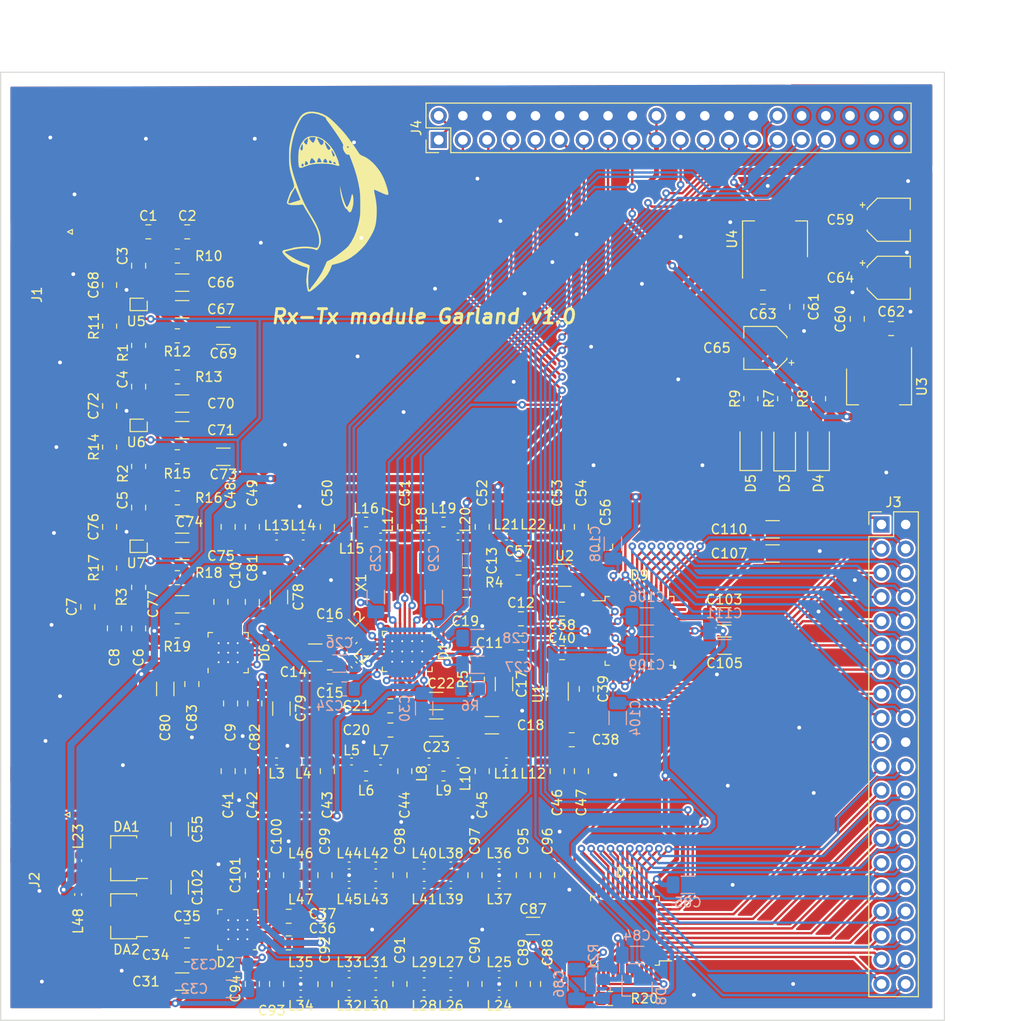
<source format=kicad_pcb>
(kicad_pcb (version 20171130) (host pcbnew "(5.1.8)-1")
  (title_block (title "РЧ модуль\\nСборочный чертёж верхний") (date 2020-12-21) (company "МГТУ им. Н.Э. Баумана") (comment 1 МГТУ.464419.007) (comment 2 "Боннет Я.В.") (comment 3 "Каранкевич А.А."))
  (layers (0 F.Cu signal hide) (31 B.Cu signal hide) (34 B.Paste user hide) (35 F.Paste user hide) (36 B.SilkS user hide) (37 F.SilkS user) (38 B.Mask user hide) (39 F.Mask user hide) (44 Edge.Cuts user))
  (net 0 "")
  (net 1 COMM)
  (net 2 /low_noise_amp_1/Rf_in)
  (net 3 /low_noise_amp_2/Rf_in)
  (net 4 /low_noise_amp_3/Rf_in)
  (net 5 /Demodulator_1/~RFin)
  (net 6 /Demodulator_1/RFin)
  (net 7 /Demodulator_1/~Iout)
  (net 8 /Demodulator_1/~Qout)
  (net 9 /ADC_1/~Ain)
  (net 10 /ADC_1/~Bin)
  (net 11 +3V3)
  (net 12 /Demodulator_1/LOin)
  (net 13 /Demodulator_1/~LOin)
  (net 14 /RF_Generator_1/BB)
  (net 15 +5V)
  (net 16 /Modulator_1/RFout)
  (net 17 /Int_filter_1/OUT1)
  (net 18 +2V5)
  (net 19 /ADC_1/Ain)
  (net 20 /Int_filter_1/IN1)
  (net 21 /Int_filter_2/IN1)
  (net 22 /Int_filter_2/OUT1)
  (net 23 /Power_amp_2/RF_out)
  (net 24 /Power_amp_1/RF_out)
  (net 25 /ADC_1/Bin)
  (net 26 /Balanced_filter_1/IN2)
  (net 27 /DAC_1/Gout)
  (net 28 /Balanced_filter_1/OUT2)
  (net 29 /Modulator_1/Iin)
  (net 30 /Balanced_filter_2/IN2)
  (net 31 /DAC_1/Bout)
  (net 32 /Balanced_filter_2/OUT2)
  (net 33 /Balanced_filter_2/OUT1)
  (net 34 /RF_Generator_1/~MUTE)
  (net 35 SDO)
  (net 36 SDI)
  (net 37 CLK)
  (net 38 ~CS)
  (net 39 /RF_Generator_1/STAT)
  (net 40 /Modulator_1/~ENB)
  (net 41 /Demodulator_1/~ENB)
  (net 42 /ADC_1/ENC_A)
  (net 43 DA_7)
  (net 44 DA_6)
  (net 45 DA_5)
  (net 46 DA_4)
  (net 47 DA_3)
  (net 48 DA_2)
  (net 49 DA_1)
  (net 50 DA_0)
  (net 51 DB_0)
  (net 52 DB_1)
  (net 53 DB_2)
  (net 54 DB_3)
  (net 55 DB_4)
  (net 56 DB_5)
  (net 57 DB_6)
  (net 58 DB_7)
  (net 59 /ADC_1/S2)
  (net 60 /ADC_1/S1)
  (net 61 /ADC_1/DFS)
  (net 62 /DAC_1/DR9)
  (net 63 /DAC_1/DR8)
  (net 64 /DAC_1/DR7)
  (net 65 /DAC_1/DR6)
  (net 66 /DAC_1/DR5)
  (net 67 /DAC_1/DR4)
  (net 68 /DAC_1/DR3)
  (net 69 /DAC_1/DR2)
  (net 70 /DAC_1/DR1)
  (net 71 /DAC_1/DR0)
  (net 72 /DAC_1/~PSAVE)
  (net 73 /DAC_1/Rout)
  (net 74 /DAC_1/~Rout)
  (net 75 /DAC_1/CLOCK)
  (net 76 DB9)
  (net 77 DB8)
  (net 78 DB7)
  (net 79 DB6)
  (net 80 DB5)
  (net 81 DB4)
  (net 82 DB3)
  (net 83 DB2)
  (net 84 DB1)
  (net 85 DB0)
  (net 86 /DAC_1/~SYNC)
  (net 87 /DAC_1/~BLANK)
  (net 88 DG9)
  (net 89 DG8)
  (net 90 DG7)
  (net 91 DG6)
  (net 92 DG5)
  (net 93 DG4)
  (net 94 DG3)
  (net 95 DG2)
  (net 96 DG1)
  (net 97 DG0)
  (net 98 /low_noise_amp_1/Ven)
  (net 99 /low_noise_amp_1/RF_out)
  (net 100 /low_noise_amp_2/RF_out)
  (net 101 /low_noise_amp_3/RF_out)
  (net 102 "Net-(C1-Pad2)")
  (net 103 "Net-(C1-Pad1)")
  (net 104 "Net-(C4-Pad2)")
  (net 105 "Net-(C5-Pad2)")
  (net 106 "Net-(C7-Pad2)")
  (net 107 "Net-(C13-Pad2)")
  (net 108 "Net-(C13-Pad1)")
  (net 109 "Net-(C15-Pad1)")
  (net 110 "Net-(C16-Pad1)")
  (net 111 "Net-(C17-Pad1)")
  (net 112 "Net-(C18-Pad1)")
  (net 113 "Net-(C19-Pad2)")
  (net 114 "Net-(C20-Pad1)")
  (net 115 "Net-(C27-Pad1)")
  (net 116 "Net-(C35-Pad2)")
  (net 117 "Net-(C36-Pad1)")
  (net 118 "Net-(C37-Pad1)")
  (net 119 "Net-(C38-Pad1)")
  (net 120 "Net-(C40-Pad2)")
  (net 121 "Net-(C43-Pad1)")
  (net 122 "Net-(C44-Pad1)")
  (net 123 "Net-(C45-Pad1)")
  (net 124 "Net-(C50-Pad1)")
  (net 125 "Net-(C51-Pad1)")
  (net 126 "Net-(C52-Pad1)")
  (net 127 "Net-(C55-Pad2)")
  (net 128 "Net-(C56-Pad1)")
  (net 129 "Net-(C58-Pad2)")
  (net 130 "Net-(C66-Pad1)")
  (net 131 "Net-(C68-Pad1)")
  (net 132 "Net-(C70-Pad1)")
  (net 133 "Net-(C72-Pad1)")
  (net 134 "Net-(C74-Pad1)")
  (net 135 "Net-(C76-Pad1)")
  (net 136 "Net-(C84-Pad1)")
  (net 137 "Net-(C86-Pad1)")
  (net 138 "Net-(C90-Pad2)")
  (net 139 "Net-(C90-Pad1)")
  (net 140 "Net-(C91-Pad2)")
  (net 141 "Net-(C91-Pad1)")
  (net 142 "Net-(C92-Pad2)")
  (net 143 "Net-(C92-Pad1)")
  (net 144 "Net-(C97-Pad1)")
  (net 145 "Net-(C97-Pad2)")
  (net 146 "Net-(C98-Pad1)")
  (net 147 "Net-(C98-Pad2)")
  (net 148 "Net-(C99-Pad1)")
  (net 149 "Net-(C99-Pad2)")
  (net 150 "Net-(C102-Pad2)")
  (net 151 "Net-(C106-Pad1)")
  (net 152 "Net-(D1-Pad2)")
  (net 153 "Net-(D2-Pad15)")
  (net 154 "Net-(D2-Pad13)")
  (net 155 "Net-(D2-Pad7)")
  (net 156 "Net-(D2-Pad6)")
  (net 157 "Net-(D3-Pad2)")
  (net 158 "Net-(D4-Pad2)")
  (net 159 "Net-(D5-Pad2)")
  (net 160 "Net-(D6-Pad19)")
  (net 161 "Net-(D6-Pad12)")
  (net 162 "Net-(D7-Pad37)")
  (net 163 "Net-(D9-Pad36)")
  (net 164 "Net-(D9-Pad35)")
  (net 165 "Net-(D9-Pad26)")
  (net 166 "Net-(D9-Pad25)")
  (net 167 "Net-(L3-Pad2)")
  (net 168 "Net-(L5-Pad2)")
  (net 169 "Net-(L6-Pad2)")
  (net 170 "Net-(L8-Pad2)")
  (net 171 "Net-(L10-Pad1)")
  (net 172 "Net-(L11-Pad2)")
  (net 173 "Net-(L13-Pad2)")
  (net 174 "Net-(L15-Pad2)")
  (net 175 "Net-(L16-Pad2)")
  (net 176 "Net-(L18-Pad2)")
  (net 177 "Net-(L19-Pad2)")
  (net 178 "Net-(L21-Pad2)")
  (net 179 "Net-(L26-Pad2)")
  (net 180 "Net-(L27-Pad2)")
  (net 181 "Net-(L30-Pad2)")
  (net 182 "Net-(L31-Pad2)")
  (net 183 "Net-(L38-Pad2)")
  (net 184 "Net-(L39-Pad2)")
  (net 185 "Net-(L42-Pad2)")
  (net 186 "Net-(L43-Pad2)")
  (module Logo:logo_shark (layer F.Cu) (at 97.282 90.8685)
    (fp_text reference G*** hide)
    (fp_text value LOGO hide)
  )
  (module Capacitor_SMD:C_1206_3216Metric_Pad1.33x1.80mm_HandSolder (layer B.Cu) (at 113.411 143.637)
    (fp_text reference C27 (at 4.318 0.254) (layer B.SilkS) (effects (justify mirror)))
    (fp_text value 10n)
    (pad 2 smd roundrect (at 1.5625 0) (size 1.325 1.8) (layers B.Cu B.Paste B.Mask) (roundrect_rratio 0.1886777358490566) (net 1 COMM))
    (pad 1 smd roundrect (at -1.5625 0) (size 1.325 1.8) (layers B.Cu B.Paste B.Mask) (roundrect_rratio 0.1886777358490566) (net 115 "Net-(C27-Pad1)"))
  )
  (module Resistor_SMD:R_0805_2012Metric_Pad1.20x1.40mm_HandSolder (layer F.Cu) (at 113.411 145.161 270)
    (fp_text reference R5 (at 0 1.524 90) (layer F.SilkS))
    (fp_text value 97.6)
    (pad 2 smd roundrect (at 1 0 270) (size 1.2 1.4) (layers F.Cu F.Paste F.Mask) (roundrect_rratio 0.2083325) (net 112 "Net-(C18-Pad1)"))
    (pad 1 smd roundrect (at -1 0 270) (size 1.2 1.4) (layers F.Cu F.Paste F.Mask) (roundrect_rratio 0.2083325) (net 111 "Net-(C17-Pad1)"))
  )
  (module Capacitor_SMD:C_0805_2012Metric_Pad1.18x1.45mm_HandSolder (layer F.Cu) (at 83.439 145.669 90)
    (fp_text reference C83 (at -3.556 0 90) (layer F.SilkS))
    (fp_text value 100p)
    (pad 2 smd roundrect (at 1.0375 0 90) (size 1.175 1.45) (layers F.Cu F.Paste F.Mask) (roundrect_rratio 0.2127659574468085) (net 15 +5V))
    (pad 1 smd roundrect (at -1.0375 0 90) (size 1.175 1.45) (layers F.Cu F.Paste F.Mask) (roundrect_rratio 0.2127659574468085) (net 1 COMM))
  )
  (module Capacitor_SMD:C_0805_2012Metric_Pad1.18x1.45mm_HandSolder (layer F.Cu) (at 90.043 147.701 90)
    (fp_text reference C82 (at -3.556 0 90) (layer F.SilkS))
    (fp_text value 100p)
    (pad 2 smd roundrect (at 1.0375 0 90) (size 1.175 1.45) (layers F.Cu F.Paste F.Mask) (roundrect_rratio 0.2127659574468085) (net 15 +5V))
    (pad 1 smd roundrect (at -1.0375 0 90) (size 1.175 1.45) (layers F.Cu F.Paste F.Mask) (roundrect_rratio 0.2127659574468085) (net 1 COMM))
  )
  (module Capacitor_SMD:C_0805_2012Metric_Pad1.18x1.45mm_HandSolder (layer F.Cu) (at 89.789 137.033 270)
    (fp_text reference C81 (at -3.556 0 90) (layer F.SilkS))
    (fp_text value 100p)
    (pad 2 smd roundrect (at 1.0375 0 270) (size 1.175 1.45) (layers F.Cu F.Paste F.Mask) (roundrect_rratio 0.2127659574468085) (net 15 +5V))
    (pad 1 smd roundrect (at -1.0375 0 270) (size 1.175 1.45) (layers F.Cu F.Paste F.Mask) (roundrect_rratio 0.2127659574468085) (net 1 COMM))
  )
  (module Capacitor_SMD:C_1206_3216Metric_Pad1.33x1.80mm_HandSolder (layer F.Cu) (at 80.645 146.177 90)
    (fp_text reference C80 (at -4.064 0 90) (layer F.SilkS))
    (fp_text value 100n)
    (pad 2 smd roundrect (at 1.5625 0 90) (size 1.325 1.8) (layers F.Cu F.Paste F.Mask) (roundrect_rratio 0.1886777358490566) (net 15 +5V))
    (pad 1 smd roundrect (at -1.5625 0 90) (size 1.325 1.8) (layers F.Cu F.Paste F.Mask) (roundrect_rratio 0.1886777358490566) (net 1 COMM))
  )
  (module Oscillator:Oscillator_SMD_EuroQuartz_XO91-4Pin_7.0x5.0mm (layer F.Cu) (at 105.791 135.001)
    (fp_text reference X1 (at -4.572 0 90) (layer F.SilkS))
    (fp_text value XO91)
    (pad 1 smd rect (at -2.5 2.1) (size 2 2) (layers F.Cu F.Paste F.Mask) (net 11 +3V3))
    (pad 2 smd rect (at 2.5 2.1) (size 2 2) (layers F.Cu F.Paste F.Mask) (net 1 COMM))
    (pad 3 smd rect (at 2.5 -2.1) (size 2 2) (layers F.Cu F.Paste F.Mask) (net 107 "Net-(C13-Pad2)"))
    (pad 4 smd rect (at -2.5 -2.1) (size 2 2) (layers F.Cu F.Paste F.Mask) (net 11 +3V3))
  )
  (module Package_TO_SOT_SMD:SOT-886 (layer F.Cu) (at 77.851 131.191 270)
    (fp_text reference U7 (at 1.778 0.254) (layer F.SilkS))
    (fp_text value BGU7003W)
    (pad 6 smd rect (at 0.34 -0.5 270) (size 0.33 0.27) (layers F.Cu F.Paste F.Mask) (net 18 +2V5))
    (pad 5 smd rect (at 0.34 0 270) (size 0.33 0.27) (layers F.Cu F.Paste F.Mask) (net 98 /low_noise_amp_1/Ven))
    (pad 4 smd rect (at 0.34 0.5 270) (size 0.33 0.27) (layers F.Cu F.Paste F.Mask) (net 101 /low_noise_amp_3/RF_out))
    (pad 3 smd rect (at -0.34 0.5 270) (size 0.33 0.27) (layers F.Cu F.Paste F.Mask) (net 1 COMM))
    (pad 2 smd rect (at -0.34 0 270) (size 0.33 0.27) (layers F.Cu F.Paste F.Mask) (net 4 /low_noise_amp_3/Rf_in))
    (pad 1 smd rect (at -0.34 -0.5 270) (size 0.33 0.27) (layers F.Cu F.Paste F.Mask) (net 134 "Net-(C74-Pad1)"))
  )
  (module Package_TO_SOT_SMD:SOT-886 (layer F.Cu) (at 77.851 118.491 270)
    (fp_text reference U6 (at 1.778 0.254) (layer F.SilkS))
    (fp_text value BGU7003W)
    (pad 6 smd rect (at 0.34 -0.5 270) (size 0.33 0.27) (layers F.Cu F.Paste F.Mask) (net 18 +2V5))
    (pad 5 smd rect (at 0.34 0 270) (size 0.33 0.27) (layers F.Cu F.Paste F.Mask) (net 98 /low_noise_amp_1/Ven))
    (pad 4 smd rect (at 0.34 0.5 270) (size 0.33 0.27) (layers F.Cu F.Paste F.Mask) (net 100 /low_noise_amp_2/RF_out))
    (pad 3 smd rect (at -0.34 0.5 270) (size 0.33 0.27) (layers F.Cu F.Paste F.Mask) (net 1 COMM))
    (pad 2 smd rect (at -0.34 0 270) (size 0.33 0.27) (layers F.Cu F.Paste F.Mask) (net 3 /low_noise_amp_2/Rf_in))
    (pad 1 smd rect (at -0.34 -0.5 270) (size 0.33 0.27) (layers F.Cu F.Paste F.Mask) (net 132 "Net-(C70-Pad1)"))
  )
  (module Package_TO_SOT_SMD:SOT-886 (layer F.Cu) (at 77.851 105.791 270)
    (fp_text reference U5 (at 1.778 0.254 180) (layer F.SilkS))
    (fp_text value BGU7003W)
    (pad 6 smd rect (at 0.34 -0.5 270) (size 0.33 0.27) (layers F.Cu F.Paste F.Mask) (net 18 +2V5))
    (pad 5 smd rect (at 0.34 0 270) (size 0.33 0.27) (layers F.Cu F.Paste F.Mask) (net 98 /low_noise_amp_1/Ven))
    (pad 4 smd rect (at 0.34 0.5 270) (size 0.33 0.27) (layers F.Cu F.Paste F.Mask) (net 99 /low_noise_amp_1/RF_out))
    (pad 3 smd rect (at -0.34 0.5 270) (size 0.33 0.27) (layers F.Cu F.Paste F.Mask) (net 1 COMM))
    (pad 2 smd rect (at -0.34 0 270) (size 0.33 0.27) (layers F.Cu F.Paste F.Mask) (net 2 /low_noise_amp_1/Rf_in))
    (pad 1 smd rect (at -0.34 -0.5 270) (size 0.33 0.27) (layers F.Cu F.Paste F.Mask) (net 130 "Net-(C66-Pad1)"))
  )
  (module Package_TO_SOT_SMD:SOT-223-3_TabPin2 (layer F.Cu) (at 144.653 98.933 90)
    (fp_text reference U4 (at 0 -4.5 90) (layer F.SilkS))
    (fp_text value LD1117S25TR_SOT223)
    (pad 1 smd rect (at -3.15 -2.3 90) (size 2 1.5) (layers F.Cu F.Paste F.Mask) (net 1 COMM))
    (pad 3 smd rect (at -3.15 2.3 90) (size 2 1.5) (layers F.Cu F.Paste F.Mask) (net 15 +5V))
    (pad 2 smd rect (at -3.15 0 90) (size 2 1.5) (layers F.Cu F.Paste F.Mask) (net 18 +2V5))
    (pad 2 smd rect (at 3.15 0 90) (size 2 3.8) (layers F.Cu F.Paste F.Mask) (net 18 +2V5))
  )
  (module Package_TO_SOT_SMD:SOT-223-3_TabPin2 (layer F.Cu) (at 155.575 114.427 270)
    (fp_text reference U3 (at 0 -4.5 90) (layer F.SilkS))
    (fp_text value LD1117S33TR_SOT223)
    (pad 1 smd rect (at -3.15 -2.3 270) (size 2 1.5) (layers F.Cu F.Paste F.Mask) (net 1 COMM))
    (pad 3 smd rect (at -3.15 2.3 270) (size 2 1.5) (layers F.Cu F.Paste F.Mask) (net 15 +5V))
    (pad 2 smd rect (at -3.15 0 270) (size 2 1.5) (layers F.Cu F.Paste F.Mask) (net 11 +3V3))
    (pad 2 smd rect (at 3.15 0 270) (size 2 3.8) (layers F.Cu F.Paste F.Mask) (net 11 +3V3))
  )
  (module Package_TO_SOT_SMD:SOT-363_SC-70-6_Handsoldering (layer F.Cu) (at 122.555 134.239)
    (fp_text reference U2 (at 0 -2.032) (layer F.SilkS))
    (fp_text value BGA2874)
    (pad 6 smd rect (at 1.33 -0.65) (size 1.5 0.4) (layers F.Cu F.Paste F.Mask) (net 128 "Net-(C56-Pad1)"))
    (pad 5 smd rect (at 1.33 0) (size 1.5 0.4) (layers F.Cu F.Paste F.Mask) (net 1 COMM))
    (pad 4 smd rect (at 1.33 0.65) (size 1.5 0.4) (layers F.Cu F.Paste F.Mask) (net 1 COMM))
    (pad 3 smd rect (at -1.33 0.65) (size 1.5 0.4) (layers F.Cu F.Paste F.Mask) (net 129 "Net-(C58-Pad2)"))
    (pad 2 smd rect (at -1.33 0) (size 1.5 0.4) (layers F.Cu F.Paste F.Mask) (net 1 COMM))
    (pad 1 smd rect (at -1.33 -0.65) (size 1.5 0.4) (layers F.Cu F.Paste F.Mask) (net 18 +2V5))
  )
  (module Package_TO_SOT_SMD:SOT-363_SC-70-6_Handsoldering (layer F.Cu) (at 121.793 146.685 270)
    (fp_text reference U1 (at 0 2.032 90) (layer F.SilkS))
    (fp_text value BGA2874)
    (pad 6 smd rect (at 1.33 -0.65 270) (size 1.5 0.4) (layers F.Cu F.Paste F.Mask) (net 119 "Net-(C38-Pad1)"))
    (pad 5 smd rect (at 1.33 0 270) (size 1.5 0.4) (layers F.Cu F.Paste F.Mask) (net 1 COMM))
    (pad 4 smd rect (at 1.33 0.65 270) (size 1.5 0.4) (layers F.Cu F.Paste F.Mask) (net 1 COMM))
    (pad 3 smd rect (at -1.33 0.65 270) (size 1.5 0.4) (layers F.Cu F.Paste F.Mask) (net 120 "Net-(C40-Pad2)"))
    (pad 2 smd rect (at -1.33 0 270) (size 1.5 0.4) (layers F.Cu F.Paste F.Mask) (net 1 COMM))
    (pad 1 smd rect (at -1.33 -0.65 270) (size 1.5 0.4) (layers F.Cu F.Paste F.Mask) (net 18 +2V5))
  )
  (module Resistor_SMD:R_0805_2012Metric_Pad1.20x1.40mm_HandSolder (layer B.Cu) (at 126.619 177.673 90)
    (fp_text reference R21 (at 3.302 -1.016 90) (layer B.SilkS) (effects (justify mirror)))
    (fp_text value 1.5k)
    (pad 2 smd roundrect (at 1 0 90) (size 1.2 1.4) (layers B.Cu B.Paste B.Mask) (roundrect_rratio 0.2083325) (net 136 "Net-(C84-Pad1)"))
    (pad 1 smd roundrect (at -1 0 90) (size 1.2 1.4) (layers B.Cu B.Paste B.Mask) (roundrect_rratio 0.2083325) (net 11 +3V3))
  )
  (module Resistor_SMD:R_0805_2012Metric_Pad1.20x1.40mm_HandSolder (layer F.Cu) (at 127.381 178.689)
    (fp_text reference R20 (at 3.556 0) (layer F.SilkS))
    (fp_text value R)
    (pad 2 smd roundrect (at 1 0) (size 1.2 1.4) (layers F.Cu F.Paste F.Mask) (roundrect_rratio 0.2083325) (net 1 COMM))
    (pad 1 smd roundrect (at -1 0) (size 1.2 1.4) (layers F.Cu F.Paste F.Mask) (roundrect_rratio 0.2083325) (net 162 "Net-(D7-Pad37)"))
  )
  (module Resistor_SMD:R_0805_2012Metric_Pad1.20x1.40mm_HandSolder (layer F.Cu) (at 81.899 140.081 180)
    (fp_text reference R19 (at 0 -1.65) (layer F.SilkS))
    (fp_text value R)
    (pad 2 smd roundrect (at 1 0 180) (size 1.2 1.4) (layers F.Cu F.Paste F.Mask) (roundrect_rratio 0.2083325) (net 15 +5V))
    (pad 1 smd roundrect (at -1 0 180) (size 1.2 1.4) (layers F.Cu F.Paste F.Mask) (roundrect_rratio 0.2083325) (net 160 "Net-(D6-Pad19)"))
  )
  (module Resistor_SMD:R_0805_2012Metric_Pad1.20x1.40mm_HandSolder (layer F.Cu) (at 81.915 134.493 180)
    (fp_text reference R18 (at -3.302 0.508) (layer F.SilkS))
    (fp_text value 180)
    (pad 2 smd roundrect (at 1 0 180) (size 1.2 1.4) (layers F.Cu F.Paste F.Mask) (roundrect_rratio 0.2083325) (net 101 /low_noise_amp_3/RF_out))
    (pad 1 smd roundrect (at -1 0 180) (size 1.2 1.4) (layers F.Cu F.Paste F.Mask) (roundrect_rratio 0.2083325) (net 18 +2V5))
  )
  (module Resistor_SMD:R_0805_2012Metric_Pad1.20x1.40mm_HandSolder (layer F.Cu) (at 74.803 133.477 90)
    (fp_text reference R17 (at 0 -1.65 90) (layer F.SilkS))
    (fp_text value 680)
    (pad 2 smd roundrect (at 1 0 90) (size 1.2 1.4) (layers F.Cu F.Paste F.Mask) (roundrect_rratio 0.2083325) (net 135 "Net-(C76-Pad1)"))
    (pad 1 smd roundrect (at -1 0 90) (size 1.2 1.4) (layers F.Cu F.Paste F.Mask) (roundrect_rratio 0.2083325) (net 101 /low_noise_amp_3/RF_out))
  )
  (module Resistor_SMD:R_0805_2012Metric_Pad1.20x1.40mm_HandSolder (layer F.Cu) (at 81.915 126.111 180)
    (fp_text reference R16 (at -3.302 0) (layer F.SilkS))
    (fp_text value 4.7К)
    (pad 2 smd roundrect (at 1 0 180) (size 1.2 1.4) (layers F.Cu F.Paste F.Mask) (roundrect_rratio 0.2083325) (net 134 "Net-(C74-Pad1)"))
    (pad 1 smd roundrect (at -1 0 180) (size 1.2 1.4) (layers F.Cu F.Paste F.Mask) (roundrect_rratio 0.2083325) (net 18 +2V5))
  )
  (module Resistor_SMD:R_0805_2012Metric_Pad1.20x1.40mm_HandSolder (layer F.Cu) (at 81.915 121.793 180)
    (fp_text reference R15 (at 0 -1.778) (layer F.SilkS))
    (fp_text value 180)
    (pad 2 smd roundrect (at 1 0 180) (size 1.2 1.4) (layers F.Cu F.Paste F.Mask) (roundrect_rratio 0.2083325) (net 100 /low_noise_amp_2/RF_out))
    (pad 1 smd roundrect (at -1 0 180) (size 1.2 1.4) (layers F.Cu F.Paste F.Mask) (roundrect_rratio 0.2083325) (net 18 +2V5))
  )
  (module Resistor_SMD:R_0805_2012Metric_Pad1.20x1.40mm_HandSolder (layer F.Cu) (at 74.803 120.777 90)
    (fp_text reference R14 (at 0 -1.65 90) (layer F.SilkS))
    (fp_text value 680)
    (pad 2 smd roundrect (at 1 0 90) (size 1.2 1.4) (layers F.Cu F.Paste F.Mask) (roundrect_rratio 0.2083325) (net 133 "Net-(C72-Pad1)"))
    (pad 1 smd roundrect (at -1 0 90) (size 1.2 1.4) (layers F.Cu F.Paste F.Mask) (roundrect_rratio 0.2083325) (net 100 /low_noise_amp_2/RF_out))
  )
  (module Resistor_SMD:R_0805_2012Metric_Pad1.20x1.40mm_HandSolder (layer F.Cu) (at 81.915 113.411 180)
    (fp_text reference R13 (at -3.302 0) (layer F.SilkS))
    (fp_text value 4.7К)
    (pad 2 smd roundrect (at 1 0 180) (size 1.2 1.4) (layers F.Cu F.Paste F.Mask) (roundrect_rratio 0.2083325) (net 132 "Net-(C70-Pad1)"))
    (pad 1 smd roundrect (at -1 0 180) (size 1.2 1.4) (layers F.Cu F.Paste F.Mask) (roundrect_rratio 0.2083325) (net 18 +2V5))
  )
  (module Resistor_SMD:R_0805_2012Metric_Pad1.20x1.40mm_HandSolder (layer F.Cu) (at 81.915 109.093 180)
    (fp_text reference R12 (at 0 -1.65) (layer F.SilkS))
    (fp_text value 180)
    (pad 2 smd roundrect (at 1 0 180) (size 1.2 1.4) (layers F.Cu F.Paste F.Mask) (roundrect_rratio 0.2083325) (net 99 /low_noise_amp_1/RF_out))
    (pad 1 smd roundrect (at -1 0 180) (size 1.2 1.4) (layers F.Cu F.Paste F.Mask) (roundrect_rratio 0.2083325) (net 18 +2V5))
  )
  (module Resistor_SMD:R_0805_2012Metric_Pad1.20x1.40mm_HandSolder (layer F.Cu) (at 74.803 108.077 90)
    (fp_text reference R11 (at 0 -1.65 90) (layer F.SilkS))
    (fp_text value 680)
    (pad 2 smd roundrect (at 1 0 90) (size 1.2 1.4) (layers F.Cu F.Paste F.Mask) (roundrect_rratio 0.2083325) (net 131 "Net-(C68-Pad1)"))
    (pad 1 smd roundrect (at -1 0 90) (size 1.2 1.4) (layers F.Cu F.Paste F.Mask) (roundrect_rratio 0.2083325) (net 99 /low_noise_amp_1/RF_out))
  )
  (module Resistor_SMD:R_0805_2012Metric_Pad1.20x1.40mm_HandSolder (layer F.Cu) (at 81.915 100.711 180)
    (fp_text reference R10 (at -3.302 0) (layer F.SilkS))
    (fp_text value 4.7К)
    (pad 2 smd roundrect (at 1 0 180) (size 1.2 1.4) (layers F.Cu F.Paste F.Mask) (roundrect_rratio 0.2083325) (net 130 "Net-(C66-Pad1)"))
    (pad 1 smd roundrect (at -1 0 180) (size 1.2 1.4) (layers F.Cu F.Paste F.Mask) (roundrect_rratio 0.2083325) (net 18 +2V5))
  )
  (module Resistor_SMD:R_0805_2012Metric_Pad1.20x1.40mm_HandSolder (layer F.Cu) (at 142.113 115.697 90)
    (fp_text reference R9 (at 0 -1.65 90) (layer F.SilkS))
    (fp_text value 1k)
    (pad 2 smd roundrect (at 1 0 90) (size 1.2 1.4) (layers F.Cu F.Paste F.Mask) (roundrect_rratio 0.2083325) (net 18 +2V5))
    (pad 1 smd roundrect (at -1 0 90) (size 1.2 1.4) (layers F.Cu F.Paste F.Mask) (roundrect_rratio 0.2083325) (net 159 "Net-(D5-Pad2)"))
  )
  (module Resistor_SMD:R_0805_2012Metric_Pad1.20x1.40mm_HandSolder (layer F.Cu) (at 149.225 115.697 90)
    (fp_text reference R8 (at 0 -1.65 90) (layer F.SilkS))
    (fp_text value 1k)
    (pad 2 smd roundrect (at 1 0 90) (size 1.2 1.4) (layers F.Cu F.Paste F.Mask) (roundrect_rratio 0.2083325) (net 11 +3V3))
    (pad 1 smd roundrect (at -1 0 90) (size 1.2 1.4) (layers F.Cu F.Paste F.Mask) (roundrect_rratio 0.2083325) (net 158 "Net-(D4-Pad2)"))
  )
  (module Resistor_SMD:R_0805_2012Metric_Pad1.20x1.40mm_HandSolder (layer F.Cu) (at 145.669 115.697 90)
    (fp_text reference R7 (at 0 -1.65 90) (layer F.SilkS))
    (fp_text value 1k)
    (pad 2 smd roundrect (at 1 0 90) (size 1.2 1.4) (layers F.Cu F.Paste F.Mask) (roundrect_rratio 0.2083325) (net 15 +5V))
    (pad 1 smd roundrect (at -1 0 90) (size 1.2 1.4) (layers F.Cu F.Paste F.Mask) (roundrect_rratio 0.2083325) (net 157 "Net-(D3-Pad2)"))
  )
  (module Resistor_SMD:R_0805_2012Metric_Pad1.20x1.40mm_HandSolder (layer B.Cu) (at 112.649 146.177 180)
    (fp_text reference R6 (at 0 -1.778) (layer B.SilkS) (effects (justify mirror)))
    (fp_text value 15)
    (pad 2 smd roundrect (at 1 0 180) (size 1.2 1.4) (layers B.Cu B.Paste B.Mask) (roundrect_rratio 0.2083325) (net 115 "Net-(C27-Pad1)"))
    (pad 1 smd roundrect (at -1 0 180) (size 1.2 1.4) (layers B.Cu B.Paste B.Mask) (roundrect_rratio 0.2083325) (net 15 +5V))
  )
  (module Resistor_SMD:R_0805_2012Metric_Pad1.20x1.40mm_HandSolder (layer F.Cu) (at 112.141 135.001 180)
    (fp_text reference R4 (at -3.048 0) (layer F.SilkS))
    (fp_text value 51.1)
    (pad 2 smd roundrect (at 1 0 180) (size 1.2 1.4) (layers F.Cu F.Paste F.Mask) (roundrect_rratio 0.2083325) (net 1 COMM))
    (pad 1 smd roundrect (at -1 0 180) (size 1.2 1.4) (layers F.Cu F.Paste F.Mask) (roundrect_rratio 0.2083325) (net 108 "Net-(C13-Pad1)"))
  )
  (module Resistor_SMD:R_0805_2012Metric_Pad1.20x1.40mm_HandSolder (layer F.Cu) (at 77.851 135.509 90)
    (fp_text reference R3 (at -1.016 -1.778 90) (layer F.SilkS))
    (fp_text value 10)
    (pad 2 smd roundrect (at 1 0 90) (size 1.2 1.4) (layers F.Cu F.Paste F.Mask) (roundrect_rratio 0.2083325) (net 101 /low_noise_amp_3/RF_out))
    (pad 1 smd roundrect (at -1 0 90) (size 1.2 1.4) (layers F.Cu F.Paste F.Mask) (roundrect_rratio 0.2083325) (net 106 "Net-(C7-Pad2)"))
  )
  (module Resistor_SMD:R_0805_2012Metric_Pad1.20x1.40mm_HandSolder (layer F.Cu) (at 77.851 122.809 90)
    (fp_text reference R2 (at -0.762 -1.65 90) (layer F.SilkS))
    (fp_text value 10)
    (pad 2 smd roundrect (at 1 0 90) (size 1.2 1.4) (layers F.Cu F.Paste F.Mask) (roundrect_rratio 0.2083325) (net 100 /low_noise_amp_2/RF_out))
    (pad 1 smd roundrect (at -1 0 90) (size 1.2 1.4) (layers F.Cu F.Paste F.Mask) (roundrect_rratio 0.2083325) (net 105 "Net-(C5-Pad2)"))
  )
  (module Resistor_SMD:R_0805_2012Metric_Pad1.20x1.40mm_HandSolder (layer F.Cu) (at 77.851 110.109 90)
    (fp_text reference R1 (at -0.762 -1.65 90) (layer F.SilkS))
    (fp_text value 10)
    (pad 2 smd roundrect (at 1 0 90) (size 1.2 1.4) (layers F.Cu F.Paste F.Mask) (roundrect_rratio 0.2083325) (net 99 /low_noise_amp_1/RF_out))
    (pad 1 smd roundrect (at -1 0 90) (size 1.2 1.4) (layers F.Cu F.Paste F.Mask) (roundrect_rratio 0.2083325) (net 104 "Net-(C4-Pad2)"))
  )
  (module Inductor_SMD:L_0402_1005Metric_Pad0.77x0.64mm_HandSolder (layer F.Cu) (at 71.501 167.767 90)
    (fp_text reference L48 (at -2.794 0 90) (layer F.SilkS))
    (fp_text value 120n)
    (pad 2 smd roundrect (at 0.5725 0 90) (size 0.765 0.64) (layers F.Cu F.Paste F.Mask) (net 15 +5V))
    (pad 1 smd roundrect (at -0.5725 0 90) (size 0.765 0.64) (layers F.Cu F.Paste F.Mask) (net 150 "Net-(C102-Pad2)"))
  )
  (module Inductor_SMD:L_0402_1005Metric_Pad0.77x0.64mm_HandSolder (layer F.Cu) (at 94.869 166.751 180)
    (fp_text reference L47 (at 0 -1.524) (layer F.SilkS))
    (fp_text value 120n)
    (pad 1 smd roundrect (at -0.5725 0 180) (size 0.765 0.64) (layers F.Cu F.Paste F.Mask) (net 149 "Net-(C99-Pad2)"))
    (pad 2 smd roundrect (at 0.5725 0 180) (size 0.765 0.64) (layers F.Cu F.Paste F.Mask) (net 32 /Balanced_filter_2/OUT2))
  )
  (module Inductor_SMD:L_0402_1005Metric_Pad0.77x0.64mm_HandSolder (layer F.Cu) (at 94.869 164.719 180)
    (fp_text reference L46 (at 0 1.27 180) (layer F.SilkS))
    (fp_text value 120n)
    (pad 1 smd roundrect (at -0.5725 0 180) (size 0.765 0.64) (layers F.Cu F.Paste F.Mask) (net 148 "Net-(C99-Pad1)"))
    (pad 2 smd roundrect (at 0.5725 0 180) (size 0.765 0.64) (layers F.Cu F.Paste F.Mask) (net 33 /Balanced_filter_2/OUT1))
  )
  (module Inductor_SMD:L_0402_1005Metric_Pad0.77x0.64mm_HandSolder (layer F.Cu) (at 99.949 166.751 180)
    (fp_text reference L45 (at 0 -1.524 180) (layer F.SilkS))
    (fp_text value 120n)
    (pad 1 smd roundrect (at -0.5725 0 180) (size 0.765 0.64) (layers F.Cu F.Paste F.Mask) (net 186 "Net-(L43-Pad2)"))
    (pad 2 smd roundrect (at 0.5725 0 180) (size 0.765 0.64) (layers F.Cu F.Paste F.Mask) (net 149 "Net-(C99-Pad2)"))
  )
  (module Inductor_SMD:L_0402_1005Metric_Pad0.77x0.64mm_HandSolder (layer F.Cu) (at 99.949 164.719 180)
    (fp_text reference L44 (at 0 1.27 180) (layer F.SilkS))
    (fp_text value 120n)
    (pad 1 smd roundrect (at -0.5725 0 180) (size 0.765 0.64) (layers F.Cu F.Paste F.Mask) (net 185 "Net-(L42-Pad2)"))
    (pad 2 smd roundrect (at 0.5725 0 180) (size 0.765 0.64) (layers F.Cu F.Paste F.Mask) (net 148 "Net-(C99-Pad1)"))
  )
  (module Inductor_SMD:L_0402_1005Metric_Pad0.77x0.64mm_HandSolder (layer F.Cu) (at 110.617 166.751 180)
    (fp_text reference L39 (at 0 -1.524 180) (layer F.SilkS))
    (fp_text value 120n)
    (pad 1 smd roundrect (at -0.5725 0 180) (size 0.765 0.64) (layers F.Cu F.Paste F.Mask) (net 145 "Net-(C97-Pad2)"))
    (pad 2 smd roundrect (at 0.5725 0 180) (size 0.765 0.64) (layers F.Cu F.Paste F.Mask) (net 184 "Net-(L39-Pad2)"))
  )
  (module Inductor_SMD:L_0402_1005Metric_Pad0.77x0.64mm_HandSolder (layer F.Cu) (at 110.617 164.719 180)
    (fp_text reference L38 (at 0 1.27 180) (layer F.SilkS))
    (fp_text value 120n)
    (pad 1 smd roundrect (at -0.5725 0 180) (size 0.765 0.64) (layers F.Cu F.Paste F.Mask) (net 144 "Net-(C97-Pad1)"))
    (pad 2 smd roundrect (at 0.5725 0 180) (size 0.765 0.64) (layers F.Cu F.Paste F.Mask) (net 183 "Net-(L38-Pad2)"))
  )
  (module Inductor_SMD:L_0402_1005Metric_Pad0.77x0.64mm_HandSolder (layer F.Cu) (at 115.697 166.751 180)
    (fp_text reference L37 (at 0 -1.524) (layer F.SilkS))
    (fp_text value 120n)
    (pad 1 smd roundrect (at -0.5725 0 180) (size 0.765 0.64) (layers F.Cu F.Paste F.Mask) (net 30 /Balanced_filter_2/IN2))
    (pad 2 smd roundrect (at 0.5725 0 180) (size 0.765 0.64) (layers F.Cu F.Paste F.Mask) (net 145 "Net-(C97-Pad2)"))
  )
  (module Inductor_SMD:L_0402_1005Metric_Pad0.77x0.64mm_HandSolder (layer F.Cu) (at 115.697 164.719 180)
    (fp_text reference L36 (at 0 1.27 180) (layer F.SilkS))
    (fp_text value 120n)
    (pad 1 smd roundrect (at -0.5725 0 180) (size 0.765 0.64) (layers F.Cu F.Paste F.Mask) (net 31 /DAC_1/Bout))
    (pad 2 smd roundrect (at 0.5725 0 180) (size 0.765 0.64) (layers F.Cu F.Paste F.Mask) (net 144 "Net-(C97-Pad1)"))
  )
  (module Inductor_SMD:L_0402_1005Metric_Pad0.77x0.64mm_HandSolder (layer F.Cu) (at 94.869 176.149 180)
    (fp_text reference L35 (at 0 1.27) (layer F.SilkS))
    (fp_text value 120n)
    (pad 2 smd roundrect (at 0.5725 0 180) (size 0.765 0.64) (layers F.Cu F.Paste F.Mask) (net 28 /Balanced_filter_1/OUT2))
    (pad 1 smd roundrect (at -0.5725 0 180) (size 0.765 0.64) (layers F.Cu F.Paste F.Mask) (net 142 "Net-(C92-Pad2)"))
  )
  (module Inductor_SMD:L_0402_1005Metric_Pad0.77x0.64mm_HandSolder (layer F.Cu) (at 94.869 178.181 180)
    (fp_text reference L34 (at 0 -1.27) (layer F.SilkS))
    (fp_text value 120n)
    (pad 2 smd roundrect (at 0.5725 0 180) (size 0.765 0.64) (layers F.Cu F.Paste F.Mask) (net 29 /Modulator_1/Iin))
    (pad 1 smd roundrect (at -0.5725 0 180) (size 0.765 0.64) (layers F.Cu F.Paste F.Mask) (net 143 "Net-(C92-Pad1)"))
  )
  (module Inductor_SMD:L_0402_1005Metric_Pad0.77x0.64mm_HandSolder (layer F.Cu) (at 99.949 176.149 180)
    (fp_text reference L33 (at 0 1.27 180) (layer F.SilkS))
    (fp_text value 120n)
    (pad 2 smd roundrect (at 0.5725 0 180) (size 0.765 0.64) (layers F.Cu F.Paste F.Mask) (net 142 "Net-(C92-Pad2)"))
    (pad 1 smd roundrect (at -0.5725 0 180) (size 0.765 0.64) (layers F.Cu F.Paste F.Mask) (net 182 "Net-(L31-Pad2)"))
  )
  (module Inductor_SMD:L_0402_1005Metric_Pad0.77x0.64mm_HandSolder (layer F.Cu) (at 99.949 178.181 180)
    (fp_text reference L32 (at 0 -1.27) (layer F.SilkS))
    (fp_text value 120n)
    (pad 2 smd roundrect (at 0.5725 0 180) (size 0.765 0.64) (layers F.Cu F.Paste F.Mask) (net 143 "Net-(C92-Pad1)"))
    (pad 1 smd roundrect (at -0.5725 0 180) (size 0.765 0.64) (layers F.Cu F.Paste F.Mask) (net 181 "Net-(L30-Pad2)"))
  )
  (module Inductor_SMD:L_0402_1005Metric_Pad0.77x0.64mm_HandSolder (layer F.Cu) (at 102.743 166.751 180)
    (fp_text reference L43 (at 0 -1.524 180) (layer F.SilkS))
    (fp_text value 10n)
    (pad 1 smd roundrect (at -0.5725 0 180) (size 0.765 0.64) (layers F.Cu F.Paste F.Mask) (net 147 "Net-(C98-Pad2)"))
    (pad 2 smd roundrect (at 0.5725 0 180) (size 0.765 0.64) (layers F.Cu F.Paste F.Mask) (net 186 "Net-(L43-Pad2)"))
  )
  (module Inductor_SMD:L_0402_1005Metric_Pad0.77x0.64mm_HandSolder (layer F.Cu) (at 110.617 176.149 180)
    (fp_text reference L27 (at 0 1.27 180) (layer F.SilkS))
    (fp_text value 120n)
    (pad 2 smd roundrect (at 0.5725 0 180) (size 0.765 0.64) (layers F.Cu F.Paste F.Mask) (net 180 "Net-(L27-Pad2)"))
    (pad 1 smd roundrect (at -0.5725 0 180) (size 0.765 0.64) (layers F.Cu F.Paste F.Mask) (net 138 "Net-(C90-Pad2)"))
  )
  (module Inductor_SMD:L_0402_1005Metric_Pad0.77x0.64mm_HandSolder (layer F.Cu) (at 102.743 164.719 180)
    (fp_text reference L42 (at 0 1.27 180) (layer F.SilkS))
    (fp_text value 10n)
    (pad 1 smd roundrect (at -0.5725 0 180) (size 0.765 0.64) (layers F.Cu F.Paste F.Mask) (net 146 "Net-(C98-Pad1)"))
    (pad 2 smd roundrect (at 0.5725 0 180) (size 0.765 0.64) (layers F.Cu F.Paste F.Mask) (net 185 "Net-(L42-Pad2)"))
  )
  (module Inductor_SMD:L_0402_1005Metric_Pad0.77x0.64mm_HandSolder (layer F.Cu) (at 110.617 178.181 180)
    (fp_text reference L26 (at 0 -1.27) (layer F.SilkS))
    (fp_text value 120n)
    (pad 2 smd roundrect (at 0.5725 0 180) (size 0.765 0.64) (layers F.Cu F.Paste F.Mask) (net 179 "Net-(L26-Pad2)"))
    (pad 1 smd roundrect (at -0.5725 0 180) (size 0.765 0.64) (layers F.Cu F.Paste F.Mask) (net 139 "Net-(C90-Pad1)"))
  )
  (module Inductor_SMD:L_0402_1005Metric_Pad0.77x0.64mm_HandSolder (layer F.Cu) (at 107.823 166.751 180)
    (fp_text reference L41 (at 0 -1.524) (layer F.SilkS))
    (fp_text value 10n)
    (pad 1 smd roundrect (at -0.5725 0 180) (size 0.765 0.64) (layers F.Cu F.Paste F.Mask) (net 184 "Net-(L39-Pad2)"))
    (pad 2 smd roundrect (at 0.5725 0 180) (size 0.765 0.64) (layers F.Cu F.Paste F.Mask) (net 147 "Net-(C98-Pad2)"))
  )
  (module Inductor_SMD:L_0402_1005Metric_Pad0.77x0.64mm_HandSolder (layer F.Cu) (at 115.697 176.149 180)
    (fp_text reference L25 (at 0 1.27 180) (layer F.SilkS))
    (fp_text value 120n)
    (pad 2 smd roundrect (at 0.5725 0 180) (size 0.765 0.64) (layers F.Cu F.Paste F.Mask) (net 138 "Net-(C90-Pad2)"))
    (pad 1 smd roundrect (at -0.5725 0 180) (size 0.765 0.64) (layers F.Cu F.Paste F.Mask) (net 26 /Balanced_filter_1/IN2))
  )
  (module Inductor_SMD:L_0402_1005Metric_Pad0.77x0.64mm_HandSolder (layer F.Cu) (at 107.823 164.719 180)
    (fp_text reference L40 (at 0 1.27 180) (layer F.SilkS))
    (fp_text value 10n)
    (pad 1 smd roundrect (at -0.5725 0 180) (size 0.765 0.64) (layers F.Cu F.Paste F.Mask) (net 183 "Net-(L38-Pad2)"))
    (pad 2 smd roundrect (at 0.5725 0 180) (size 0.765 0.64) (layers F.Cu F.Paste F.Mask) (net 146 "Net-(C98-Pad1)"))
  )
  (module Inductor_SMD:L_0402_1005Metric_Pad0.77x0.64mm_HandSolder (layer F.Cu) (at 115.697 178.181 180)
    (fp_text reference L24 (at 0 -1.27) (layer F.SilkS))
    (fp_text value 120n)
    (pad 2 smd roundrect (at 0.5725 0 180) (size 0.765 0.64) (layers F.Cu F.Paste F.Mask) (net 139 "Net-(C90-Pad1)"))
    (pad 1 smd roundrect (at -0.5725 0 180) (size 0.765 0.64) (layers F.Cu F.Paste F.Mask) (net 27 /DAC_1/Gout))
  )
  (module Inductor_SMD:L_0402_1005Metric_Pad0.77x0.64mm_HandSolder (layer F.Cu) (at 102.743 176.149 180)
    (fp_text reference L31 (at 0 1.27 180) (layer F.SilkS))
    (fp_text value 10n)
    (pad 2 smd roundrect (at 0.5725 0 180) (size 0.765 0.64) (layers F.Cu F.Paste F.Mask) (net 182 "Net-(L31-Pad2)"))
    (pad 1 smd roundrect (at -0.5725 0 180) (size 0.765 0.64) (layers F.Cu F.Paste F.Mask) (net 140 "Net-(C91-Pad2)"))
  )
  (module Inductor_SMD:L_0402_1005Metric_Pad0.77x0.64mm_HandSolder (layer F.Cu) (at 102.743 178.181 180)
    (fp_text reference L30 (at 0 -1.27) (layer F.SilkS))
    (fp_text value 10n)
    (pad 2 smd roundrect (at 0.5725 0 180) (size 0.765 0.64) (layers F.Cu F.Paste F.Mask) (net 181 "Net-(L30-Pad2)"))
    (pad 1 smd roundrect (at -0.5725 0 180) (size 0.765 0.64) (layers F.Cu F.Paste F.Mask) (net 141 "Net-(C91-Pad1)"))
  )
  (module Inductor_SMD:L_0402_1005Metric_Pad0.77x0.64mm_HandSolder (layer F.Cu) (at 107.823 176.149 180)
    (fp_text reference L29 (at 0 1.27 180) (layer F.SilkS))
    (fp_text value 10n)
    (pad 2 smd roundrect (at 0.5725 0 180) (size 0.765 0.64) (layers F.Cu F.Paste F.Mask) (net 140 "Net-(C91-Pad2)"))
    (pad 1 smd roundrect (at -0.5725 0 180) (size 0.765 0.64) (layers F.Cu F.Paste F.Mask) (net 180 "Net-(L27-Pad2)"))
  )
  (module Inductor_SMD:L_0402_1005Metric_Pad0.77x0.64mm_HandSolder (layer F.Cu) (at 107.823 178.181 180)
    (fp_text reference L28 (at 0 -1.27) (layer F.SilkS))
    (fp_text value 10n)
    (pad 2 smd roundrect (at 0.5725 0 180) (size 0.765 0.64) (layers F.Cu F.Paste F.Mask) (net 141 "Net-(C91-Pad1)"))
    (pad 1 smd roundrect (at -0.5725 0 180) (size 0.765 0.64) (layers F.Cu F.Paste F.Mask) (net 179 "Net-(L26-Pad2)"))
  )
  (module Inductor_SMD:L_0402_1005Metric_Pad0.77x0.64mm_HandSolder (layer F.Cu) (at 71.501 164.211 270)
    (fp_text reference L23 (at -2.54 0 90) (layer F.SilkS))
    (fp_text value 120n)
    (pad 2 smd roundrect (at 0.5725 0 270) (size 0.765 0.64) (layers F.Cu F.Paste F.Mask) (net 15 +5V))
    (pad 1 smd roundrect (at -0.5725 0 270) (size 0.765 0.64) (layers F.Cu F.Paste F.Mask) (net 127 "Net-(C55-Pad2)"))
  )
  (module Inductor_SMD:L_0402_1005Metric_Pad0.77x0.64mm_HandSolder (layer F.Cu) (at 119.253 130.175)
    (fp_text reference L22 (at 0 -1.27) (layer F.SilkS))
    (fp_text value 120n)
    (pad 2 smd roundrect (at 0.5725 0) (size 0.765 0.64) (layers F.Cu F.Paste F.Mask) (net 22 /Int_filter_2/OUT1))
    (pad 1 smd roundrect (at -0.5725 0) (size 0.765 0.64) (layers F.Cu F.Paste F.Mask) (net 178 "Net-(L21-Pad2)"))
  )
  (module Inductor_SMD:L_0402_1005Metric_Pad0.77x0.64mm_HandSolder (layer F.Cu) (at 111.379 130.175)
    (fp_text reference L20 (at 0.762 -1.778 90) (layer F.SilkS))
    (fp_text value 120n)
    (pad 2 smd roundrect (at 0.5725 0) (size 0.765 0.64) (layers F.Cu F.Paste F.Mask) (net 126 "Net-(C52-Pad1)"))
    (pad 1 smd roundrect (at -0.5725 0) (size 0.765 0.64) (layers F.Cu F.Paste F.Mask) (net 177 "Net-(L19-Pad2)"))
  )
  (module Inductor_SMD:L_0603_1608Metric_Pad1.05x0.95mm_HandSolder (layer F.Cu) (at 109.855 128.651)
    (fp_text reference L19 (at 0 -1.43) (layer F.SilkS))
    (fp_text value 20n)
    (pad 2 smd roundrect (at 0.875 0) (size 1.05 0.95) (layers F.Cu F.Paste F.Mask) (net 177 "Net-(L19-Pad2)"))
    (pad 1 smd roundrect (at -0.875 0) (size 1.05 0.95) (layers F.Cu F.Paste F.Mask) (net 176 "Net-(L18-Pad2)"))
  )
  (module Inductor_SMD:L_0402_1005Metric_Pad0.77x0.64mm_HandSolder (layer F.Cu) (at 103.251 130.175)
    (fp_text reference L17 (at 0.762 -1.778 90) (layer F.SilkS))
    (fp_text value 120n)
    (pad 2 smd roundrect (at 0.5725 0) (size 0.765 0.64) (layers F.Cu F.Paste F.Mask) (net 125 "Net-(C51-Pad1)"))
    (pad 1 smd roundrect (at -0.5725 0) (size 0.765 0.64) (layers F.Cu F.Paste F.Mask) (net 175 "Net-(L16-Pad2)"))
  )
  (module Inductor_SMD:L_0603_1608Metric_Pad1.05x0.95mm_HandSolder (layer F.Cu) (at 101.727 128.651)
    (fp_text reference L16 (at 0 -1.43) (layer F.SilkS))
    (fp_text value 20n)
    (pad 2 smd roundrect (at 0.875 0) (size 1.05 0.95) (layers F.Cu F.Paste F.Mask) (net 175 "Net-(L16-Pad2)"))
    (pad 1 smd roundrect (at -0.875 0) (size 1.05 0.95) (layers F.Cu F.Paste F.Mask) (net 174 "Net-(L15-Pad2)"))
  )
  (module Inductor_SMD:L_0402_1005Metric_Pad0.77x0.64mm_HandSolder (layer F.Cu) (at 95.123 130.175)
    (fp_text reference L14 (at 0 -1.17) (layer F.SilkS))
    (fp_text value 120n)
    (pad 2 smd roundrect (at 0.5725 0) (size 0.765 0.64) (layers F.Cu F.Paste F.Mask) (net 124 "Net-(C50-Pad1)"))
    (pad 1 smd roundrect (at -0.5725 0) (size 0.765 0.64) (layers F.Cu F.Paste F.Mask) (net 173 "Net-(L13-Pad2)"))
  )
  (module Inductor_SMD:L_0402_1005Metric_Pad0.77x0.64mm_HandSolder (layer F.Cu) (at 116.459 130.175)
    (fp_text reference L21 (at 0 -1.27) (layer F.SilkS))
    (fp_text value 120n)
    (pad 2 smd roundrect (at 0.5725 0) (size 0.765 0.64) (layers F.Cu F.Paste F.Mask) (net 178 "Net-(L21-Pad2)"))
    (pad 1 smd roundrect (at -0.5725 0) (size 0.765 0.64) (layers F.Cu F.Paste F.Mask) (net 126 "Net-(C52-Pad1)"))
  )
  (module Inductor_SMD:L_0402_1005Metric_Pad0.77x0.64mm_HandSolder (layer F.Cu) (at 108.331 130.175)
    (fp_text reference L18 (at -0.762 -1.778 90) (layer F.SilkS))
    (fp_text value 120n)
    (pad 2 smd roundrect (at 0.5725 0) (size 0.765 0.64) (layers F.Cu F.Paste F.Mask) (net 176 "Net-(L18-Pad2)"))
    (pad 1 smd roundrect (at -0.5725 0) (size 0.765 0.64) (layers F.Cu F.Paste F.Mask) (net 125 "Net-(C51-Pad1)"))
  )
  (module Inductor_SMD:L_0402_1005Metric_Pad0.77x0.64mm_HandSolder (layer F.Cu) (at 100.203 130.175)
    (fp_text reference L15 (at 0 1.27) (layer F.SilkS))
    (fp_text value 120n)
    (pad 2 smd roundrect (at 0.5725 0) (size 0.765 0.64) (layers F.Cu F.Paste F.Mask) (net 174 "Net-(L15-Pad2)"))
    (pad 1 smd roundrect (at -0.5725 0) (size 0.765 0.64) (layers F.Cu F.Paste F.Mask) (net 124 "Net-(C50-Pad1)"))
  )
  (module Inductor_SMD:L_0402_1005Metric_Pad0.77x0.64mm_HandSolder (layer F.Cu) (at 92.329 130.175)
    (fp_text reference L13 (at 0 -1.17) (layer F.SilkS))
    (fp_text value 120n)
    (pad 2 smd roundrect (at 0.5725 0) (size 0.765 0.64) (layers F.Cu F.Paste F.Mask) (net 173 "Net-(L13-Pad2)"))
    (pad 1 smd roundrect (at -0.5725 0) (size 0.765 0.64) (layers F.Cu F.Paste F.Mask) (net 21 /Int_filter_2/IN1))
  )
  (module Inductor_SMD:L_0402_1005Metric_Pad0.77x0.64mm_HandSolder (layer F.Cu) (at 119.253 153.797)
    (fp_text reference L12 (at 0 1.27) (layer F.SilkS))
    (fp_text value 120n)
    (pad 2 smd roundrect (at 0.5725 0) (size 0.765 0.64) (layers F.Cu F.Paste F.Mask) (net 17 /Int_filter_1/OUT1))
    (pad 1 smd roundrect (at -0.5725 0) (size 0.765 0.64) (layers F.Cu F.Paste F.Mask) (net 172 "Net-(L11-Pad2)"))
  )
  (module Inductor_SMD:L_0402_1005Metric_Pad0.77x0.64mm_HandSolder (layer F.Cu) (at 111.379 153.797)
    (fp_text reference L10 (at 0.762 1.778 90) (layer F.SilkS))
    (fp_text value 120n)
    (pad 2 smd roundrect (at 0.5725 0) (size 0.765 0.64) (layers F.Cu F.Paste F.Mask) (net 123 "Net-(C45-Pad1)"))
    (pad 1 smd roundrect (at -0.5725 0) (size 0.765 0.64) (layers F.Cu F.Paste F.Mask) (net 171 "Net-(L10-Pad1)"))
  )
  (module Inductor_SMD:L_0603_1608Metric_Pad1.05x0.95mm_HandSolder (layer F.Cu) (at 109.855 155.321)
    (fp_text reference L9 (at 0 1.524) (layer F.SilkS))
    (fp_text value 20n)
    (pad 2 smd roundrect (at 0.875 0) (size 1.05 0.95) (layers F.Cu F.Paste F.Mask) (net 171 "Net-(L10-Pad1)"))
    (pad 1 smd roundrect (at -0.875 0) (size 1.05 0.95) (layers F.Cu F.Paste F.Mask) (net 170 "Net-(L8-Pad2)"))
  )
  (module Inductor_SMD:L_0402_1005Metric_Pad0.77x0.64mm_HandSolder (layer F.Cu) (at 103.251 153.797)
    (fp_text reference L7 (at 0 -1.17) (layer F.SilkS))
    (fp_text value 120n)
    (pad 2 smd roundrect (at 0.5725 0) (size 0.765 0.64) (layers F.Cu F.Paste F.Mask) (net 122 "Net-(C44-Pad1)"))
    (pad 1 smd roundrect (at -0.5725 0) (size 0.765 0.64) (layers F.Cu F.Paste F.Mask) (net 169 "Net-(L6-Pad2)"))
  )
  (module Inductor_SMD:L_0603_1608Metric_Pad1.05x0.95mm_HandSolder (layer F.Cu) (at 101.727 155.321)
    (fp_text reference L6 (at 0 1.524) (layer F.SilkS))
    (fp_text value 20n)
    (pad 2 smd roundrect (at 0.875 0) (size 1.05 0.95) (layers F.Cu F.Paste F.Mask) (net 169 "Net-(L6-Pad2)"))
    (pad 1 smd roundrect (at -0.875 0) (size 1.05 0.95) (layers F.Cu F.Paste F.Mask) (net 168 "Net-(L5-Pad2)"))
  )
  (module Inductor_SMD:L_0402_1005Metric_Pad0.77x0.64mm_HandSolder (layer F.Cu) (at 95.123 153.797)
    (fp_text reference L4 (at 0 1.27) (layer F.SilkS))
    (fp_text value 120n)
    (pad 2 smd roundrect (at 0.5725 0) (size 0.765 0.64) (layers F.Cu F.Paste F.Mask) (net 121 "Net-(C43-Pad1)"))
    (pad 1 smd roundrect (at -0.5725 0) (size 0.765 0.64) (layers F.Cu F.Paste F.Mask) (net 167 "Net-(L3-Pad2)"))
  )
  (module Inductor_SMD:L_0402_1005Metric_Pad0.77x0.64mm_HandSolder (layer F.Cu) (at 116.459 153.797)
    (fp_text reference L11 (at 0 1.27) (layer F.SilkS))
    (fp_text value 120n)
    (pad 2 smd roundrect (at 0.5725 0) (size 0.765 0.64) (layers F.Cu F.Paste F.Mask) (net 172 "Net-(L11-Pad2)"))
    (pad 1 smd roundrect (at -0.5725 0) (size 0.765 0.64) (layers F.Cu F.Paste F.Mask) (net 123 "Net-(C45-Pad1)"))
  )
  (module Inductor_SMD:L_0402_1005Metric_Pad0.77x0.64mm_HandSolder (layer F.Cu) (at 108.331 153.797)
    (fp_text reference L8 (at -0.762 1.27 90) (layer F.SilkS))
    (fp_text value 120n)
    (pad 2 smd roundrect (at 0.5725 0) (size 0.765 0.64) (layers F.Cu F.Paste F.Mask) (net 170 "Net-(L8-Pad2)"))
    (pad 1 smd roundrect (at -0.5725 0) (size 0.765 0.64) (layers F.Cu F.Paste F.Mask) (net 122 "Net-(C44-Pad1)"))
  )
  (module Inductor_SMD:L_0402_1005Metric_Pad0.77x0.64mm_HandSolder (layer F.Cu) (at 100.203 153.797)
    (fp_text reference L5 (at 0 -1.17) (layer F.SilkS))
    (fp_text value 120n)
    (pad 2 smd roundrect (at 0.5725 0) (size 0.765 0.64) (layers F.Cu F.Paste F.Mask) (net 168 "Net-(L5-Pad2)"))
    (pad 1 smd roundrect (at -0.5725 0) (size 0.765 0.64) (layers F.Cu F.Paste F.Mask) (net 121 "Net-(C43-Pad1)"))
  )
  (module Inductor_SMD:L_0402_1005Metric_Pad0.77x0.64mm_HandSolder (layer F.Cu) (at 92.329 153.797)
    (fp_text reference L3 (at 0 1.27) (layer F.SilkS))
    (fp_text value 120n)
    (pad 2 smd roundrect (at 0.5725 0) (size 0.765 0.64) (layers F.Cu F.Paste F.Mask) (net 167 "Net-(L3-Pad2)"))
    (pad 1 smd roundrect (at -0.5725 0) (size 0.765 0.64) (layers F.Cu F.Paste F.Mask) (net 20 /Int_filter_1/IN1))
  )
  (module Inductor_SMD:L_0402_1005Metric_Pad0.77x0.64mm_HandSolder (layer F.Cu) (at 100.457 141.097 45)
    (fp_text reference L2 (at 1.796051 -1.436841 45) (layer F.SilkS))
    (fp_text value 68n)
    (pad 2 smd roundrect (at 0.5725 0 45) (size 0.765 0.64) (layers F.Cu F.Paste F.Mask) (net 110 "Net-(C16-Pad1)"))
    (pad 1 smd roundrect (at -0.5725 0 45) (size 0.765 0.64) (layers F.Cu F.Paste F.Mask) (net 11 +3V3))
  )
  (module Inductor_SMD:L_0402_1005Metric_Pad0.77x0.64mm_HandSolder (layer F.Cu) (at 100.457 143.637 315)
    (fp_text reference L1 (at 0 -1.17 135) (layer F.SilkS))
    (fp_text value 68n)
    (pad 2 smd roundrect (at 0.5725 0 315) (size 0.765 0.64) (layers F.Cu F.Paste F.Mask) (net 109 "Net-(C15-Pad1)"))
    (pad 1 smd roundrect (at -0.5725 0 315) (size 0.765 0.64) (layers F.Cu F.Paste F.Mask) (net 11 +3V3))
  )
  (module Connector_PinHeader_2.54mm:PinHeader_2x20_P2.54mm_Vertical (layer F.Cu) (at 109.347 88.519 90)
    (fp_text reference J4 (at 1.27 -2.33 90) (layer F.SilkS))
    (fp_text value Conn_02x20_Top_Bottom)
    (pad 40 thru_hole oval (at 2.54 48.26 90) (size 1.7 1.7) (drill 1) (layers *.Cu *.Mask) (net 15 +5V))
    (pad 39 thru_hole oval (at 0 48.26 90) (size 1.7 1.7) (drill 1) (layers *.Cu *.Mask) (net 15 +5V))
    (pad 38 thru_hole oval (at 2.54 45.72 90) (size 1.7 1.7) (drill 1) (layers *.Cu *.Mask) (net 15 +5V))
    (pad 37 thru_hole oval (at 0 45.72 90) (size 1.7 1.7) (drill 1) (layers *.Cu *.Mask) (net 15 +5V))
    (pad 36 thru_hole oval (at 2.54 43.18 90) (size 1.7 1.7) (drill 1) (layers *.Cu *.Mask) (net 15 +5V))
    (pad 35 thru_hole oval (at 0 43.18 90) (size 1.7 1.7) (drill 1) (layers *.Cu *.Mask) (net 15 +5V))
    (pad 34 thru_hole oval (at 2.54 40.64 90) (size 1.7 1.7) (drill 1) (layers *.Cu *.Mask) (net 15 +5V))
    (pad 33 thru_hole oval (at 0 40.64 90) (size 1.7 1.7) (drill 1) (layers *.Cu *.Mask) (net 40 /Modulator_1/~ENB))
    (pad 32 thru_hole oval (at 2.54 38.1 90) (size 1.7 1.7) (drill 1) (layers *.Cu *.Mask) (net 15 +5V))
    (pad 31 thru_hole oval (at 0 38.1 90) (size 1.7 1.7) (drill 1) (layers *.Cu *.Mask) (net 41 /Demodulator_1/~ENB))
    (pad 30 thru_hole oval (at 2.54 35.56 90) (size 1.7 1.7) (drill 1) (layers *.Cu *.Mask) (net 18 +2V5))
    (pad 29 thru_hole oval (at 0 35.56 90) (size 1.7 1.7) (drill 1) (layers *.Cu *.Mask) (net 98 /low_noise_amp_1/Ven))
    (pad 28 thru_hole oval (at 2.54 33.02 90) (size 1.7 1.7) (drill 1) (layers *.Cu *.Mask) (net 1 COMM))
    (pad 27 thru_hole oval (at 0 33.02 90) (size 1.7 1.7) (drill 1) (layers *.Cu *.Mask) (net 36 SDI))
    (pad 26 thru_hole oval (at 2.54 30.48 90) (size 1.7 1.7) (drill 1) (layers *.Cu *.Mask) (net 1 COMM))
    (pad 25 thru_hole oval (at 0 30.48 90) (size 1.7 1.7) (drill 1) (layers *.Cu *.Mask) (net 35 SDO))
    (pad 24 thru_hole oval (at 2.54 27.94 90) (size 1.7 1.7) (drill 1) (layers *.Cu *.Mask) (net 1 COMM))
    (pad 23 thru_hole oval (at 0 27.94 90) (size 1.7 1.7) (drill 1) (layers *.Cu *.Mask) (net 37 CLK))
    (pad 22 thru_hole oval (at 2.54 25.4 90) (size 1.7 1.7) (drill 1) (layers *.Cu *.Mask) (net 1 COMM))
    (pad 21 thru_hole oval (at 0 25.4 90) (size 1.7 1.7) (drill 1) (layers *.Cu *.Mask) (net 38 ~CS))
    (pad 20 thru_hole oval (at 2.54 22.86 90) (size 1.7 1.7) (drill 1) (layers *.Cu *.Mask) (net 11 +3V3))
    (pad 19 thru_hole oval (at 0 22.86 90) (size 1.7 1.7) (drill 1) (layers *.Cu *.Mask) (net 11 +3V3))
    (pad 18 thru_hole oval (at 2.54 20.32 90) (size 1.7 1.7) (drill 1) (layers *.Cu *.Mask) (net 1 COMM))
    (pad 17 thru_hole oval (at 0 20.32 90) (size 1.7 1.7) (drill 1) (layers *.Cu *.Mask) (net 34 /RF_Generator_1/~MUTE))
    (pad 16 thru_hole oval (at 2.54 17.78 90) (size 1.7 1.7) (drill 1) (layers *.Cu *.Mask) (net 1 COMM))
    (pad 15 thru_hole oval (at 0 17.78 90) (size 1.7 1.7) (drill 1) (layers *.Cu *.Mask) (net 39 /RF_Generator_1/STAT))
    (pad 14 thru_hole oval (at 2.54 15.24 90) (size 1.7 1.7) (drill 1) (layers *.Cu *.Mask) (net 1 COMM))
    (pad 13 thru_hole oval (at 0 15.24 90) (size 1.7 1.7) (drill 1) (layers *.Cu *.Mask) (net 87 /DAC_1/~BLANK))
    (pad 12 thru_hole oval (at 2.54 12.7 90) (size 1.7 1.7) (drill 1) (layers *.Cu *.Mask) (net 1 COMM))
    (pad 11 thru_hole oval (at 0 12.7 90) (size 1.7 1.7) (drill 1) (layers *.Cu *.Mask) (net 86 /DAC_1/~SYNC))
    (pad 10 thru_hole oval (at 2.54 10.16 90) (size 1.7 1.7) (drill 1) (layers *.Cu *.Mask) (net 1 COMM))
    (pad 9 thru_hole oval (at 0 10.16 90) (size 1.7 1.7) (drill 1) (layers *.Cu *.Mask) (net 72 /DAC_1/~PSAVE))
    (pad 8 thru_hole oval (at 2.54 7.62 90) (size 1.7 1.7) (drill 1) (layers *.Cu *.Mask) (net 1 COMM))
    (pad 7 thru_hole oval (at 0 7.62 90) (size 1.7 1.7) (drill 1) (layers *.Cu *.Mask) (net 59 /ADC_1/S2))
    (pad 6 thru_hole oval (at 2.54 5.08 90) (size 1.7 1.7) (drill 1) (layers *.Cu *.Mask) (net 1 COMM))
    (pad 5 thru_hole oval (at 0 5.08 90) (size 1.7 1.7) (drill 1) (layers *.Cu *.Mask) (net 60 /ADC_1/S1))
    (pad 4 thru_hole oval (at 2.54 2.54 90) (size 1.7 1.7) (drill 1) (layers *.Cu *.Mask) (net 1 COMM))
    (pad 3 thru_hole oval (at 0 2.54 90) (size 1.7 1.7) (drill 1) (layers *.Cu *.Mask) (net 61 /ADC_1/DFS))
    (pad 2 thru_hole oval (at 2.54 0 90) (size 1.7 1.7) (drill 1) (layers *.Cu *.Mask) (net 11 +3V3))
    (pad 1 thru_hole rect (at 0 0 90) (size 1.7 1.7) (drill 1) (layers *.Cu *.Mask) (net 11 +3V3))
  )
  (module Connector_PinHeader_2.54mm:PinHeader_2x20_P2.54mm_Vertical (layer F.Cu) (at 155.829 128.905)
    (fp_text reference J3 (at 1.27 -2.33) (layer F.SilkS))
    (fp_text value Conn_02x20_Top_Bottom)
    (pad 40 thru_hole oval (at 2.54 48.26) (size 1.7 1.7) (drill 1) (layers *.Cu *.Mask) (net 76 DB9))
    (pad 39 thru_hole oval (at 0 48.26) (size 1.7 1.7) (drill 1) (layers *.Cu *.Mask) (net 97 DG0))
    (pad 38 thru_hole oval (at 2.54 45.72) (size 1.7 1.7) (drill 1) (layers *.Cu *.Mask) (net 77 DB8))
    (pad 37 thru_hole oval (at 0 45.72) (size 1.7 1.7) (drill 1) (layers *.Cu *.Mask) (net 96 DG1))
    (pad 36 thru_hole oval (at 2.54 43.18) (size 1.7 1.7) (drill 1) (layers *.Cu *.Mask) (net 78 DB7))
    (pad 35 thru_hole oval (at 0 43.18) (size 1.7 1.7) (drill 1) (layers *.Cu *.Mask) (net 95 DG2))
    (pad 34 thru_hole oval (at 2.54 40.64) (size 1.7 1.7) (drill 1) (layers *.Cu *.Mask) (net 79 DB6))
    (pad 33 thru_hole oval (at 0 40.64) (size 1.7 1.7) (drill 1) (layers *.Cu *.Mask) (net 94 DG3))
    (pad 32 thru_hole oval (at 2.54 38.1) (size 1.7 1.7) (drill 1) (layers *.Cu *.Mask) (net 80 DB5))
    (pad 31 thru_hole oval (at 0 38.1) (size 1.7 1.7) (drill 1) (layers *.Cu *.Mask) (net 93 DG4))
    (pad 30 thru_hole oval (at 2.54 35.56) (size 1.7 1.7) (drill 1) (layers *.Cu *.Mask) (net 81 DB4))
    (pad 29 thru_hole oval (at 0 35.56) (size 1.7 1.7) (drill 1) (layers *.Cu *.Mask) (net 92 DG5))
    (pad 28 thru_hole oval (at 2.54 33.02) (size 1.7 1.7) (drill 1) (layers *.Cu *.Mask) (net 82 DB3))
    (pad 27 thru_hole oval (at 0 33.02) (size 1.7 1.7) (drill 1) (layers *.Cu *.Mask) (net 91 DG6))
    (pad 26 thru_hole oval (at 2.54 30.48) (size 1.7 1.7) (drill 1) (layers *.Cu *.Mask) (net 83 DB2))
    (pad 25 thru_hole oval (at 0 30.48) (size 1.7 1.7) (drill 1) (layers *.Cu *.Mask) (net 90 DG7))
    (pad 24 thru_hole oval (at 2.54 27.94) (size 1.7 1.7) (drill 1) (layers *.Cu *.Mask) (net 84 DB1))
    (pad 23 thru_hole oval (at 0 27.94) (size 1.7 1.7) (drill 1) (layers *.Cu *.Mask) (net 89 DG8))
    (pad 22 thru_hole oval (at 2.54 25.4) (size 1.7 1.7) (drill 1) (layers *.Cu *.Mask) (net 85 DB0))
    (pad 21 thru_hole oval (at 0 25.4) (size 1.7 1.7) (drill 1) (layers *.Cu *.Mask) (net 88 DG9))
    (pad 20 thru_hole oval (at 2.54 22.86) (size 1.7 1.7) (drill 1) (layers *.Cu *.Mask) (net 1 COMM))
    (pad 19 thru_hole oval (at 0 22.86) (size 1.7 1.7) (drill 1) (layers *.Cu *.Mask) (net 75 /DAC_1/CLOCK))
    (pad 18 thru_hole oval (at 2.54 20.32) (size 1.7 1.7) (drill 1) (layers *.Cu *.Mask) (net 43 DA_7))
    (pad 17 thru_hole oval (at 0 20.32) (size 1.7 1.7) (drill 1) (layers *.Cu *.Mask) (net 58 DB_7))
    (pad 16 thru_hole oval (at 2.54 17.78) (size 1.7 1.7) (drill 1) (layers *.Cu *.Mask) (net 44 DA_6))
    (pad 15 thru_hole oval (at 0 17.78) (size 1.7 1.7) (drill 1) (layers *.Cu *.Mask) (net 57 DB_6))
    (pad 14 thru_hole oval (at 2.54 15.24) (size 1.7 1.7) (drill 1) (layers *.Cu *.Mask) (net 45 DA_5))
    (pad 13 thru_hole oval (at 0 15.24) (size 1.7 1.7) (drill 1) (layers *.Cu *.Mask) (net 56 DB_5))
    (pad 12 thru_hole oval (at 2.54 12.7) (size 1.7 1.7) (drill 1) (layers *.Cu *.Mask) (net 46 DA_4))
    (pad 11 thru_hole oval (at 0 12.7) (size 1.7 1.7) (drill 1) (layers *.Cu *.Mask) (net 55 DB_4))
    (pad 10 thru_hole oval (at 2.54 10.16) (size 1.7 1.7) (drill 1) (layers *.Cu *.Mask) (net 47 DA_3))
    (pad 9 thru_hole oval (at 0 10.16) (size 1.7 1.7) (drill 1) (layers *.Cu *.Mask) (net 54 DB_3))
    (pad 8 thru_hole oval (at 2.54 7.62) (size 1.7 1.7) (drill 1) (layers *.Cu *.Mask) (net 48 DA_2))
    (pad 7 thru_hole oval (at 0 7.62) (size 1.7 1.7) (drill 1) (layers *.Cu *.Mask) (net 53 DB_2))
    (pad 6 thru_hole oval (at 2.54 5.08) (size 1.7 1.7) (drill 1) (layers *.Cu *.Mask) (net 49 DA_1))
    (pad 5 thru_hole oval (at 0 5.08) (size 1.7 1.7) (drill 1) (layers *.Cu *.Mask) (net 52 DB_1))
    (pad 4 thru_hole oval (at 2.54 2.54) (size 1.7 1.7) (drill 1) (layers *.Cu *.Mask) (net 50 DA_0))
    (pad 3 thru_hole oval (at 0 2.54) (size 1.7 1.7) (drill 1) (layers *.Cu *.Mask) (net 51 DB_0))
    (pad 2 thru_hole oval (at 2.54 0) (size 1.7 1.7) (drill 1) (layers *.Cu *.Mask) (net 1 COMM))
    (pad 1 thru_hole rect (at 0 0) (size 1.7 1.7) (drill 1) (layers *.Cu *.Mask) (net 42 /ADC_1/ENC_A))
  )
  (module Connector_Coaxial:SMA_Amphenol_132289_EdgeMount (layer F.Cu) (at 66.929 159.385 180)
    (fp_text reference J2 (at 0 -6.858 90) (layer F.SilkS))
    (fp_text value SMA)
    (pad 1 smd rect (at 0 0 270) (size 1.5 5.08) (layers F.Cu F.Paste F.Mask) (net 24 /Power_amp_1/RF_out))
    (pad 2 smd rect (at 0 -4.25 270) (size 1.5 5.08) (layers F.Cu F.Paste F.Mask) (net 1 COMM))
    (pad 2 smd rect (at 0 4.25 270) (size 1.5 5.08) (layers F.Cu F.Paste F.Mask) (net 1 COMM))
    (pad 2 smd rect (at 0 -4.25 270) (size 1.5 5.08) (layers B.Cu B.Paste B.Mask) (net 1 COMM))
    (pad 2 smd rect (at 0 4.25 270) (size 1.5 5.08) (layers B.Cu B.Paste B.Mask) (net 1 COMM))
  )
  (module Connector_Coaxial:SMA_Amphenol_132289_EdgeMount (layer F.Cu) (at 67.183 98.171 180)
    (fp_text reference J1 (at 0 -6.604 90) (layer F.SilkS))
    (fp_text value SMA)
    (pad 1 smd rect (at 0 0 270) (size 1.5 5.08) (layers F.Cu F.Paste F.Mask) (net 103 "Net-(C1-Pad1)"))
    (pad 2 smd rect (at 0 -4.25 270) (size 1.5 5.08) (layers F.Cu F.Paste F.Mask) (net 1 COMM))
    (pad 2 smd rect (at 0 4.25 270) (size 1.5 5.08) (layers F.Cu F.Paste F.Mask) (net 1 COMM))
    (pad 2 smd rect (at 0 -4.25 270) (size 1.5 5.08) (layers B.Cu B.Paste B.Mask) (net 1 COMM))
    (pad 2 smd rect (at 0 4.25 270) (size 1.5 5.08) (layers B.Cu B.Paste B.Mask) (net 1 COMM))
  )
  (module Package_TO_SOT_SMD:SOT-89-3_Handsoldering (layer F.Cu) (at 76.581 170.053 180)
    (fp_text reference DA2 (at 0 -3.5) (layer F.SilkS))
    (fp_text value AVT-55689)
    (pad 2 smd custom (at -2.0625 0 180) (size 2.475 0.9) (layers F.Cu F.Paste F.Mask) (net 1 COMM) (options (clearance outline) (anchor rect)) (primitives (gr_poly (pts (xy 1.2375 -0.8665) (xy 5.3625 -0.8665) (xy 5.3625 0.8665) (xy 1.2375 0.8665)) (width 0))))
    (pad 3 smd rect (at -2.15 1.5 180) (size 2.3 0.9) (layers F.Cu F.Paste F.Mask) (net 150 "Net-(C102-Pad2)"))
    (pad 1 smd rect (at -2.15 -1.5 180) (size 2.3 0.9) (layers F.Cu F.Paste F.Mask) (net 16 /Modulator_1/RFout))
  )
  (module Package_TO_SOT_SMD:SOT-89-3_Handsoldering (layer F.Cu) (at 76.581 163.957 180)
    (fp_text reference DA1 (at 0 3.302) (layer F.SilkS))
    (fp_text value AVT-55689)
    (pad 2 smd custom (at -2.0625 0 180) (size 2.475 0.9) (layers F.Cu F.Paste F.Mask) (net 1 COMM) (options (clearance outline) (anchor rect)) (primitives (gr_poly (pts (xy 1.2375 -0.8665) (xy 5.3625 -0.8665) (xy 5.3625 0.8665) (xy 1.2375 0.8665)) (width 0))))
    (pad 3 smd rect (at -2.15 1.5 180) (size 2.3 0.9) (layers F.Cu F.Paste F.Mask) (net 127 "Net-(C55-Pad2)"))
    (pad 1 smd rect (at -2.15 -1.5 180) (size 2.3 0.9) (layers F.Cu F.Paste F.Mask) (net 23 /Power_amp_2/RF_out))
  )
  (module Package_TO_SOT_SMD:SOT-23 (layer B.Cu) (at 130.175 177.673 270)
    (fp_text reference D8 (at 0.762 -2.54 90) (layer B.SilkS) (effects (justify mirror)))
    (fp_text value D_Zener)
    (pad 3 smd rect (at 1 0 270) (size 0.9 0.8) (layers B.Cu B.Paste B.Mask))
    (pad 2 smd rect (at -1 -0.95 270) (size 0.9 0.8) (layers B.Cu B.Paste B.Mask) (net 1 COMM))
    (pad 1 smd rect (at -1 0.95 270) (size 0.9 0.8) (layers B.Cu B.Paste B.Mask) (net 136 "Net-(C84-Pad1)"))
  )
  (module Package_QFP:LQFP-48_7x7mm_P0.5mm (layer F.Cu) (at 128.905 171.577 180)
    (fp_text reference D7 (at 0 6.096 180) (layer F.SilkS))
    (fp_text value ADV7123)
    (pad 48 smd roundrect (at -2.75 -4.1625 180) (size 0.3 1.475) (layers F.Cu F.Paste F.Mask) (net 62 /DAC_1/DR9))
    (pad 47 smd roundrect (at -2.25 -4.1625 180) (size 0.3 1.475) (layers F.Cu F.Paste F.Mask) (net 63 /DAC_1/DR8))
    (pad 46 smd roundrect (at -1.75 -4.1625 180) (size 0.3 1.475) (layers F.Cu F.Paste F.Mask) (net 64 /DAC_1/DR7))
    (pad 45 smd roundrect (at -1.25 -4.1625 180) (size 0.3 1.475) (layers F.Cu F.Paste F.Mask) (net 65 /DAC_1/DR6))
    (pad 44 smd roundrect (at -0.75 -4.1625 180) (size 0.3 1.475) (layers F.Cu F.Paste F.Mask) (net 66 /DAC_1/DR5))
    (pad 43 smd roundrect (at -0.25 -4.1625 180) (size 0.3 1.475) (layers F.Cu F.Paste F.Mask) (net 67 /DAC_1/DR4))
    (pad 42 smd roundrect (at 0.25 -4.1625 180) (size 0.3 1.475) (layers F.Cu F.Paste F.Mask) (net 68 /DAC_1/DR3))
    (pad 41 smd roundrect (at 0.75 -4.1625 180) (size 0.3 1.475) (layers F.Cu F.Paste F.Mask) (net 69 /DAC_1/DR2))
    (pad 40 smd roundrect (at 1.25 -4.1625 180) (size 0.3 1.475) (layers F.Cu F.Paste F.Mask) (net 70 /DAC_1/DR1))
    (pad 39 smd roundrect (at 1.75 -4.1625 180) (size 0.3 1.475) (layers F.Cu F.Paste F.Mask) (net 71 /DAC_1/DR0))
    (pad 38 smd roundrect (at 2.25 -4.1625 180) (size 0.3 1.475) (layers F.Cu F.Paste F.Mask) (net 72 /DAC_1/~PSAVE))
    (pad 37 smd roundrect (at 2.75 -4.1625 180) (size 0.3 1.475) (layers F.Cu F.Paste F.Mask) (net 162 "Net-(D7-Pad37)"))
    (pad 36 smd roundrect (at 4.1625 -2.75 180) (size 1.475 0.3) (layers F.Cu F.Paste F.Mask) (net 136 "Net-(C84-Pad1)"))
    (pad 35 smd roundrect (at 4.1625 -2.25 180) (size 1.475 0.3) (layers F.Cu F.Paste F.Mask) (net 137 "Net-(C86-Pad1)"))
    (pad 34 smd roundrect (at 4.1625 -1.75 180) (size 1.475 0.3) (layers F.Cu F.Paste F.Mask) (net 73 /DAC_1/Rout))
    (pad 33 smd roundrect (at 4.1625 -1.25 180) (size 1.475 0.3) (layers F.Cu F.Paste F.Mask) (net 74 /DAC_1/~Rout))
    (pad 32 smd roundrect (at 4.1625 -0.75 180) (size 1.475 0.3) (layers F.Cu F.Paste F.Mask) (net 27 /DAC_1/Gout))
    (pad 31 smd roundrect (at 4.1625 -0.25 180) (size 1.475 0.3) (layers F.Cu F.Paste F.Mask) (net 26 /Balanced_filter_1/IN2))
    (pad 30 smd roundrect (at 4.1625 0.25 180) (size 1.475 0.3) (layers F.Cu F.Paste F.Mask) (net 11 +3V3))
    (pad 29 smd roundrect (at 4.1625 0.75 180) (size 1.475 0.3) (layers F.Cu F.Paste F.Mask) (net 11 +3V3))
    (pad 28 smd roundrect (at 4.1625 1.25 180) (size 1.475 0.3) (layers F.Cu F.Paste F.Mask) (net 31 /DAC_1/Bout))
    (pad 27 smd roundrect (at 4.1625 1.75 180) (size 1.475 0.3) (layers F.Cu F.Paste F.Mask) (net 30 /Balanced_filter_2/IN2))
    (pad 26 smd roundrect (at 4.1625 2.25 180) (size 1.475 0.3) (layers F.Cu F.Paste F.Mask) (net 1 COMM))
    (pad 25 smd roundrect (at 4.1625 2.75 180) (size 1.475 0.3) (layers F.Cu F.Paste F.Mask) (net 1 COMM))
    (pad 24 smd roundrect (at 2.75 4.1625 180) (size 0.3 1.475) (layers F.Cu F.Paste F.Mask) (net 75 /DAC_1/CLOCK))
    (pad 23 smd roundrect (at 2.25 4.1625 180) (size 0.3 1.475) (layers F.Cu F.Paste F.Mask) (net 76 DB9))
    (pad 22 smd roundrect (at 1.75 4.1625 180) (size 0.3 1.475) (layers F.Cu F.Paste F.Mask) (net 77 DB8))
    (pad 21 smd roundrect (at 1.25 4.1625 180) (size 0.3 1.475) (layers F.Cu F.Paste F.Mask) (net 78 DB7))
    (pad 20 smd roundrect (at 0.75 4.1625 180) (size 0.3 1.475) (layers F.Cu F.Paste F.Mask) (net 79 DB6))
    (pad 19 smd roundrect (at 0.25 4.1625 180) (size 0.3 1.475) (layers F.Cu F.Paste F.Mask) (net 80 DB5))
    (pad 18 smd roundrect (at -0.25 4.1625 180) (size 0.3 1.475) (layers F.Cu F.Paste F.Mask) (net 81 DB4))
    (pad 17 smd roundrect (at -0.75 4.1625 180) (size 0.3 1.475) (layers F.Cu F.Paste F.Mask) (net 82 DB3))
    (pad 16 smd roundrect (at -1.25 4.1625 180) (size 0.3 1.475) (layers F.Cu F.Paste F.Mask) (net 83 DB2))
    (pad 15 smd roundrect (at -1.75 4.1625 180) (size 0.3 1.475) (layers F.Cu F.Paste F.Mask) (net 84 DB1))
    (pad 14 smd roundrect (at -2.25 4.1625 180) (size 0.3 1.475) (layers F.Cu F.Paste F.Mask) (net 85 DB0))
    (pad 13 smd roundrect (at -2.75 4.1625 180) (size 0.3 1.475) (layers F.Cu F.Paste F.Mask) (net 11 +3V3))
    (pad 12 smd roundrect (at -4.1625 2.75 180) (size 1.475 0.3) (layers F.Cu F.Paste F.Mask) (net 86 /DAC_1/~SYNC))
    (pad 11 smd roundrect (at -4.1625 2.25 180) (size 1.475 0.3) (layers F.Cu F.Paste F.Mask) (net 87 /DAC_1/~BLANK))
    (pad 10 smd roundrect (at -4.1625 1.75 180) (size 1.475 0.3) (layers F.Cu F.Paste F.Mask) (net 88 DG9))
    (pad 9 smd roundrect (at -4.1625 1.25 180) (size 1.475 0.3) (layers F.Cu F.Paste F.Mask) (net 89 DG8))
    (pad 8 smd roundrect (at -4.1625 0.75 180) (size 1.475 0.3) (layers F.Cu F.Paste F.Mask) (net 90 DG7))
    (pad 7 smd roundrect (at -4.1625 0.25 180) (size 1.475 0.3) (layers F.Cu F.Paste F.Mask) (net 91 DG6))
    (pad 6 smd roundrect (at -4.1625 -0.25 180) (size 1.475 0.3) (layers F.Cu F.Paste F.Mask) (net 92 DG5))
    (pad 5 smd roundrect (at -4.1625 -0.75 180) (size 1.475 0.3) (layers F.Cu F.Paste F.Mask) (net 93 DG4))
    (pad 4 smd roundrect (at -4.1625 -1.25 180) (size 1.475 0.3) (layers F.Cu F.Paste F.Mask) (net 94 DG3))
    (pad 3 smd roundrect (at -4.1625 -1.75 180) (size 1.475 0.3) (layers F.Cu F.Paste F.Mask) (net 95 DG2))
    (pad 2 smd roundrect (at -4.1625 -2.25 180) (size 1.475 0.3) (layers F.Cu F.Paste F.Mask) (net 96 DG1))
    (pad 1 smd roundrect (at -4.1625 -2.75 180) (size 1.475 0.3) (layers F.Cu F.Paste F.Mask) (net 97 DG0))
  )
  (module Package_QFP:LQFP-48_7x7mm_P0.5mm (layer F.Cu) (at 130.429 140.081)
    (fp_text reference D9 (at 0 -5.85) (layer F.SilkS))
    (fp_text value AD9288)
    (pad 48 smd roundrect (at -2.75 -4.1625) (size 0.3 1.475) (layers F.Cu F.Paste F.Mask) (net 11 +3V3))
    (pad 47 smd roundrect (at -2.25 -4.1625) (size 0.3 1.475) (layers F.Cu F.Paste F.Mask) (net 42 /ADC_1/ENC_A))
    (pad 46 smd roundrect (at -1.75 -4.1625) (size 0.3 1.475) (layers F.Cu F.Paste F.Mask) (net 11 +3V3))
    (pad 45 smd roundrect (at -1.25 -4.1625) (size 0.3 1.475) (layers F.Cu F.Paste F.Mask) (net 1 COMM))
    (pad 44 smd roundrect (at -0.75 -4.1625) (size 0.3 1.475) (layers F.Cu F.Paste F.Mask) (net 43 DA_7))
    (pad 43 smd roundrect (at -0.25 -4.1625) (size 0.3 1.475) (layers F.Cu F.Paste F.Mask) (net 44 DA_6))
    (pad 42 smd roundrect (at 0.25 -4.1625) (size 0.3 1.475) (layers F.Cu F.Paste F.Mask) (net 45 DA_5))
    (pad 41 smd roundrect (at 0.75 -4.1625) (size 0.3 1.475) (layers F.Cu F.Paste F.Mask) (net 46 DA_4))
    (pad 40 smd roundrect (at 1.25 -4.1625) (size 0.3 1.475) (layers F.Cu F.Paste F.Mask) (net 47 DA_3))
    (pad 39 smd roundrect (at 1.75 -4.1625) (size 0.3 1.475) (layers F.Cu F.Paste F.Mask) (net 48 DA_2))
    (pad 38 smd roundrect (at 2.25 -4.1625) (size 0.3 1.475) (layers F.Cu F.Paste F.Mask) (net 49 DA_1))
    (pad 37 smd roundrect (at 2.75 -4.1625) (size 0.3 1.475) (layers F.Cu F.Paste F.Mask) (net 50 DA_0))
    (pad 36 smd roundrect (at 4.1625 -2.75) (size 1.475 0.3) (layers F.Cu F.Paste F.Mask) (net 163 "Net-(D9-Pad36)"))
    (pad 35 smd roundrect (at 4.1625 -2.25) (size 1.475 0.3) (layers F.Cu F.Paste F.Mask) (net 164 "Net-(D9-Pad35)"))
    (pad 34 smd roundrect (at 4.1625 -1.75) (size 1.475 0.3) (layers F.Cu F.Paste F.Mask) (net 1 COMM))
    (pad 33 smd roundrect (at 4.1625 -1.25) (size 1.475 0.3) (layers F.Cu F.Paste F.Mask) (net 11 +3V3))
    (pad 32 smd roundrect (at 4.1625 -0.75) (size 1.475 0.3) (layers F.Cu F.Paste F.Mask) (net 1 COMM))
    (pad 31 smd roundrect (at 4.1625 -0.25) (size 1.475 0.3) (layers F.Cu F.Paste F.Mask) (net 11 +3V3))
    (pad 30 smd roundrect (at 4.1625 0.25) (size 1.475 0.3) (layers F.Cu F.Paste F.Mask) (net 11 +3V3))
    (pad 29 smd roundrect (at 4.1625 0.75) (size 1.475 0.3) (layers F.Cu F.Paste F.Mask) (net 1 COMM))
    (pad 28 smd roundrect (at 4.1625 1.25) (size 1.475 0.3) (layers F.Cu F.Paste F.Mask) (net 11 +3V3))
    (pad 27 smd roundrect (at 4.1625 1.75) (size 1.475 0.3) (layers F.Cu F.Paste F.Mask) (net 1 COMM))
    (pad 26 smd roundrect (at 4.1625 2.25) (size 1.475 0.3) (layers F.Cu F.Paste F.Mask) (net 165 "Net-(D9-Pad26)"))
    (pad 25 smd roundrect (at 4.1625 2.75) (size 1.475 0.3) (layers F.Cu F.Paste F.Mask) (net 166 "Net-(D9-Pad25)"))
    (pad 24 smd roundrect (at 2.75 4.1625) (size 0.3 1.475) (layers F.Cu F.Paste F.Mask) (net 51 DB_0))
    (pad 23 smd roundrect (at 2.25 4.1625) (size 0.3 1.475) (layers F.Cu F.Paste F.Mask) (net 52 DB_1))
    (pad 22 smd roundrect (at 1.75 4.1625) (size 0.3 1.475) (layers F.Cu F.Paste F.Mask) (net 53 DB_2))
    (pad 21 smd roundrect (at 1.25 4.1625) (size 0.3 1.475) (layers F.Cu F.Paste F.Mask) (net 54 DB_3))
    (pad 20 smd roundrect (at 0.75 4.1625) (size 0.3 1.475) (layers F.Cu F.Paste F.Mask) (net 55 DB_4))
    (pad 19 smd roundrect (at 0.25 4.1625) (size 0.3 1.475) (layers F.Cu F.Paste F.Mask) (net 56 DB_5))
    (pad 18 smd roundrect (at -0.25 4.1625) (size 0.3 1.475) (layers F.Cu F.Paste F.Mask) (net 57 DB_6))
    (pad 17 smd roundrect (at -0.75 4.1625) (size 0.3 1.475) (layers F.Cu F.Paste F.Mask) (net 58 DB_7))
    (pad 16 smd roundrect (at -1.25 4.1625) (size 0.3 1.475) (layers F.Cu F.Paste F.Mask) (net 1 COMM))
    (pad 15 smd roundrect (at -1.75 4.1625) (size 0.3 1.475) (layers F.Cu F.Paste F.Mask) (net 11 +3V3))
    (pad 14 smd roundrect (at -2.25 4.1625) (size 0.3 1.475) (layers F.Cu F.Paste F.Mask) (net 42 /ADC_1/ENC_A))
    (pad 13 smd roundrect (at -2.75 4.1625) (size 0.3 1.475) (layers F.Cu F.Paste F.Mask) (net 11 +3V3))
    (pad 12 smd roundrect (at -4.1625 2.75) (size 1.475 0.3) (layers F.Cu F.Paste F.Mask) (net 1 COMM))
    (pad 11 smd roundrect (at -4.1625 2.25) (size 1.475 0.3) (layers F.Cu F.Paste F.Mask) (net 25 /ADC_1/Bin))
    (pad 10 smd roundrect (at -4.1625 1.75) (size 1.475 0.3) (layers F.Cu F.Paste F.Mask) (net 10 /ADC_1/~Bin))
    (pad 9 smd roundrect (at -4.1625 1.25) (size 1.475 0.3) (layers F.Cu F.Paste F.Mask) (net 59 /ADC_1/S2))
    (pad 8 smd roundrect (at -4.1625 0.75) (size 1.475 0.3) (layers F.Cu F.Paste F.Mask) (net 60 /ADC_1/S1))
    (pad 7 smd roundrect (at -4.1625 0.25) (size 1.475 0.3) (layers F.Cu F.Paste F.Mask) (net 151 "Net-(C106-Pad1)"))
    (pad 6 smd roundrect (at -4.1625 -0.25) (size 1.475 0.3) (layers F.Cu F.Paste F.Mask) (net 151 "Net-(C106-Pad1)"))
    (pad 5 smd roundrect (at -4.1625 -0.75) (size 1.475 0.3) (layers F.Cu F.Paste F.Mask) (net 151 "Net-(C106-Pad1)"))
    (pad 4 smd roundrect (at -4.1625 -1.25) (size 1.475 0.3) (layers F.Cu F.Paste F.Mask) (net 61 /ADC_1/DFS))
    (pad 3 smd roundrect (at -4.1625 -1.75) (size 1.475 0.3) (layers F.Cu F.Paste F.Mask) (net 9 /ADC_1/~Ain))
    (pad 2 smd roundrect (at -4.1625 -2.25) (size 1.475 0.3) (layers F.Cu F.Paste F.Mask) (net 19 /ADC_1/Ain))
    (pad 1 smd roundrect (at -4.1625 -2.75) (size 1.475 0.3) (layers F.Cu F.Paste F.Mask) (net 1 COMM))
  )
  (module Package_CSP:LFCSP-24-1EP_4x4mm_P0.5mm_EP2.5x2.5mm_ThermalVias (layer F.Cu) (at 87.249 142.367 90)
    (fp_text reference D6 (at 0 3.81 90) (layer F.SilkS))
    (fp_text value ADL5380)
    (pad 25 smd rect (at 0 0 90) (size 2.5 2.5) (layers B.Cu) (net 1 COMM))
    (pad 25 thru_hole circle (at 1 1 90) (size 0.5 0.5) (drill 0.2) (layers *.Cu) (net 1 COMM))
    (pad 25 thru_hole circle (at 0 1 90) (size 0.5 0.5) (drill 0.2) (layers *.Cu) (net 1 COMM))
    (pad 25 thru_hole circle (at -1 1 90) (size 0.5 0.5) (drill 0.2) (layers *.Cu) (net 1 COMM))
    (pad 25 thru_hole circle (at 1 0 90) (size 0.5 0.5) (drill 0.2) (layers *.Cu) (net 1 COMM))
    (pad 25 thru_hole circle (at 0 0 90) (size 0.5 0.5) (drill 0.2) (layers *.Cu) (net 1 COMM))
    (pad 25 thru_hole circle (at -1 0 90) (size 0.5 0.5) (drill 0.2) (layers *.Cu) (net 1 COMM))
    (pad 25 thru_hole circle (at 1 -1 90) (size 0.5 0.5) (drill 0.2) (layers *.Cu) (net 1 COMM))
    (pad 25 thru_hole circle (at 0 -1 90) (size 0.5 0.5) (drill 0.2) (layers *.Cu) (net 1 COMM))
    (pad 25 thru_hole circle (at -1 -1 90) (size 0.5 0.5) (drill 0.2) (layers *.Cu) (net 1 COMM))
    (pad 25 smd rect (at 0 0 90) (size 2.5 2.5) (layers F.Cu F.Mask) (net 1 COMM))
    (pad 24 smd roundrect (at -1.25 -1.9375 90) (size 0.25 0.875) (layers F.Cu F.Paste F.Mask) (net 15 +5V))
    (pad 23 smd roundrect (at -0.75 -1.9375 90) (size 0.25 0.875) (layers F.Cu F.Paste F.Mask) (net 1 COMM))
    (pad 22 smd roundrect (at -0.25 -1.9375 90) (size 0.25 0.875) (layers F.Cu F.Paste F.Mask) (net 6 /Demodulator_1/RFin))
    (pad 21 smd roundrect (at 0.25 -1.9375 90) (size 0.25 0.875) (layers F.Cu F.Paste F.Mask) (net 5 /Demodulator_1/~RFin))
    (pad 20 smd roundrect (at 0.75 -1.9375 90) (size 0.25 0.875) (layers F.Cu F.Paste F.Mask) (net 1 COMM))
    (pad 19 smd roundrect (at 1.25 -1.9375 90) (size 0.25 0.875) (layers F.Cu F.Paste F.Mask) (net 160 "Net-(D6-Pad19)"))
    (pad 18 smd roundrect (at 1.9375 -1.25 90) (size 0.875 0.25) (layers F.Cu F.Paste F.Mask) (net 1 COMM))
    (pad 17 smd roundrect (at 1.9375 -0.75 90) (size 0.875 0.25) (layers F.Cu F.Paste F.Mask) (net 1 COMM))
    (pad 16 smd roundrect (at 1.9375 -0.25 90) (size 0.875 0.25) (layers F.Cu F.Paste F.Mask) (net 8 /Demodulator_1/~Qout))
    (pad 15 smd roundrect (at 1.9375 0.25 90) (size 0.875 0.25) (layers F.Cu F.Paste F.Mask) (net 21 /Int_filter_2/IN1))
    (pad 14 smd roundrect (at 1.9375 0.75 90) (size 0.875 0.25) (layers F.Cu F.Paste F.Mask) (net 1 COMM))
    (pad 13 smd roundrect (at 1.9375 1.25 90) (size 0.875 0.25) (layers F.Cu F.Paste F.Mask) (net 15 +5V))
    (pad 12 smd roundrect (at 1.25 1.9375 90) (size 0.25 0.875) (layers F.Cu F.Paste F.Mask) (net 161 "Net-(D6-Pad12)"))
    (pad 11 smd roundrect (at 0.75 1.9375 90) (size 0.25 0.875) (layers F.Cu F.Paste F.Mask) (net 1 COMM))
    (pad 10 smd roundrect (at 0.25 1.9375 90) (size 0.25 0.875) (layers F.Cu F.Paste F.Mask) (net 13 /Demodulator_1/~LOin))
    (pad 9 smd roundrect (at -0.25 1.9375 90) (size 0.25 0.875) (layers F.Cu F.Paste F.Mask) (net 12 /Demodulator_1/LOin))
    (pad 8 smd roundrect (at -0.75 1.9375 90) (size 0.25 0.875) (layers F.Cu F.Paste F.Mask) (net 1 COMM))
    (pad 7 smd roundrect (at -1.25 1.9375 90) (size 0.25 0.875) (layers F.Cu F.Paste F.Mask) (net 41 /Demodulator_1/~ENB))
    (pad 6 smd roundrect (at -1.9375 1.25 90) (size 0.875 0.25) (layers F.Cu F.Paste F.Mask) (net 15 +5V))
    (pad 5 smd roundrect (at -1.9375 0.75 90) (size 0.875 0.25) (layers F.Cu F.Paste F.Mask) (net 1 COMM))
    (pad 4 smd roundrect (at -1.9375 0.25 90) (size 0.875 0.25) (layers F.Cu F.Paste F.Mask) (net 7 /Demodulator_1/~Iout))
    (pad 3 smd roundrect (at -1.9375 -0.25 90) (size 0.875 0.25) (layers F.Cu F.Paste F.Mask) (net 20 /Int_filter_1/IN1))
    (pad 2 smd roundrect (at -1.9375 -0.75 90) (size 0.875 0.25) (layers F.Cu F.Paste F.Mask) (net 1 COMM))
    (pad 1 smd roundrect (at -1.9375 -1.25 90) (size 0.875 0.25) (layers F.Cu F.Paste F.Mask) (net 1 COMM))
  )
  (module Diode_SMD:D_1206_3216Metric_Pad1.42x1.75mm_HandSolder (layer F.Cu) (at 142.113 120.777 90)
    (fp_text reference D5 (at -3.81 0 90) (layer F.SilkS))
    (fp_text value LED)
    (pad 2 smd roundrect (at 1.4875 0 90) (size 1.425 1.75) (layers F.Cu F.Paste F.Mask) (roundrect_rratio 0.1754385964912281) (net 159 "Net-(D5-Pad2)"))
    (pad 1 smd roundrect (at -1.4875 0 90) (size 1.425 1.75) (layers F.Cu F.Paste F.Mask) (roundrect_rratio 0.1754385964912281) (net 1 COMM))
  )
  (module Diode_SMD:D_1206_3216Metric_Pad1.42x1.75mm_HandSolder (layer F.Cu) (at 149.225 120.777 90)
    (fp_text reference D4 (at -3.81 0 90) (layer F.SilkS))
    (fp_text value LED)
    (pad 2 smd roundrect (at 1.4875 0 90) (size 1.425 1.75) (layers F.Cu F.Paste F.Mask) (roundrect_rratio 0.1754385964912281) (net 158 "Net-(D4-Pad2)"))
    (pad 1 smd roundrect (at -1.4875 0 90) (size 1.425 1.75) (layers F.Cu F.Paste F.Mask) (roundrect_rratio 0.1754385964912281) (net 1 COMM))
  )
  (module Diode_SMD:D_1206_3216Metric_Pad1.42x1.75mm_HandSolder (layer F.Cu) (at 145.669 120.8135 90)
    (fp_text reference D3 (at -3.7735 0 90) (layer F.SilkS))
    (fp_text value LED)
    (pad 2 smd roundrect (at 1.4875 0 90) (size 1.425 1.75) (layers F.Cu F.Paste F.Mask) (roundrect_rratio 0.1754385964912281) (net 157 "Net-(D3-Pad2)"))
    (pad 1 smd roundrect (at -1.4875 0 90) (size 1.425 1.75) (layers F.Cu F.Paste F.Mask) (roundrect_rratio 0.1754385964912281) (net 1 COMM))
  )
  (module Package_CSP:LFCSP-24-1EP_4x4mm_P0.5mm_EP2.5x2.5mm_ThermalVias (layer F.Cu) (at 88.265 171.46 180)
    (fp_text reference D2 (at 1.27 -3.419) (layer F.SilkS))
    (fp_text value ADL5375)
    (pad 25 smd rect (at 0 0 180) (size 2.5 2.5) (layers B.Cu) (net 1 COMM))
    (pad 25 thru_hole circle (at 1 1 180) (size 0.5 0.5) (drill 0.2) (layers *.Cu) (net 1 COMM))
    (pad 25 thru_hole circle (at 0 1 180) (size 0.5 0.5) (drill 0.2) (layers *.Cu) (net 1 COMM))
    (pad 25 thru_hole circle (at -1 1 180) (size 0.5 0.5) (drill 0.2) (layers *.Cu) (net 1 COMM))
    (pad 25 thru_hole circle (at 1 0 180) (size 0.5 0.5) (drill 0.2) (layers *.Cu) (net 1 COMM))
    (pad 25 thru_hole circle (at 0 0 180) (size 0.5 0.5) (drill 0.2) (layers *.Cu) (net 1 COMM))
    (pad 25 thru_hole circle (at -1 0 180) (size 0.5 0.5) (drill 0.2) (layers *.Cu) (net 1 COMM))
    (pad 25 thru_hole circle (at 1 -1 180) (size 0.5 0.5) (drill 0.2) (layers *.Cu) (net 1 COMM))
    (pad 25 thru_hole circle (at 0 -1 180) (size 0.5 0.5) (drill 0.2) (layers *.Cu) (net 1 COMM))
    (pad 25 thru_hole circle (at -1 -1 180) (size 0.5 0.5) (drill 0.2) (layers *.Cu) (net 1 COMM))
    (pad 25 smd rect (at 0 0 180) (size 2.5 2.5) (layers F.Cu F.Mask) (net 1 COMM))
    (pad 24 smd roundrect (at -1.25 -1.9375 180) (size 0.25 0.875) (layers F.Cu F.Paste F.Mask) (net 15 +5V))
    (pad 23 smd roundrect (at -0.75 -1.9375 180) (size 0.25 0.875) (layers F.Cu F.Paste F.Mask) (net 1 COMM))
    (pad 22 smd roundrect (at -0.25 -1.9375 180) (size 0.25 0.875) (layers F.Cu F.Paste F.Mask) (net 28 /Balanced_filter_1/OUT2))
    (pad 21 smd roundrect (at 0.25 -1.9375 180) (size 0.25 0.875) (layers F.Cu F.Paste F.Mask) (net 29 /Modulator_1/Iin))
    (pad 20 smd roundrect (at 0.75 -1.9375 180) (size 0.25 0.875) (layers F.Cu F.Paste F.Mask) (net 1 COMM))
    (pad 19 smd roundrect (at 1.25 -1.9375 180) (size 0.25 0.875) (layers F.Cu F.Paste F.Mask) (net 1 COMM))
    (pad 18 smd roundrect (at 1.9375 -1.25 180) (size 0.875 0.25) (layers F.Cu F.Paste F.Mask) (net 15 +5V))
    (pad 17 smd roundrect (at 1.9375 -0.75 180) (size 0.875 0.25) (layers F.Cu F.Paste F.Mask) (net 1 COMM))
    (pad 16 smd roundrect (at 1.9375 -0.25 180) (size 0.875 0.25) (layers F.Cu F.Paste F.Mask) (net 116 "Net-(C35-Pad2)"))
    (pad 15 smd roundrect (at 1.9375 0.25 180) (size 0.875 0.25) (layers F.Cu F.Paste F.Mask) (net 153 "Net-(D2-Pad15)"))
    (pad 14 smd roundrect (at 1.9375 0.75 180) (size 0.875 0.25) (layers F.Cu F.Paste F.Mask) (net 1 COMM))
    (pad 13 smd roundrect (at 1.9375 1.25 180) (size 0.875 0.25) (layers F.Cu F.Paste F.Mask) (net 154 "Net-(D2-Pad13)"))
    (pad 12 smd roundrect (at 1.25 1.9375 180) (size 0.25 0.875) (layers F.Cu F.Paste F.Mask) (net 1 COMM))
    (pad 11 smd roundrect (at 0.75 1.9375 180) (size 0.25 0.875) (layers F.Cu F.Paste F.Mask) (net 1 COMM))
    (pad 10 smd roundrect (at 0.25 1.9375 180) (size 0.25 0.875) (layers F.Cu F.Paste F.Mask) (net 33 /Balanced_filter_2/OUT1))
    (pad 9 smd roundrect (at -0.25 1.9375 180) (size 0.25 0.875) (layers F.Cu F.Paste F.Mask) (net 32 /Balanced_filter_2/OUT2))
    (pad 8 smd roundrect (at -0.75 1.9375 180) (size 0.25 0.875) (layers F.Cu F.Paste F.Mask) (net 1 COMM))
    (pad 7 smd roundrect (at -1.25 1.9375 180) (size 0.25 0.875) (layers F.Cu F.Paste F.Mask) (net 155 "Net-(D2-Pad7)"))
    (pad 6 smd roundrect (at -1.9375 1.25 180) (size 0.875 0.25) (layers F.Cu F.Paste F.Mask) (net 156 "Net-(D2-Pad6)"))
    (pad 5 smd roundrect (at -1.9375 0.75 180) (size 0.875 0.25) (layers F.Cu F.Paste F.Mask) (net 1 COMM))
    (pad 4 smd roundrect (at -1.9375 0.25 180) (size 0.875 0.25) (layers F.Cu F.Paste F.Mask) (net 118 "Net-(C37-Pad1)"))
    (pad 3 smd roundrect (at -1.9375 -0.25 180) (size 0.875 0.25) (layers F.Cu F.Paste F.Mask) (net 117 "Net-(C36-Pad1)"))
    (pad 2 smd roundrect (at -1.9375 -0.75 180) (size 0.875 0.25) (layers F.Cu F.Paste F.Mask) (net 1 COMM))
    (pad 1 smd roundrect (at -1.9375 -1.25 180) (size 0.875 0.25) (layers F.Cu F.Paste F.Mask) (net 40 /Modulator_1/~ENB))
  )
  (module Package_DFN_QFN:QFN-28-1EP_4x5mm_P0.5mm_EP2.65x3.65mm_ThermalVias (layer F.Cu) (at 106.045 142.24 270)
    (fp_text reference D1 (at 0 -3.82 90) (layer F.SilkS))
    (fp_text value LTC6946)
    (pad 29 smd rect (at 0 0 270) (size 2.65 3.65) (layers B.Cu) (net 1 COMM))
    (pad 29 thru_hole circle (at 1.075 1.575 270) (size 0.5 0.5) (drill 0.2) (layers *.Cu) (net 1 COMM))
    (pad 29 thru_hole circle (at 0 1.575 270) (size 0.5 0.5) (drill 0.2) (layers *.Cu) (net 1 COMM))
    (pad 29 thru_hole circle (at -1.075 1.575 270) (size 0.5 0.5) (drill 0.2) (layers *.Cu) (net 1 COMM))
    (pad 29 thru_hole circle (at 1.075 0.525 270) (size 0.5 0.5) (drill 0.2) (layers *.Cu) (net 1 COMM))
    (pad 29 thru_hole circle (at 0 0.525 270) (size 0.5 0.5) (drill 0.2) (layers *.Cu) (net 1 COMM))
    (pad 29 thru_hole circle (at -1.075 0.525 270) (size 0.5 0.5) (drill 0.2) (layers *.Cu) (net 1 COMM))
    (pad 29 thru_hole circle (at 1.075 -0.525 270) (size 0.5 0.5) (drill 0.2) (layers *.Cu) (net 1 COMM))
    (pad 29 thru_hole circle (at 0 -0.525 270) (size 0.5 0.5) (drill 0.2) (layers *.Cu) (net 1 COMM))
    (pad 29 thru_hole circle (at -1.075 -0.525 270) (size 0.5 0.5) (drill 0.2) (layers *.Cu) (net 1 COMM))
    (pad 29 thru_hole circle (at 1.075 -1.575 270) (size 0.5 0.5) (drill 0.2) (layers *.Cu) (net 1 COMM))
    (pad 29 thru_hole circle (at 0 -1.575 270) (size 0.5 0.5) (drill 0.2) (layers *.Cu) (net 1 COMM))
    (pad 29 thru_hole circle (at -1.075 -1.575 270) (size 0.5 0.5) (drill 0.2) (layers *.Cu) (net 1 COMM))
    (pad 29 smd rect (at 0 0 270) (size 2.65 3.65) (layers F.Cu F.Mask) (net 1 COMM))
    (pad 28 smd roundrect (at -1.25 -2.45 270) (size 0.25 0.85) (layers F.Cu F.Paste F.Mask) (net 113 "Net-(C19-Pad2)"))
    (pad 27 smd roundrect (at -0.75 -2.45 270) (size 0.25 0.85) (layers F.Cu F.Paste F.Mask) (net 108 "Net-(C13-Pad1)"))
    (pad 26 smd roundrect (at -0.25 -2.45 270) (size 0.25 0.85) (layers F.Cu F.Paste F.Mask) (net 11 +3V3))
    (pad 25 smd roundrect (at 0.25 -2.45 270) (size 0.25 0.85) (layers F.Cu F.Paste F.Mask) (net 111 "Net-(C17-Pad1)"))
    (pad 24 smd roundrect (at 0.75 -2.45 270) (size 0.25 0.85) (layers F.Cu F.Paste F.Mask) (net 115 "Net-(C27-Pad1)"))
    (pad 23 smd roundrect (at 1.25 -2.45 270) (size 0.25 0.85) (layers F.Cu F.Paste F.Mask) (net 1 COMM))
    (pad 22 smd roundrect (at 1.95 -1.75 270) (size 0.85 0.25) (layers F.Cu F.Paste F.Mask) (net 15 +5V))
    (pad 21 smd roundrect (at 1.95 -1.25 270) (size 0.85 0.25) (layers F.Cu F.Paste F.Mask) (net 1 COMM))
    (pad 20 smd roundrect (at 1.95 -0.75 270) (size 0.85 0.25) (layers F.Cu F.Paste F.Mask) (net 114 "Net-(C20-Pad1)"))
    (pad 19 smd roundrect (at 1.95 -0.25 270) (size 0.85 0.25) (layers F.Cu F.Paste F.Mask) (net 114 "Net-(C20-Pad1)"))
    (pad 18 smd roundrect (at 1.95 0.25 270) (size 0.85 0.25) (layers F.Cu F.Paste F.Mask) (net 114 "Net-(C20-Pad1)"))
    (pad 17 smd roundrect (at 1.95 0.75 270) (size 0.85 0.25) (layers F.Cu F.Paste F.Mask) (net 1 COMM))
    (pad 16 smd roundrect (at 1.95 1.25 270) (size 0.85 0.25) (layers F.Cu F.Paste F.Mask) (net 114 "Net-(C20-Pad1)"))
    (pad 15 smd roundrect (at 1.95 1.75 270) (size 0.85 0.25) (layers F.Cu F.Paste F.Mask) (net 111 "Net-(C17-Pad1)"))
    (pad 14 smd roundrect (at 1.25 2.45 270) (size 0.25 0.85) (layers F.Cu F.Paste F.Mask) (net 14 /RF_Generator_1/BB))
    (pad 13 smd roundrect (at 0.75 2.45 270) (size 0.25 0.85) (layers F.Cu F.Paste F.Mask) (net 11 +3V3))
    (pad 12 smd roundrect (at 0.25 2.45 270) (size 0.25 0.85) (layers F.Cu F.Paste F.Mask) (net 109 "Net-(C15-Pad1)"))
    (pad 11 smd roundrect (at -0.25 2.45 270) (size 0.25 0.85) (layers F.Cu F.Paste F.Mask) (net 110 "Net-(C16-Pad1)"))
    (pad 10 smd roundrect (at -0.75 2.45 270) (size 0.25 0.85) (layers F.Cu F.Paste F.Mask) (net 1 COMM))
    (pad 9 smd roundrect (at -1.25 2.45 270) (size 0.25 0.85) (layers F.Cu F.Paste F.Mask) (net 34 /RF_Generator_1/~MUTE))
    (pad 8 smd roundrect (at -1.95 1.75 270) (size 0.85 0.25) (layers F.Cu F.Paste F.Mask) (net 11 +3V3))
    (pad 7 smd roundrect (at -1.95 1.25 270) (size 0.85 0.25) (layers F.Cu F.Paste F.Mask) (net 35 SDO))
    (pad 6 smd roundrect (at -1.95 0.75 270) (size 0.85 0.25) (layers F.Cu F.Paste F.Mask) (net 36 SDI))
    (pad 5 smd roundrect (at -1.95 0.25 270) (size 0.85 0.25) (layers F.Cu F.Paste F.Mask) (net 37 CLK))
    (pad 4 smd roundrect (at -1.95 -0.25 270) (size 0.85 0.25) (layers F.Cu F.Paste F.Mask) (net 38 ~CS))
    (pad 3 smd roundrect (at -1.95 -0.75 270) (size 0.85 0.25) (layers F.Cu F.Paste F.Mask) (net 39 /RF_Generator_1/STAT))
    (pad 2 smd roundrect (at -1.95 -1.25 270) (size 0.85 0.25) (layers F.Cu F.Paste F.Mask) (net 152 "Net-(D1-Pad2)"))
    (pad 1 smd roundrect (at -1.95 -1.75 270) (size 0.85 0.25) (layers F.Cu F.Paste F.Mask) (net 11 +3V3))
  )
  (module Capacitor_SMD:C_1206_3216Metric_Pad1.33x1.80mm_HandSolder (layer F.Cu) (at 82.169 167.005 270)
    (fp_text reference C102 (at 0 -1.85 90) (layer F.SilkS))
    (fp_text value 330p)
    (pad 2 smd roundrect (at 1.5625 0 270) (size 1.325 1.8) (layers F.Cu F.Paste F.Mask) (roundrect_rratio 0.1886777358490566) (net 150 "Net-(C102-Pad2)"))
    (pad 1 smd roundrect (at -1.5625 0 270) (size 1.325 1.8) (layers F.Cu F.Paste F.Mask) (roundrect_rratio 0.1886777358490566) (net 23 /Power_amp_2/RF_out))
  )
  (module Capacitor_SMD:C_0805_2012Metric_Pad1.18x1.45mm_HandSolder (layer F.Cu) (at 89.789 165.735 270)
    (fp_text reference C101 (at 0 1.778 90) (layer F.SilkS))
    (fp_text value 10p)
    (pad 1 smd roundrect (at -1.0375 0 270) (size 1.175 1.45) (layers F.Cu F.Paste F.Mask) (roundrect_rratio 0.2127659574468085) (net 33 /Balanced_filter_2/OUT1))
    (pad 2 smd roundrect (at 1.0375 0 270) (size 1.175 1.45) (layers F.Cu F.Paste F.Mask) (roundrect_rratio 0.2127659574468085) (net 32 /Balanced_filter_2/OUT2))
  )
  (module Capacitor_SMD:C_0805_2012Metric_Pad1.18x1.45mm_HandSolder (layer F.Cu) (at 92.329 165.735 270)
    (fp_text reference C100 (at -4.064 0 90) (layer F.SilkS))
    (fp_text value 120p)
    (pad 1 smd roundrect (at -1.0375 0 270) (size 1.175 1.45) (layers F.Cu F.Paste F.Mask) (roundrect_rratio 0.2127659574468085) (net 33 /Balanced_filter_2/OUT1))
    (pad 2 smd roundrect (at 1.0375 0 270) (size 1.175 1.45) (layers F.Cu F.Paste F.Mask) (roundrect_rratio 0.2127659574468085) (net 32 /Balanced_filter_2/OUT2))
  )
  (module Capacitor_SMD:C_0805_2012Metric_Pad1.18x1.45mm_HandSolder (layer F.Cu) (at 97.409 165.735 270)
    (fp_text reference C99 (at -3.556 0 90) (layer F.SilkS))
    (fp_text value 200p)
    (pad 1 smd roundrect (at -1.0375 0 270) (size 1.175 1.45) (layers F.Cu F.Paste F.Mask) (roundrect_rratio 0.2127659574468085) (net 148 "Net-(C99-Pad1)"))
    (pad 2 smd roundrect (at 1.0375 0 270) (size 1.175 1.45) (layers F.Cu F.Paste F.Mask) (roundrect_rratio 0.2127659574468085) (net 149 "Net-(C99-Pad2)"))
  )
  (module Capacitor_SMD:C_0805_2012Metric_Pad1.18x1.45mm_HandSolder (layer F.Cu) (at 105.283 165.735 270)
    (fp_text reference C98 (at -3.556 0 90) (layer F.SilkS))
    (fp_text value 200p)
    (pad 1 smd roundrect (at -1.0375 0 270) (size 1.175 1.45) (layers F.Cu F.Paste F.Mask) (roundrect_rratio 0.2127659574468085) (net 146 "Net-(C98-Pad1)"))
    (pad 2 smd roundrect (at 1.0375 0 270) (size 1.175 1.45) (layers F.Cu F.Paste F.Mask) (roundrect_rratio 0.2127659574468085) (net 147 "Net-(C98-Pad2)"))
  )
  (module Capacitor_SMD:C_0805_2012Metric_Pad1.18x1.45mm_HandSolder (layer F.Cu) (at 113.157 165.735 270)
    (fp_text reference C97 (at -3.556 0 90) (layer F.SilkS))
    (fp_text value 200p)
    (pad 1 smd roundrect (at -1.0375 0 270) (size 1.175 1.45) (layers F.Cu F.Paste F.Mask) (roundrect_rratio 0.2127659574468085) (net 144 "Net-(C97-Pad1)"))
    (pad 2 smd roundrect (at 1.0375 0 270) (size 1.175 1.45) (layers F.Cu F.Paste F.Mask) (roundrect_rratio 0.2127659574468085) (net 145 "Net-(C97-Pad2)"))
  )
  (module Capacitor_SMD:C_0805_2012Metric_Pad1.18x1.45mm_HandSolder (layer F.Cu) (at 120.777 165.735 270)
    (fp_text reference C96 (at -3.556 0 90) (layer F.SilkS))
    (fp_text value 120p)
    (pad 1 smd roundrect (at -1.0375 0 270) (size 1.175 1.45) (layers F.Cu F.Paste F.Mask) (roundrect_rratio 0.2127659574468085) (net 31 /DAC_1/Bout))
    (pad 2 smd roundrect (at 1.0375 0 270) (size 1.175 1.45) (layers F.Cu F.Paste F.Mask) (roundrect_rratio 0.2127659574468085) (net 30 /Balanced_filter_2/IN2))
  )
  (module Capacitor_SMD:C_0805_2012Metric_Pad1.18x1.45mm_HandSolder (layer F.Cu) (at 118.237 165.735 270)
    (fp_text reference C95 (at -3.556 0 90) (layer F.SilkS))
    (fp_text value 10p)
    (pad 1 smd roundrect (at -1.0375 0 270) (size 1.175 1.45) (layers F.Cu F.Paste F.Mask) (roundrect_rratio 0.2127659574468085) (net 31 /DAC_1/Bout))
    (pad 2 smd roundrect (at 1.0375 0 270) (size 1.175 1.45) (layers F.Cu F.Paste F.Mask) (roundrect_rratio 0.2127659574468085) (net 30 /Balanced_filter_2/IN2))
  )
  (module Capacitor_SMD:C_0805_2012Metric_Pad1.18x1.45mm_HandSolder (layer F.Cu) (at 89.789 177.165 90)
    (fp_text reference C94 (at -0.508 -1.778 90) (layer F.SilkS))
    (fp_text value 10p)
    (pad 2 smd roundrect (at 1.0375 0 90) (size 1.175 1.45) (layers F.Cu F.Paste F.Mask) (roundrect_rratio 0.2127659574468085) (net 28 /Balanced_filter_1/OUT2))
    (pad 1 smd roundrect (at -1.0375 0 90) (size 1.175 1.45) (layers F.Cu F.Paste F.Mask) (roundrect_rratio 0.2127659574468085) (net 29 /Modulator_1/Iin))
  )
  (module Capacitor_SMD:C_0805_2012Metric_Pad1.18x1.45mm_HandSolder (layer F.Cu) (at 92.329 177.165 90)
    (fp_text reference C93 (at -2.794 -0.508 180) (layer F.SilkS))
    (fp_text value 120p)
    (pad 2 smd roundrect (at 1.0375 0 90) (size 1.175 1.45) (layers F.Cu F.Paste F.Mask) (roundrect_rratio 0.2127659574468085) (net 28 /Balanced_filter_1/OUT2))
    (pad 1 smd roundrect (at -1.0375 0 90) (size 1.175 1.45) (layers F.Cu F.Paste F.Mask) (roundrect_rratio 0.2127659574468085) (net 29 /Modulator_1/Iin))
  )
  (module Capacitor_SMD:C_0805_2012Metric_Pad1.18x1.45mm_HandSolder (layer F.Cu) (at 97.409 177.1865 90)
    (fp_text reference C92 (at 3.5775 0 270) (layer F.SilkS))
    (fp_text value 200p)
    (pad 2 smd roundrect (at 1.0375 0 90) (size 1.175 1.45) (layers F.Cu F.Paste F.Mask) (roundrect_rratio 0.2127659574468085) (net 142 "Net-(C92-Pad2)"))
    (pad 1 smd roundrect (at -1.0375 0 90) (size 1.175 1.45) (layers F.Cu F.Paste F.Mask) (roundrect_rratio 0.2127659574468085) (net 143 "Net-(C92-Pad1)"))
  )
  (module Capacitor_SMD:C_0805_2012Metric_Pad1.18x1.45mm_HandSolder (layer F.Cu) (at 105.283 177.165 90)
    (fp_text reference C91 (at 3.556 0 270) (layer F.SilkS))
    (fp_text value 200p)
    (pad 2 smd roundrect (at 1.0375 0 90) (size 1.175 1.45) (layers F.Cu F.Paste F.Mask) (roundrect_rratio 0.2127659574468085) (net 140 "Net-(C91-Pad2)"))
    (pad 1 smd roundrect (at -1.0375 0 90) (size 1.175 1.45) (layers F.Cu F.Paste F.Mask) (roundrect_rratio 0.2127659574468085) (net 141 "Net-(C91-Pad1)"))
  )
  (module Capacitor_SMD:C_0805_2012Metric_Pad1.18x1.45mm_HandSolder (layer F.Cu) (at 113.157 177.165 90)
    (fp_text reference C90 (at 3.556 0 270) (layer F.SilkS))
    (fp_text value 200p)
    (pad 2 smd roundrect (at 1.0375 0 90) (size 1.175 1.45) (layers F.Cu F.Paste F.Mask) (roundrect_rratio 0.2127659574468085) (net 138 "Net-(C90-Pad2)"))
    (pad 1 smd roundrect (at -1.0375 0 90) (size 1.175 1.45) (layers F.Cu F.Paste F.Mask) (roundrect_rratio 0.2127659574468085) (net 139 "Net-(C90-Pad1)"))
  )
  (module Capacitor_SMD:C_0805_2012Metric_Pad1.18x1.45mm_HandSolder (layer F.Cu) (at 118.237 177.165 90)
    (fp_text reference C89 (at 3.302 0 90) (layer F.SilkS))
    (fp_text value 120p)
    (pad 2 smd roundrect (at 1.0375 0 90) (size 1.175 1.45) (layers F.Cu F.Paste F.Mask) (roundrect_rratio 0.2127659574468085) (net 26 /Balanced_filter_1/IN2))
    (pad 1 smd roundrect (at -1.0375 0 90) (size 1.175 1.45) (layers F.Cu F.Paste F.Mask) (roundrect_rratio 0.2127659574468085) (net 27 /DAC_1/Gout))
  )
  (module Capacitor_SMD:C_0805_2012Metric_Pad1.18x1.45mm_HandSolder (layer F.Cu) (at 120.777 177.165 90)
    (fp_text reference C88 (at 3.302 0 90) (layer F.SilkS))
    (fp_text value 10p)
    (pad 2 smd roundrect (at 1.0375 0 90) (size 1.175 1.45) (layers F.Cu F.Paste F.Mask) (roundrect_rratio 0.2127659574468085) (net 26 /Balanced_filter_1/IN2))
    (pad 1 smd roundrect (at -1.0375 0 90) (size 1.175 1.45) (layers F.Cu F.Paste F.Mask) (roundrect_rratio 0.2127659574468085) (net 27 /DAC_1/Gout))
  )
  (module Capacitor_SMD:C_1206_3216Metric_Pad1.33x1.80mm_HandSolder (layer F.Cu) (at 119.253 171.069 180)
    (fp_text reference C87 (at 0 1.778) (layer F.SilkS))
    (fp_text value 100n)
    (pad 2 smd roundrect (at 1.5625 0 180) (size 1.325 1.8) (layers F.Cu F.Paste F.Mask) (roundrect_rratio 0.1886777358490566) (net 1 COMM))
    (pad 1 smd roundrect (at -1.5625 0 180) (size 1.325 1.8) (layers F.Cu F.Paste F.Mask) (roundrect_rratio 0.1886777358490566) (net 11 +3V3))
  )
  (module Capacitor_SMD:C_1206_3216Metric_Pad1.33x1.80mm_HandSolder (layer B.Cu) (at 123.825 177.165 270)
    (fp_text reference C86 (at 0 1.85 270) (layer B.SilkS) (effects (justify mirror)))
    (fp_text value 100n)
    (pad 2 smd roundrect (at 1.5625 0 270) (size 1.325 1.8) (layers B.Cu B.Paste B.Mask) (roundrect_rratio 0.1886777358490566) (net 11 +3V3))
    (pad 1 smd roundrect (at -1.5625 0 270) (size 1.325 1.8) (layers B.Cu B.Paste B.Mask) (roundrect_rratio 0.1886777358490566) (net 137 "Net-(C86-Pad1)"))
  )
  (module Capacitor_SMD:C_1206_3216Metric_Pad1.33x1.80mm_HandSolder (layer B.Cu) (at 135.509 166.751)
    (fp_text reference C85 (at 0 1.85) (layer B.SilkS) (effects (justify mirror)))
    (fp_text value 100n)
    (pad 2 smd roundrect (at 1.5625 0) (size 1.325 1.8) (layers B.Cu B.Paste B.Mask) (roundrect_rratio 0.1886777358490566) (net 1 COMM))
    (pad 1 smd roundrect (at -1.5625 0) (size 1.325 1.8) (layers B.Cu B.Paste B.Mask) (roundrect_rratio 0.1886777358490566) (net 11 +3V3))
  )
  (module Capacitor_SMD:C_1206_3216Metric_Pad1.33x1.80mm_HandSolder (layer B.Cu) (at 130.175 174.117)
    (fp_text reference C84 (at 0 -2.032 180) (layer B.SilkS) (effects (justify mirror)))
    (fp_text value 1u)
    (pad 2 smd roundrect (at 1.5625 0) (size 1.325 1.8) (layers B.Cu B.Paste B.Mask) (roundrect_rratio 0.1886777358490566) (net 1 COMM))
    (pad 1 smd roundrect (at -1.5625 0) (size 1.325 1.8) (layers B.Cu B.Paste B.Mask) (roundrect_rratio 0.1886777358490566) (net 136 "Net-(C84-Pad1)"))
  )
  (module Capacitor_SMD:C_1206_3216Metric_Pad1.33x1.80mm_HandSolder (layer B.Cu) (at 139.319 140.081 180)
    (fp_text reference C111 (at 0 1.85) (layer B.SilkS) (effects (justify mirror)))
    (fp_text value 100n)
    (pad 2 smd roundrect (at 1.5625 0 180) (size 1.325 1.8) (layers B.Cu B.Paste B.Mask) (roundrect_rratio 0.1886777358490566) (net 11 +3V3))
    (pad 1 smd roundrect (at -1.5625 0 180) (size 1.325 1.8) (layers B.Cu B.Paste B.Mask) (roundrect_rratio 0.1886777358490566) (net 1 COMM))
  )
  (module Capacitor_SMD:C_1206_3216Metric_Pad1.33x1.80mm_HandSolder (layer F.Cu) (at 144.399 129.413 180)
    (fp_text reference C110 (at 4.572 0) (layer F.SilkS))
    (fp_text value 100n)
    (pad 2 smd roundrect (at 1.5625 0 180) (size 1.325 1.8) (layers F.Cu F.Paste F.Mask) (roundrect_rratio 0.1886777358490566) (net 11 +3V3))
    (pad 1 smd roundrect (at -1.5625 0 180) (size 1.325 1.8) (layers F.Cu F.Paste F.Mask) (roundrect_rratio 0.1886777358490566) (net 1 COMM))
  )
  (module Capacitor_SMD:C_1206_3216Metric_Pad1.33x1.80mm_HandSolder (layer B.Cu) (at 131.191 141.605)
    (fp_text reference C109 (at 0 2.032 180) (layer B.SilkS) (effects (justify mirror)))
    (fp_text value 100n)
    (pad 2 smd roundrect (at 1.5625 0) (size 1.325 1.8) (layers B.Cu B.Paste B.Mask) (roundrect_rratio 0.1886777358490566) (net 1 COMM))
    (pad 1 smd roundrect (at -1.5625 0) (size 1.325 1.8) (layers B.Cu B.Paste B.Mask) (roundrect_rratio 0.1886777358490566) (net 151 "Net-(C106-Pad1)"))
  )
  (module Capacitor_SMD:C_1206_3216Metric_Pad1.33x1.80mm_HandSolder (layer B.Cu) (at 127.635 130.937 270)
    (fp_text reference C108 (at 0 1.85 270) (layer B.SilkS) (effects (justify mirror)))
    (fp_text value 100n)
    (pad 2 smd roundrect (at 1.5625 0 270) (size 1.325 1.8) (layers B.Cu B.Paste B.Mask) (roundrect_rratio 0.1886777358490566) (net 11 +3V3))
    (pad 1 smd roundrect (at -1.5625 0 270) (size 1.325 1.8) (layers B.Cu B.Paste B.Mask) (roundrect_rratio 0.1886777358490566) (net 1 COMM))
  )
  (module Capacitor_SMD:C_1206_3216Metric_Pad1.33x1.80mm_HandSolder (layer F.Cu) (at 144.399 131.953 180)
    (fp_text reference C107 (at 4.572 0) (layer F.SilkS))
    (fp_text value 100n)
    (pad 2 smd roundrect (at 1.5625 0 180) (size 1.325 1.8) (layers F.Cu F.Paste F.Mask) (roundrect_rratio 0.1886777358490566) (net 11 +3V3))
    (pad 1 smd roundrect (at -1.5625 0 180) (size 1.325 1.8) (layers F.Cu F.Paste F.Mask) (roundrect_rratio 0.1886777358490566) (net 1 COMM))
  )
  (module Capacitor_SMD:C_1206_3216Metric_Pad1.33x1.80mm_HandSolder (layer B.Cu) (at 131.191 138.557)
    (fp_text reference C106 (at 0 -2.032 180) (layer B.SilkS) (effects (justify mirror)))
    (fp_text value 100n)
    (pad 2 smd roundrect (at 1.5625 0) (size 1.325 1.8) (layers B.Cu B.Paste B.Mask) (roundrect_rratio 0.1886777358490566) (net 1 COMM))
    (pad 1 smd roundrect (at -1.5625 0) (size 1.325 1.8) (layers B.Cu B.Paste B.Mask) (roundrect_rratio 0.1886777358490566) (net 151 "Net-(C106-Pad1)"))
  )
  (module Capacitor_SMD:C_1206_3216Metric_Pad1.33x1.80mm_HandSolder (layer F.Cu) (at 139.355 141.627 180)
    (fp_text reference C105 (at 0 -1.85) (layer F.SilkS))
    (fp_text value 100n)
    (pad 2 smd roundrect (at 1.5625 0 180) (size 1.325 1.8) (layers F.Cu F.Paste F.Mask) (roundrect_rratio 0.1886777358490566) (net 11 +3V3))
    (pad 1 smd roundrect (at -1.5625 0 180) (size 1.325 1.8) (layers F.Cu F.Paste F.Mask) (roundrect_rratio 0.1886777358490566) (net 1 COMM))
  )
  (module Capacitor_SMD:C_1206_3216Metric_Pad1.33x1.80mm_HandSolder (layer B.Cu) (at 128.143 149.225 90)
    (fp_text reference C104 (at 0 1.85 270) (layer B.SilkS) (effects (justify mirror)))
    (fp_text value 100n)
    (pad 2 smd roundrect (at 1.5625 0 90) (size 1.325 1.8) (layers B.Cu B.Paste B.Mask) (roundrect_rratio 0.1886777358490566) (net 11 +3V3))
    (pad 1 smd roundrect (at -1.5625 0 90) (size 1.325 1.8) (layers B.Cu B.Paste B.Mask) (roundrect_rratio 0.1886777358490566) (net 1 COMM))
  )
  (module Capacitor_SMD:C_1206_3216Metric_Pad1.33x1.80mm_HandSolder (layer F.Cu) (at 139.319 138.557 180)
    (fp_text reference C103 (at 0 1.778) (layer F.SilkS))
    (fp_text value 100n)
    (pad 2 smd roundrect (at 1.5625 0 180) (size 1.325 1.8) (layers F.Cu F.Paste F.Mask) (roundrect_rratio 0.1886777358490566) (net 11 +3V3))
    (pad 1 smd roundrect (at -1.5625 0 180) (size 1.325 1.8) (layers F.Cu F.Paste F.Mask) (roundrect_rratio 0.1886777358490566) (net 1 COMM))
  )
  (module Capacitor_SMD:C_1206_3216Metric_Pad1.33x1.80mm_HandSolder (layer F.Cu) (at 92.837 148.2475 90)
    (fp_text reference C79 (at 0.0385 2.032 90) (layer F.SilkS))
    (fp_text value 100n)
    (pad 2 smd roundrect (at 1.5625 0 90) (size 1.325 1.8) (layers F.Cu F.Paste F.Mask) (roundrect_rratio 0.1886777358490566) (net 15 +5V))
    (pad 1 smd roundrect (at -1.5625 0 90) (size 1.325 1.8) (layers F.Cu F.Paste F.Mask) (roundrect_rratio 0.1886777358490566) (net 1 COMM))
  )
  (module Capacitor_SMD:C_1206_3216Metric_Pad1.33x1.80mm_HandSolder (layer F.Cu) (at 92.583 136.525 270)
    (fp_text reference C78 (at 0 -2.032 90) (layer F.SilkS))
    (fp_text value 100n)
    (pad 2 smd roundrect (at 1.5625 0 270) (size 1.325 1.8) (layers F.Cu F.Paste F.Mask) (roundrect_rratio 0.1886777358490566) (net 15 +5V))
    (pad 1 smd roundrect (at -1.5625 0 270) (size 1.325 1.8) (layers F.Cu F.Paste F.Mask) (roundrect_rratio 0.1886777358490566) (net 1 COMM))
  )
  (module Capacitor_SMD:C_1206_3216Metric_Pad1.33x1.80mm_HandSolder (layer F.Cu) (at 82.423 137.287)
    (fp_text reference C77 (at -3.048 0 90) (layer F.SilkS))
    (fp_text value 47n)
    (pad 2 smd roundrect (at 1.5625 0) (size 1.325 1.8) (layers F.Cu F.Paste F.Mask) (roundrect_rratio 0.1886777358490566) (net 18 +2V5))
    (pad 1 smd roundrect (at -1.5625 0) (size 1.325 1.8) (layers F.Cu F.Paste F.Mask) (roundrect_rratio 0.1886777358490566) (net 1 COMM))
  )
  (module Capacitor_SMD:C_0805_2012Metric_Pad1.18x1.45mm_HandSolder (layer F.Cu) (at 74.803 129.159 90)
    (fp_text reference C76 (at 0 -1.68 90) (layer F.SilkS))
    (fp_text value 330p)
    (pad 2 smd roundrect (at 1.0375 0 90) (size 1.175 1.45) (layers F.Cu F.Paste F.Mask) (roundrect_rratio 0.2127659574468085) (net 4 /low_noise_amp_3/Rf_in))
    (pad 1 smd roundrect (at -1.0375 0 90) (size 1.175 1.45) (layers F.Cu F.Paste F.Mask) (roundrect_rratio 0.2127659574468085) (net 135 "Net-(C76-Pad1)"))
  )
  (module Capacitor_SMD:C_1206_3216Metric_Pad1.33x1.80mm_HandSolder (layer F.Cu) (at 82.423 131.699 180)
    (fp_text reference C75 (at -4.064 -0.508) (layer F.SilkS))
    (fp_text value 47n)
    (pad 2 smd roundrect (at 1.5625 0 180) (size 1.325 1.8) (layers F.Cu F.Paste F.Mask) (roundrect_rratio 0.1886777358490566) (net 18 +2V5))
    (pad 1 smd roundrect (at -1.5625 0 180) (size 1.325 1.8) (layers F.Cu F.Paste F.Mask) (roundrect_rratio 0.1886777358490566) (net 1 COMM))
  )
  (module Capacitor_SMD:C_1206_3216Metric_Pad1.33x1.80mm_HandSolder (layer F.Cu) (at 82.423 128.905)
    (fp_text reference C74 (at 0.762 -0.254) (layer F.SilkS))
    (fp_text value 47n)
    (pad 2 smd roundrect (at 1.5625 0) (size 1.325 1.8) (layers F.Cu F.Paste F.Mask) (roundrect_rratio 0.1886777358490566) (net 1 COMM))
    (pad 1 smd roundrect (at -1.5625 0) (size 1.325 1.8) (layers F.Cu F.Paste F.Mask) (roundrect_rratio 0.1886777358490566) (net 134 "Net-(C74-Pad1)"))
  )
  (module Capacitor_SMD:C_1206_3216Metric_Pad1.33x1.80mm_HandSolder (layer F.Cu) (at 86.741 121.793 180)
    (fp_text reference C73 (at 0 -1.85) (layer F.SilkS))
    (fp_text value 47n)
    (pad 2 smd roundrect (at 1.5625 0 180) (size 1.325 1.8) (layers F.Cu F.Paste F.Mask) (roundrect_rratio 0.1886777358490566) (net 18 +2V5))
    (pad 1 smd roundrect (at -1.5625 0 180) (size 1.325 1.8) (layers F.Cu F.Paste F.Mask) (roundrect_rratio 0.1886777358490566) (net 1 COMM))
  )
  (module Capacitor_SMD:C_0805_2012Metric_Pad1.18x1.45mm_HandSolder (layer F.Cu) (at 74.803 116.459 90)
    (fp_text reference C72 (at 0 -1.68 90) (layer F.SilkS))
    (fp_text value 330p)
    (pad 2 smd roundrect (at 1.0375 0 90) (size 1.175 1.45) (layers F.Cu F.Paste F.Mask) (roundrect_rratio 0.2127659574468085) (net 3 /low_noise_amp_2/Rf_in))
    (pad 1 smd roundrect (at -1.0375 0 90) (size 1.175 1.45) (layers F.Cu F.Paste F.Mask) (roundrect_rratio 0.2127659574468085) (net 133 "Net-(C72-Pad1)"))
  )
  (module Capacitor_SMD:C_1206_3216Metric_Pad1.33x1.80mm_HandSolder (layer F.Cu) (at 82.423 118.999 180)
    (fp_text reference C71 (at -4.064 0) (layer F.SilkS))
    (fp_text value 47n)
    (pad 2 smd roundrect (at 1.5625 0 180) (size 1.325 1.8) (layers F.Cu F.Paste F.Mask) (roundrect_rratio 0.1886777358490566) (net 18 +2V5))
    (pad 1 smd roundrect (at -1.5625 0 180) (size 1.325 1.8) (layers F.Cu F.Paste F.Mask) (roundrect_rratio 0.1886777358490566) (net 1 COMM))
  )
  (module Capacitor_SMD:C_1206_3216Metric_Pad1.33x1.80mm_HandSolder (layer F.Cu) (at 82.423 116.205)
    (fp_text reference C70 (at 4.064 0) (layer F.SilkS))
    (fp_text value 47n)
    (pad 2 smd roundrect (at 1.5625 0) (size 1.325 1.8) (layers F.Cu F.Paste F.Mask) (roundrect_rratio 0.1886777358490566) (net 1 COMM))
    (pad 1 smd roundrect (at -1.5625 0) (size 1.325 1.8) (layers F.Cu F.Paste F.Mask) (roundrect_rratio 0.1886777358490566) (net 132 "Net-(C70-Pad1)"))
  )
  (module Capacitor_SMD:C_1206_3216Metric_Pad1.33x1.80mm_HandSolder (layer F.Cu) (at 86.741 109.093 180)
    (fp_text reference C69 (at 0 -1.85) (layer F.SilkS))
    (fp_text value 47n)
    (pad 2 smd roundrect (at 1.5625 0 180) (size 1.325 1.8) (layers F.Cu F.Paste F.Mask) (roundrect_rratio 0.1886777358490566) (net 18 +2V5))
    (pad 1 smd roundrect (at -1.5625 0 180) (size 1.325 1.8) (layers F.Cu F.Paste F.Mask) (roundrect_rratio 0.1886777358490566) (net 1 COMM))
  )
  (module Capacitor_SMD:C_0805_2012Metric_Pad1.18x1.45mm_HandSolder (layer F.Cu) (at 74.803 103.759 90)
    (fp_text reference C68 (at 0 -1.68 90) (layer F.SilkS))
    (fp_text value 330p)
    (pad 2 smd roundrect (at 1.0375 0 90) (size 1.175 1.45) (layers F.Cu F.Paste F.Mask) (roundrect_rratio 0.2127659574468085) (net 2 /low_noise_amp_1/Rf_in))
    (pad 1 smd roundrect (at -1.0375 0 90) (size 1.175 1.45) (layers F.Cu F.Paste F.Mask) (roundrect_rratio 0.2127659574468085) (net 131 "Net-(C68-Pad1)"))
  )
  (module Capacitor_SMD:C_1206_3216Metric_Pad1.33x1.80mm_HandSolder (layer F.Cu) (at 82.423 106.299 180)
    (fp_text reference C67 (at -4.064 0) (layer F.SilkS))
    (fp_text value 47n)
    (pad 2 smd roundrect (at 1.5625 0 180) (size 1.325 1.8) (layers F.Cu F.Paste F.Mask) (roundrect_rratio 0.1886777358490566) (net 18 +2V5))
    (pad 1 smd roundrect (at -1.5625 0 180) (size 1.325 1.8) (layers F.Cu F.Paste F.Mask) (roundrect_rratio 0.1886777358490566) (net 1 COMM))
  )
  (module Capacitor_SMD:C_1206_3216Metric_Pad1.33x1.80mm_HandSolder (layer F.Cu) (at 82.423 103.505)
    (fp_text reference C66 (at 4.064 0) (layer F.SilkS))
    (fp_text value 47n)
    (pad 2 smd roundrect (at 1.5625 0) (size 1.325 1.8) (layers F.Cu F.Paste F.Mask) (roundrect_rratio 0.1886777358490566) (net 1 COMM))
    (pad 1 smd roundrect (at -1.5625 0) (size 1.325 1.8) (layers F.Cu F.Paste F.Mask) (roundrect_rratio 0.1886777358490566) (net 130 "Net-(C66-Pad1)"))
  )
  (module Capacitor_SMD:CP_Elec_4x5.4 (layer F.Cu) (at 143.637 110.363 180)
    (fp_text reference C65 (at 5.08 0) (layer F.SilkS))
    (fp_text value 10u)
    (pad 2 smd roundrect (at 1.8 0 180) (size 2.6 1.6) (layers F.Cu F.Paste F.Mask) (roundrect_rratio 0.15625) (net 1 COMM))
    (pad 1 smd roundrect (at -1.8 0 180) (size 2.6 1.6) (layers F.Cu F.Paste F.Mask) (roundrect_rratio 0.15625) (net 18 +2V5))
  )
  (module Capacitor_SMD:CP_Elec_4x5.4 (layer F.Cu) (at 156.591 102.997)
    (fp_text reference C64 (at -5.08 0) (layer F.SilkS))
    (fp_text value 10u)
    (pad 2 smd roundrect (at 1.8 0) (size 2.6 1.6) (layers F.Cu F.Paste F.Mask) (roundrect_rratio 0.15625) (net 1 COMM))
    (pad 1 smd roundrect (at -1.8 0) (size 2.6 1.6) (layers F.Cu F.Paste F.Mask) (roundrect_rratio 0.15625) (net 11 +3V3))
  )
  (module Capacitor_SMD:C_0805_2012Metric_Pad1.18x1.45mm_HandSolder (layer F.Cu) (at 143.383 105.029)
    (fp_text reference C63 (at 0 1.778) (layer F.SilkS))
    (fp_text value 100p)
    (pad 2 smd roundrect (at 1.0375 0) (size 1.175 1.45) (layers F.Cu F.Paste F.Mask) (roundrect_rratio 0.2127659574468085) (net 18 +2V5))
    (pad 1 smd roundrect (at -1.0375 0) (size 1.175 1.45) (layers F.Cu F.Paste F.Mask) (roundrect_rratio 0.2127659574468085) (net 1 COMM))
  )
  (module Capacitor_SMD:C_0805_2012Metric_Pad1.18x1.45mm_HandSolder (layer F.Cu) (at 156.845 108.331 180)
    (fp_text reference C62 (at 0 1.778) (layer F.SilkS))
    (fp_text value 100p)
    (pad 2 smd roundrect (at 1.0375 0 180) (size 1.175 1.45) (layers F.Cu F.Paste F.Mask) (roundrect_rratio 0.2127659574468085) (net 11 +3V3))
    (pad 1 smd roundrect (at -1.0375 0 180) (size 1.175 1.45) (layers F.Cu F.Paste F.Mask) (roundrect_rratio 0.2127659574468085) (net 1 COMM))
  )
  (module Capacitor_SMD:C_0805_2012Metric_Pad1.18x1.45mm_HandSolder (layer F.Cu) (at 146.939 106.045 90)
    (fp_text reference C61 (at 0 1.778 90) (layer F.SilkS))
    (fp_text value 100p)
    (pad 2 smd roundrect (at 1.0375 0 90) (size 1.175 1.45) (layers F.Cu F.Paste F.Mask) (roundrect_rratio 0.2127659574468085) (net 15 +5V))
    (pad 1 smd roundrect (at -1.0375 0 90) (size 1.175 1.45) (layers F.Cu F.Paste F.Mask) (roundrect_rratio 0.2127659574468085) (net 1 COMM))
  )
  (module Capacitor_SMD:C_0805_2012Metric_Pad1.18x1.45mm_HandSolder (layer F.Cu) (at 153.289 107.315 270)
    (fp_text reference C60 (at 0 1.778 90) (layer F.SilkS))
    (fp_text value 100p)
    (pad 2 smd roundrect (at 1.0375 0 270) (size 1.175 1.45) (layers F.Cu F.Paste F.Mask) (roundrect_rratio 0.2127659574468085) (net 15 +5V))
    (pad 1 smd roundrect (at -1.0375 0 270) (size 1.175 1.45) (layers F.Cu F.Paste F.Mask) (roundrect_rratio 0.2127659574468085) (net 1 COMM))
  )
  (module Capacitor_SMD:CP_Elec_4x5.4 (layer F.Cu) (at 156.591 96.901)
    (fp_text reference C59 (at -5.08 0) (layer F.SilkS))
    (fp_text value 10u)
    (pad 2 smd roundrect (at 1.8 0) (size 2.6 1.6) (layers F.Cu F.Paste F.Mask) (roundrect_rratio 0.15625) (net 1 COMM))
    (pad 1 smd roundrect (at -1.8 0) (size 2.6 1.6) (layers F.Cu F.Paste F.Mask) (roundrect_rratio 0.15625) (net 15 +5V))
  )
  (module Capacitor_SMD:C_0805_2012Metric_Pad1.18x1.45mm_HandSolder (layer F.Cu) (at 122.301 137.795 180)
    (fp_text reference C58 (at 0 -1.68) (layer F.SilkS))
    (fp_text value 100p)
    (pad 2 smd roundrect (at 1.0375 0 180) (size 1.175 1.45) (layers F.Cu F.Paste F.Mask) (roundrect_rratio 0.2127659574468085) (net 129 "Net-(C58-Pad2)"))
    (pad 1 smd roundrect (at -1.0375 0 180) (size 1.175 1.45) (layers F.Cu F.Paste F.Mask) (roundrect_rratio 0.2127659574468085) (net 19 /ADC_1/Ain))
  )
  (module Capacitor_SMD:C_0805_2012Metric_Pad1.18x1.45mm_HandSolder (layer F.Cu) (at 117.729 133.477)
    (fp_text reference C57 (at 0 -1.778) (layer F.SilkS))
    (fp_text value 22n)
    (pad 2 smd roundrect (at 1.0375 0) (size 1.175 1.45) (layers F.Cu F.Paste F.Mask) (roundrect_rratio 0.2127659574468085) (net 18 +2V5))
    (pad 1 smd roundrect (at -1.0375 0) (size 1.175 1.45) (layers F.Cu F.Paste F.Mask) (roundrect_rratio 0.2127659574468085) (net 1 COMM))
  )
  (module Capacitor_SMD:C_0805_2012Metric_Pad1.18x1.45mm_HandSolder (layer F.Cu) (at 126.873 131.2125 90)
    (fp_text reference C56 (at 3.5775 0 90) (layer F.SilkS))
    (fp_text value 100p)
    (pad 2 smd roundrect (at 1.0375 0 90) (size 1.175 1.45) (layers F.Cu F.Paste F.Mask) (roundrect_rratio 0.2127659574468085) (net 22 /Int_filter_2/OUT1))
    (pad 1 smd roundrect (at -1.0375 0 90) (size 1.175 1.45) (layers F.Cu F.Paste F.Mask) (roundrect_rratio 0.2127659574468085) (net 128 "Net-(C56-Pad1)"))
  )
  (module Capacitor_SMD:C_1206_3216Metric_Pad1.33x1.80mm_HandSolder (layer F.Cu) (at 82.169 160.909 270)
    (fp_text reference C55 (at 0 -1.85 90) (layer F.SilkS))
    (fp_text value 330p)
    (pad 2 smd roundrect (at 1.5625 0 270) (size 1.325 1.8) (layers F.Cu F.Paste F.Mask) (roundrect_rratio 0.1886777358490566) (net 127 "Net-(C55-Pad2)"))
    (pad 1 smd roundrect (at -1.5625 0 270) (size 1.325 1.8) (layers F.Cu F.Paste F.Mask) (roundrect_rratio 0.1886777358490566) (net 24 /Power_amp_1/RF_out))
  )
  (module Capacitor_SMD:C_0805_2012Metric_Pad1.18x1.45mm_HandSolder (layer F.Cu) (at 124.333 129.159 90)
    (fp_text reference C54 (at 3.556 0 90) (layer F.SilkS))
    (fp_text value 10p)
    (pad 2 smd roundrect (at 1.0375 0 90) (size 1.175 1.45) (layers F.Cu F.Paste F.Mask) (roundrect_rratio 0.2127659574468085) (net 1 COMM))
    (pad 1 smd roundrect (at -1.0375 0 90) (size 1.175 1.45) (layers F.Cu F.Paste F.Mask) (roundrect_rratio 0.2127659574468085) (net 22 /Int_filter_2/OUT1))
  )
  (module Capacitor_SMD:C_0805_2012Metric_Pad1.18x1.45mm_HandSolder (layer F.Cu) (at 121.793 129.159 90)
    (fp_text reference C53 (at 3.556 0 90) (layer F.SilkS))
    (fp_text value 120p)
    (pad 2 smd roundrect (at 1.0375 0 90) (size 1.175 1.45) (layers F.Cu F.Paste F.Mask) (roundrect_rratio 0.2127659574468085) (net 1 COMM))
    (pad 1 smd roundrect (at -1.0375 0 90) (size 1.175 1.45) (layers F.Cu F.Paste F.Mask) (roundrect_rratio 0.2127659574468085) (net 22 /Int_filter_2/OUT1))
  )
  (module Capacitor_SMD:C_0805_2012Metric_Pad1.18x1.45mm_HandSolder (layer F.Cu) (at 113.919 129.159 90)
    (fp_text reference C52 (at 3.556 0 90) (layer F.SilkS))
    (fp_text value 200p)
    (pad 2 smd roundrect (at 1.0375 0 90) (size 1.175 1.45) (layers F.Cu F.Paste F.Mask) (roundrect_rratio 0.2127659574468085) (net 1 COMM))
    (pad 1 smd roundrect (at -1.0375 0 90) (size 1.175 1.45) (layers F.Cu F.Paste F.Mask) (roundrect_rratio 0.2127659574468085) (net 126 "Net-(C52-Pad1)"))
  )
  (module Capacitor_SMD:C_0805_2012Metric_Pad1.18x1.45mm_HandSolder (layer F.Cu) (at 105.791 129.159 90)
    (fp_text reference C51 (at 3.556 0 90) (layer F.SilkS))
    (fp_text value 200p)
    (pad 2 smd roundrect (at 1.0375 0 90) (size 1.175 1.45) (layers F.Cu F.Paste F.Mask) (roundrect_rratio 0.2127659574468085) (net 1 COMM))
    (pad 1 smd roundrect (at -1.0375 0 90) (size 1.175 1.45) (layers F.Cu F.Paste F.Mask) (roundrect_rratio 0.2127659574468085) (net 125 "Net-(C51-Pad1)"))
  )
  (module Capacitor_SMD:C_0805_2012Metric_Pad1.18x1.45mm_HandSolder (layer F.Cu) (at 97.663 129.159 90)
    (fp_text reference C50 (at 3.556 0 90) (layer F.SilkS))
    (fp_text value 200p)
    (pad 2 smd roundrect (at 1.0375 0 90) (size 1.175 1.45) (layers F.Cu F.Paste F.Mask) (roundrect_rratio 0.2127659574468085) (net 1 COMM))
    (pad 1 smd roundrect (at -1.0375 0 90) (size 1.175 1.45) (layers F.Cu F.Paste F.Mask) (roundrect_rratio 0.2127659574468085) (net 124 "Net-(C50-Pad1)"))
  )
  (module Capacitor_SMD:C_0805_2012Metric_Pad1.18x1.45mm_HandSolder (layer F.Cu) (at 89.789 129.159 90)
    (fp_text reference C49 (at 3.556 0 90) (layer F.SilkS))
    (fp_text value 120p)
    (pad 2 smd roundrect (at 1.0375 0 90) (size 1.175 1.45) (layers F.Cu F.Paste F.Mask) (roundrect_rratio 0.2127659574468085) (net 1 COMM))
    (pad 1 smd roundrect (at -1.0375 0 90) (size 1.175 1.45) (layers F.Cu F.Paste F.Mask) (roundrect_rratio 0.2127659574468085) (net 21 /Int_filter_2/IN1))
  )
  (module Capacitor_SMD:C_0805_2012Metric_Pad1.18x1.45mm_HandSolder (layer F.Cu) (at 87.249 129.159 90)
    (fp_text reference C48 (at 3.302 0.254 90) (layer F.SilkS))
    (fp_text value 10p)
    (pad 2 smd roundrect (at 1.0375 0 90) (size 1.175 1.45) (layers F.Cu F.Paste F.Mask) (roundrect_rratio 0.2127659574468085) (net 1 COMM))
    (pad 1 smd roundrect (at -1.0375 0 90) (size 1.175 1.45) (layers F.Cu F.Paste F.Mask) (roundrect_rratio 0.2127659574468085) (net 21 /Int_filter_2/IN1))
  )
  (module Capacitor_SMD:C_0805_2012Metric_Pad1.18x1.45mm_HandSolder (layer F.Cu) (at 124.333 154.813 270)
    (fp_text reference C47 (at 3.302 0 90) (layer F.SilkS))
    (fp_text value 10p)
    (pad 2 smd roundrect (at 1.0375 0 270) (size 1.175 1.45) (layers F.Cu F.Paste F.Mask) (roundrect_rratio 0.2127659574468085) (net 1 COMM))
    (pad 1 smd roundrect (at -1.0375 0 270) (size 1.175 1.45) (layers F.Cu F.Paste F.Mask) (roundrect_rratio 0.2127659574468085) (net 17 /Int_filter_1/OUT1))
  )
  (module Capacitor_SMD:C_0805_2012Metric_Pad1.18x1.45mm_HandSolder (layer F.Cu) (at 121.793 154.813 270)
    (fp_text reference C46 (at 3.302 0 90) (layer F.SilkS))
    (fp_text value 120p)
    (pad 2 smd roundrect (at 1.0375 0 270) (size 1.175 1.45) (layers F.Cu F.Paste F.Mask) (roundrect_rratio 0.2127659574468085) (net 1 COMM))
    (pad 1 smd roundrect (at -1.0375 0 270) (size 1.175 1.45) (layers F.Cu F.Paste F.Mask) (roundrect_rratio 0.2127659574468085) (net 17 /Int_filter_1/OUT1))
  )
  (module Capacitor_SMD:C_0805_2012Metric_Pad1.18x1.45mm_HandSolder (layer F.Cu) (at 113.919 154.813 270)
    (fp_text reference C45 (at 3.556 0 90) (layer F.SilkS))
    (fp_text value 200p)
    (pad 2 smd roundrect (at 1.0375 0 270) (size 1.175 1.45) (layers F.Cu F.Paste F.Mask) (roundrect_rratio 0.2127659574468085) (net 1 COMM))
    (pad 1 smd roundrect (at -1.0375 0 270) (size 1.175 1.45) (layers F.Cu F.Paste F.Mask) (roundrect_rratio 0.2127659574468085) (net 123 "Net-(C45-Pad1)"))
  )
  (module Capacitor_SMD:C_0805_2012Metric_Pad1.18x1.45mm_HandSolder (layer F.Cu) (at 105.791 154.813 270)
    (fp_text reference C44 (at 3.556 0 90) (layer F.SilkS))
    (fp_text value 200p)
    (pad 2 smd roundrect (at 1.0375 0 270) (size 1.175 1.45) (layers F.Cu F.Paste F.Mask) (roundrect_rratio 0.2127659574468085) (net 1 COMM))
    (pad 1 smd roundrect (at -1.0375 0 270) (size 1.175 1.45) (layers F.Cu F.Paste F.Mask) (roundrect_rratio 0.2127659574468085) (net 122 "Net-(C44-Pad1)"))
  )
  (module Capacitor_SMD:C_0805_2012Metric_Pad1.18x1.45mm_HandSolder (layer F.Cu) (at 97.663 154.813 270)
    (fp_text reference C43 (at 3.556 0 90) (layer F.SilkS))
    (fp_text value 200p)
    (pad 2 smd roundrect (at 1.0375 0 270) (size 1.175 1.45) (layers F.Cu F.Paste F.Mask) (roundrect_rratio 0.2127659574468085) (net 1 COMM))
    (pad 1 smd roundrect (at -1.0375 0 270) (size 1.175 1.45) (layers F.Cu F.Paste F.Mask) (roundrect_rratio 0.2127659574468085) (net 121 "Net-(C43-Pad1)"))
  )
  (module Capacitor_SMD:C_0805_2012Metric_Pad1.18x1.45mm_HandSolder (layer F.Cu) (at 89.789 154.813 270)
    (fp_text reference C42 (at 3.556 0 90) (layer F.SilkS))
    (fp_text value 120p)
    (pad 2 smd roundrect (at 1.0375 0 270) (size 1.175 1.45) (layers F.Cu F.Paste F.Mask) (roundrect_rratio 0.2127659574468085) (net 1 COMM))
    (pad 1 smd roundrect (at -1.0375 0 270) (size 1.175 1.45) (layers F.Cu F.Paste F.Mask) (roundrect_rratio 0.2127659574468085) (net 20 /Int_filter_1/IN1))
  )
  (module Capacitor_SMD:C_0805_2012Metric_Pad1.18x1.45mm_HandSolder (layer F.Cu) (at 87.249 154.813 270)
    (fp_text reference C41 (at 3.556 0 90) (layer F.SilkS))
    (fp_text value 10p)
    (pad 2 smd roundrect (at 1.0375 0 270) (size 1.175 1.45) (layers F.Cu F.Paste F.Mask) (roundrect_rratio 0.2127659574468085) (net 1 COMM))
    (pad 1 smd roundrect (at -1.0375 0 270) (size 1.175 1.45) (layers F.Cu F.Paste F.Mask) (roundrect_rratio 0.2127659574468085) (net 20 /Int_filter_1/IN1))
  )
  (module Capacitor_SMD:C_0805_2012Metric_Pad1.18x1.45mm_HandSolder (layer F.Cu) (at 122.301 142.367 180)
    (fp_text reference C40 (at 0 1.524) (layer F.SilkS))
    (fp_text value 100p)
    (pad 2 smd roundrect (at 1.0375 0 180) (size 1.175 1.45) (layers F.Cu F.Paste F.Mask) (roundrect_rratio 0.2127659574468085) (net 120 "Net-(C40-Pad2)"))
    (pad 1 smd roundrect (at -1.0375 0 180) (size 1.175 1.45) (layers F.Cu F.Paste F.Mask) (roundrect_rratio 0.2127659574468085) (net 25 /ADC_1/Bin))
  )
  (module Capacitor_SMD:C_0805_2012Metric_Pad1.18x1.45mm_HandSolder (layer F.Cu) (at 124.841 146.177 90)
    (fp_text reference C39 (at 0 1.778 90) (layer F.SilkS))
    (fp_text value 22n)
    (pad 2 smd roundrect (at 1.0375 0 90) (size 1.175 1.45) (layers F.Cu F.Paste F.Mask) (roundrect_rratio 0.2127659574468085) (net 18 +2V5))
    (pad 1 smd roundrect (at -1.0375 0 90) (size 1.175 1.45) (layers F.Cu F.Paste F.Mask) (roundrect_rratio 0.2127659574468085) (net 1 COMM))
  )
  (module Capacitor_SMD:C_0805_2012Metric_Pad1.18x1.45mm_HandSolder (layer F.Cu) (at 123.317 151.511)
    (fp_text reference C38 (at 3.556 0) (layer F.SilkS))
    (fp_text value 100p)
    (pad 2 smd roundrect (at 1.0375 0) (size 1.175 1.45) (layers F.Cu F.Paste F.Mask) (roundrect_rratio 0.2127659574468085) (net 17 /Int_filter_1/OUT1))
    (pad 1 smd roundrect (at -1.0375 0) (size 1.175 1.45) (layers F.Cu F.Paste F.Mask) (roundrect_rratio 0.2127659574468085) (net 119 "Net-(C38-Pad1)"))
  )
  (module Capacitor_SMD:C_0805_2012Metric_Pad1.18x1.45mm_HandSolder (layer F.Cu) (at 93.599 170.053)
    (fp_text reference C37 (at 3.556 -0.254) (layer F.SilkS))
    (fp_text value 100p)
    (pad 2 smd roundrect (at 1.0375 0) (size 1.175 1.45) (layers F.Cu F.Paste F.Mask) (roundrect_rratio 0.2127659574468085) (net 13 /Demodulator_1/~LOin))
    (pad 1 smd roundrect (at -1.0375 0) (size 1.175 1.45) (layers F.Cu F.Paste F.Mask) (roundrect_rratio 0.2127659574468085) (net 118 "Net-(C37-Pad1)"))
  )
  (module Capacitor_SMD:C_0805_2012Metric_Pad1.18x1.45mm_HandSolder (layer F.Cu) (at 93.599 172.847)
    (fp_text reference C36 (at 3.556 -1.524) (layer F.SilkS))
    (fp_text value 100p)
    (pad 2 smd roundrect (at 1.0375 0) (size 1.175 1.45) (layers F.Cu F.Paste F.Mask) (roundrect_rratio 0.2127659574468085) (net 12 /Demodulator_1/LOin))
    (pad 1 smd roundrect (at -1.0375 0) (size 1.175 1.45) (layers F.Cu F.Paste F.Mask) (roundrect_rratio 0.2127659574468085) (net 117 "Net-(C36-Pad1)"))
  )
  (module Capacitor_SMD:C_0805_2012Metric_Pad1.18x1.45mm_HandSolder (layer F.Cu) (at 82.931 171.577)
    (fp_text reference C35 (at 0 -1.524) (layer F.SilkS))
    (fp_text value 100p)
    (pad 2 smd roundrect (at 1.0375 0) (size 1.175 1.45) (layers F.Cu F.Paste F.Mask) (roundrect_rratio 0.2127659574468085) (net 116 "Net-(C35-Pad2)"))
    (pad 1 smd roundrect (at -1.0375 0) (size 1.175 1.45) (layers F.Cu F.Paste F.Mask) (roundrect_rratio 0.2127659574468085) (net 16 /Modulator_1/RFout))
  )
  (module Capacitor_SMD:C_0805_2012Metric_Pad1.18x1.45mm_HandSolder (layer F.Cu) (at 82.931 174.117)
    (fp_text reference C34 (at -3.302 0) (layer F.SilkS))
    (fp_text value 100p)
    (pad 2 smd roundrect (at 1.0375 0) (size 1.175 1.45) (layers F.Cu F.Paste F.Mask) (roundrect_rratio 0.2127659574468085) (net 15 +5V))
    (pad 1 smd roundrect (at -1.0375 0) (size 1.175 1.45) (layers F.Cu F.Paste F.Mask) (roundrect_rratio 0.2127659574468085) (net 1 COMM))
  )
  (module Capacitor_SMD:C_0805_2012Metric_Pad1.18x1.45mm_HandSolder (layer B.Cu) (at 88.265 175.133)
    (fp_text reference C33 (at -3.556 0) (layer B.SilkS) (effects (justify mirror)))
    (fp_text value 100p)
    (pad 2 smd roundrect (at 1.0375 0) (size 1.175 1.45) (layers B.Cu B.Paste B.Mask) (roundrect_rratio 0.2127659574468085) (net 15 +5V))
    (pad 1 smd roundrect (at -1.0375 0) (size 1.175 1.45) (layers B.Cu B.Paste B.Mask) (roundrect_rratio 0.2127659574468085) (net 1 COMM))
  )
  (module Capacitor_SMD:C_1206_3216Metric_Pad1.33x1.80mm_HandSolder (layer B.Cu) (at 87.757 177.673)
    (fp_text reference C32 (at -4.064 0) (layer B.SilkS) (effects (justify mirror)))
    (fp_text value 100n)
    (pad 2 smd roundrect (at 1.5625 0) (size 1.325 1.8) (layers B.Cu B.Paste B.Mask) (roundrect_rratio 0.1886777358490566) (net 15 +5V))
    (pad 1 smd roundrect (at -1.5625 0) (size 1.325 1.8) (layers B.Cu B.Paste B.Mask) (roundrect_rratio 0.1886777358490566) (net 1 COMM))
  )
  (module Capacitor_SMD:C_1206_3216Metric_Pad1.33x1.80mm_HandSolder (layer F.Cu) (at 82.423 176.911)
    (fp_text reference C31 (at -3.81 0) (layer F.SilkS))
    (fp_text value 100n)
    (pad 2 smd roundrect (at 1.5625 0) (size 1.325 1.8) (layers F.Cu F.Paste F.Mask) (roundrect_rratio 0.1886777358490566) (net 15 +5V))
    (pad 1 smd roundrect (at -1.5625 0) (size 1.325 1.8) (layers F.Cu F.Paste F.Mask) (roundrect_rratio 0.1886777358490566) (net 1 COMM))
  )
  (module Capacitor_SMD:C_1206_3216Metric_Pad1.33x1.80mm_HandSolder (layer B.Cu) (at 107.823 148.209 270)
    (fp_text reference C30 (at 0 2.032 90) (layer B.SilkS) (effects (justify mirror)))
    (fp_text value 10n)
    (pad 2 smd roundrect (at 1.5625 0 270) (size 1.325 1.8) (layers B.Cu B.Paste B.Mask) (roundrect_rratio 0.1886777358490566) (net 1 COMM))
    (pad 1 smd roundrect (at -1.5625 0 270) (size 1.325 1.8) (layers B.Cu B.Paste B.Mask) (roundrect_rratio 0.1886777358490566) (net 15 +5V))
  )
  (module Capacitor_SMD:C_1206_3216Metric_Pad1.33x1.80mm_HandSolder (layer B.Cu) (at 108.839 136.525 90)
    (fp_text reference C29 (at 4.064 0 90) (layer B.SilkS) (effects (justify mirror)))
    (fp_text value 100n)
    (pad 2 smd roundrect (at 1.5625 0 90) (size 1.325 1.8) (layers B.Cu B.Paste B.Mask) (roundrect_rratio 0.1886777358490566) (net 1 COMM))
    (pad 1 smd roundrect (at -1.5625 0 90) (size 1.325 1.8) (layers B.Cu B.Paste B.Mask) (roundrect_rratio 0.1886777358490566) (net 11 +3V3))
  )
  (module Capacitor_SMD:C_1206_3216Metric_Pad1.33x1.80mm_HandSolder (layer B.Cu) (at 113.411 140.843)
    (fp_text reference C28 (at 4.064 0 180) (layer B.SilkS) (effects (justify mirror)))
    (fp_text value 10n)
    (pad 2 smd roundrect (at 1.5625 0) (size 1.325 1.8) (layers B.Cu B.Paste B.Mask) (roundrect_rratio 0.1886777358490566) (net 1 COMM))
    (pad 1 smd roundrect (at -1.5625 0) (size 1.325 1.8) (layers B.Cu B.Paste B.Mask) (roundrect_rratio 0.1886777358490566) (net 11 +3V3))
  )
  (module Capacitor_SMD:C_1206_3216Metric_Pad1.33x1.80mm_HandSolder (layer B.Cu) (at 98.933 143.51 180)
    (fp_text reference C26 (at 0 2.159 180) (layer B.SilkS) (effects (justify mirror)))
    (fp_text value 10n)
    (pad 2 smd roundrect (at 1.5625 0 180) (size 1.325 1.8) (layers B.Cu B.Paste B.Mask) (roundrect_rratio 0.1886777358490566) (net 1 COMM))
    (pad 1 smd roundrect (at -1.5625 0 180) (size 1.325 1.8) (layers B.Cu B.Paste B.Mask) (roundrect_rratio 0.1886777358490566) (net 11 +3V3))
  )
  (module Capacitor_SMD:C_1206_3216Metric_Pad1.33x1.80mm_HandSolder (layer B.Cu) (at 102.743 136.525 90)
    (fp_text reference C25 (at 4.064 0 90) (layer B.SilkS) (effects (justify mirror)))
    (fp_text value 100n)
    (pad 2 smd roundrect (at 1.5625 0 90) (size 1.325 1.8) (layers B.Cu B.Paste B.Mask) (roundrect_rratio 0.1886777358490566) (net 1 COMM))
    (pad 1 smd roundrect (at -1.5625 0 90) (size 1.325 1.8) (layers B.Cu B.Paste B.Mask) (roundrect_rratio 0.1886777358490566) (net 11 +3V3))
  )
  (module Capacitor_SMD:C_0805_2012Metric_Pad1.18x1.45mm_HandSolder (layer B.Cu) (at 99.441 146.177)
    (fp_text reference C24 (at -1.524 1.778 180) (layer B.SilkS) (effects (justify mirror)))
    (fp_text value 1u)
    (pad 2 smd roundrect (at 1.0375 0) (size 1.175 1.45) (layers B.Cu B.Paste B.Mask) (roundrect_rratio 0.2127659574468085) (net 14 /RF_Generator_1/BB))
    (pad 1 smd roundrect (at -1.0375 0) (size 1.175 1.45) (layers B.Cu B.Paste B.Mask) (roundrect_rratio 0.2127659574468085) (net 1 COMM))
  )
  (module Capacitor_SMD:C_1206_3216Metric_Pad1.33x1.80mm_HandSolder (layer F.Cu) (at 109.093 150.241)
    (fp_text reference C23 (at 0 2.032) (layer F.SilkS))
    (fp_text value 100n)
    (pad 2 smd roundrect (at 1.5625 0) (size 1.325 1.8) (layers F.Cu F.Paste F.Mask) (roundrect_rratio 0.1886777358490566) (net 1 COMM))
    (pad 1 smd roundrect (at -1.5625 0) (size 1.325 1.8) (layers F.Cu F.Paste F.Mask) (roundrect_rratio 0.1886777358490566) (net 114 "Net-(C20-Pad1)"))
  )
  (module Capacitor_SMD:C_1206_3216Metric_Pad1.33x1.80mm_HandSolder (layer F.Cu) (at 109.093 147.447)
    (fp_text reference C22 (at 0.508 -1.85) (layer F.SilkS))
    (fp_text value 100n)
    (pad 2 smd roundrect (at 1.5625 0) (size 1.325 1.8) (layers F.Cu F.Paste F.Mask) (roundrect_rratio 0.1886777358490566) (net 1 COMM))
    (pad 1 smd roundrect (at -1.5625 0) (size 1.325 1.8) (layers F.Cu F.Paste F.Mask) (roundrect_rratio 0.1886777358490566) (net 114 "Net-(C20-Pad1)"))
  )
  (module Capacitor_SMD:C_0805_2012Metric_Pad1.18x1.45mm_HandSolder (layer F.Cu) (at 104.267 147.955 180)
    (fp_text reference C21 (at 3.556 0) (layer F.SilkS))
    (fp_text value 1u)
    (pad 2 smd roundrect (at 1.0375 0 180) (size 1.175 1.45) (layers F.Cu F.Paste F.Mask) (roundrect_rratio 0.2127659574468085) (net 1 COMM))
    (pad 1 smd roundrect (at -1.0375 0 180) (size 1.175 1.45) (layers F.Cu F.Paste F.Mask) (roundrect_rratio 0.2127659574468085) (net 114 "Net-(C20-Pad1)"))
  )
  (module Capacitor_SMD:C_0805_2012Metric_Pad1.18x1.45mm_HandSolder (layer F.Cu) (at 104.2885 150.495 180)
    (fp_text reference C20 (at 3.5775 0) (layer F.SilkS))
    (fp_text value 1u)
    (pad 2 smd roundrect (at 1.0375 0 180) (size 1.175 1.45) (layers F.Cu F.Paste F.Mask) (roundrect_rratio 0.2127659574468085) (net 1 COMM))
    (pad 1 smd roundrect (at -1.0375 0 180) (size 1.175 1.45) (layers F.Cu F.Paste F.Mask) (roundrect_rratio 0.2127659574468085) (net 114 "Net-(C20-Pad1)"))
  )
  (module Capacitor_SMD:C_0805_2012Metric_Pad1.18x1.45mm_HandSolder (layer F.Cu) (at 112.141 137.287)
    (fp_text reference C19 (at 0 1.778) (layer F.SilkS))
    (fp_text value 1u)
    (pad 2 smd roundrect (at 1.0375 0) (size 1.175 1.45) (layers F.Cu F.Paste F.Mask) (roundrect_rratio 0.2127659574468085) (net 113 "Net-(C19-Pad2)"))
    (pad 1 smd roundrect (at -1.0375 0) (size 1.175 1.45) (layers F.Cu F.Paste F.Mask) (roundrect_rratio 0.2127659574468085) (net 1 COMM))
  )
  (module Capacitor_SMD:C_1206_3216Metric_Pad1.33x1.80mm_HandSolder (layer F.Cu) (at 114.935 149.987)
    (fp_text reference C18 (at 4.064 0) (layer F.SilkS))
    (fp_text value 56n)
    (pad 2 smd roundrect (at 1.5625 0) (size 1.325 1.8) (layers F.Cu F.Paste F.Mask) (roundrect_rratio 0.1886777358490566) (net 1 COMM))
    (pad 1 smd roundrect (at -1.5625 0) (size 1.325 1.8) (layers F.Cu F.Paste F.Mask) (roundrect_rratio 0.1886777358490566) (net 112 "Net-(C18-Pad1)"))
  )
  (module Capacitor_SMD:C_1206_3216Metric_Pad1.33x1.80mm_HandSolder (layer F.Cu) (at 116.205 145.669 270)
    (fp_text reference C17 (at 0 -1.85 90) (layer F.SilkS))
    (fp_text value 4.7n)
    (pad 2 smd roundrect (at 1.5625 0 270) (size 1.325 1.8) (layers F.Cu F.Paste F.Mask) (roundrect_rratio 0.1886777358490566) (net 1 COMM))
    (pad 1 smd roundrect (at -1.5625 0 270) (size 1.325 1.8) (layers F.Cu F.Paste F.Mask) (roundrect_rratio 0.1886777358490566) (net 111 "Net-(C17-Pad1)"))
  )
  (module Capacitor_SMD:C_0805_2012Metric_Pad1.18x1.45mm_HandSolder (layer F.Cu) (at 97.917 139.827 180)
    (fp_text reference C16 (at 0 1.524) (layer F.SilkS))
    (fp_text value 100p)
    (pad 2 smd roundrect (at 1.0375 0 180) (size 1.175 1.45) (layers F.Cu F.Paste F.Mask) (roundrect_rratio 0.2127659574468085) (net 13 /Demodulator_1/~LOin))
    (pad 1 smd roundrect (at -1.0375 0 180) (size 1.175 1.45) (layers F.Cu F.Paste F.Mask) (roundrect_rratio 0.2127659574468085) (net 110 "Net-(C16-Pad1)"))
  )
  (module Capacitor_SMD:C_0805_2012Metric_Pad1.18x1.45mm_HandSolder (layer F.Cu) (at 97.917 144.907 180)
    (fp_text reference C15 (at 0 -1.68) (layer F.SilkS))
    (fp_text value 100p)
    (pad 2 smd roundrect (at 1.0375 0 180) (size 1.175 1.45) (layers F.Cu F.Paste F.Mask) (roundrect_rratio 0.2127659574468085) (net 12 /Demodulator_1/LOin))
    (pad 1 smd roundrect (at -1.0375 0 180) (size 1.175 1.45) (layers F.Cu F.Paste F.Mask) (roundrect_rratio 0.2127659574468085) (net 109 "Net-(C15-Pad1)"))
  )
  (module Capacitor_SMD:C_1206_3216Metric_Pad1.33x1.80mm_HandSolder (layer F.Cu) (at 96.393 142.367 180)
    (fp_text reference C14 (at 2.286 -2.032) (layer F.SilkS))
    (fp_text value 10n)
    (pad 2 smd roundrect (at 1.5625 0 180) (size 1.325 1.8) (layers F.Cu F.Paste F.Mask) (roundrect_rratio 0.1886777358490566) (net 1 COMM))
    (pad 1 smd roundrect (at -1.5625 0 180) (size 1.325 1.8) (layers F.Cu F.Paste F.Mask) (roundrect_rratio 0.1886777358490566) (net 11 +3V3))
  )
  (module Capacitor_SMD:C_0805_2012Metric_Pad1.18x1.45mm_HandSolder (layer F.Cu) (at 112.1195 132.715 180)
    (fp_text reference C13 (at -2.8155 0 90) (layer F.SilkS))
    (fp_text value 1u)
    (pad 2 smd roundrect (at 1.0375 0 180) (size 1.175 1.45) (layers F.Cu F.Paste F.Mask) (roundrect_rratio 0.2127659574468085) (net 107 "Net-(C13-Pad2)"))
    (pad 1 smd roundrect (at -1.0375 0 180) (size 1.175 1.45) (layers F.Cu F.Paste F.Mask) (roundrect_rratio 0.2127659574468085) (net 108 "Net-(C13-Pad1)"))
  )
  (module Capacitor_SMD:C_0805_2012Metric_Pad1.18x1.45mm_HandSolder (layer F.Cu) (at 117.983 138.811)
    (fp_text reference C12 (at 0 -1.68) (layer F.SilkS))
    (fp_text value 100p)
    (pad 2 smd roundrect (at 1.0375 0) (size 1.175 1.45) (layers F.Cu F.Paste F.Mask) (roundrect_rratio 0.2127659574468085) (net 9 /ADC_1/~Ain))
    (pad 1 smd roundrect (at -1.0375 0) (size 1.175 1.45) (layers F.Cu F.Paste F.Mask) (roundrect_rratio 0.2127659574468085) (net 1 COMM))
  )
  (module Capacitor_SMD:C_0805_2012Metric_Pad1.18x1.45mm_HandSolder (layer F.Cu) (at 117.983 141.351)
    (fp_text reference C11 (at -3.302 0) (layer F.SilkS))
    (fp_text value 100p)
    (pad 2 smd roundrect (at 1.0375 0) (size 1.175 1.45) (layers F.Cu F.Paste F.Mask) (roundrect_rratio 0.2127659574468085) (net 10 /ADC_1/~Bin))
    (pad 1 smd roundrect (at -1.0375 0) (size 1.175 1.45) (layers F.Cu F.Paste F.Mask) (roundrect_rratio 0.2127659574468085) (net 1 COMM))
  )
  (module Capacitor_SMD:C_0805_2012Metric_Pad1.18x1.45mm_HandSolder (layer F.Cu) (at 86.487 137.033 90)
    (fp_text reference C10 (at 2.794 1.524 90) (layer F.SilkS))
    (fp_text value 100p)
    (pad 2 smd roundrect (at 1.0375 0 90) (size 1.175 1.45) (layers F.Cu F.Paste F.Mask) (roundrect_rratio 0.2127659574468085) (net 1 COMM))
    (pad 1 smd roundrect (at -1.0375 0 90) (size 1.175 1.45) (layers F.Cu F.Paste F.Mask) (roundrect_rratio 0.2127659574468085) (net 8 /Demodulator_1/~Qout))
  )
  (module Capacitor_SMD:C_0805_2012Metric_Pad1.18x1.45mm_HandSolder (layer F.Cu) (at 87.503 147.701 270)
    (fp_text reference C9 (at 3.048 0 90) (layer F.SilkS))
    (fp_text value 100p)
    (pad 2 smd roundrect (at 1.0375 0 270) (size 1.175 1.45) (layers F.Cu F.Paste F.Mask) (roundrect_rratio 0.2127659574468085) (net 1 COMM))
    (pad 1 smd roundrect (at -1.0375 0 270) (size 1.175 1.45) (layers F.Cu F.Paste F.Mask) (roundrect_rratio 0.2127659574468085) (net 7 /Demodulator_1/~Iout))
  )
  (module Capacitor_SMD:C_0805_2012Metric_Pad1.18x1.45mm_HandSolder (layer F.Cu) (at 75.311 139.8055 270)
    (fp_text reference C8 (at 3.0695 0 90) (layer F.SilkS))
    (fp_text value 100p)
    (pad 2 smd roundrect (at 1.0375 0 270) (size 1.175 1.45) (layers F.Cu F.Paste F.Mask) (roundrect_rratio 0.2127659574468085) (net 5 /Demodulator_1/~RFin))
    (pad 1 smd roundrect (at -1.0375 0 270) (size 1.175 1.45) (layers F.Cu F.Paste F.Mask) (roundrect_rratio 0.2127659574468085) (net 1 COMM))
  )
  (module Capacitor_SMD:C_0805_2012Metric_Pad1.18x1.45mm_HandSolder (layer F.Cu) (at 72.517 137.5625 90)
    (fp_text reference C7 (at 0 -1.68 90) (layer F.SilkS))
    (fp_text value 330p)
    (pad 2 smd roundrect (at 1.0375 0 90) (size 1.175 1.45) (layers F.Cu F.Paste F.Mask) (roundrect_rratio 0.2127659574468085) (net 106 "Net-(C7-Pad2)"))
    (pad 1 smd roundrect (at -1.0375 0 90) (size 1.175 1.45) (layers F.Cu F.Paste F.Mask) (roundrect_rratio 0.2127659574468085) (net 6 /Demodulator_1/RFin))
  )
  (module Capacitor_SMD:C_0805_2012Metric_Pad1.18x1.45mm_HandSolder (layer F.Cu) (at 77.851 139.827 270)
    (fp_text reference C6 (at 3.048 0 90) (layer F.SilkS))
    (fp_text value 100p)
    (pad 2 smd roundrect (at 1.0375 0 270) (size 1.175 1.45) (layers F.Cu F.Paste F.Mask) (roundrect_rratio 0.2127659574468085) (net 5 /Demodulator_1/~RFin))
    (pad 1 smd roundrect (at -1.0375 0 270) (size 1.175 1.45) (layers F.Cu F.Paste F.Mask) (roundrect_rratio 0.2127659574468085) (net 1 COMM))
  )
  (module Capacitor_SMD:C_0805_2012Metric_Pad1.18x1.45mm_HandSolder (layer F.Cu) (at 77.851 127.127 90)
    (fp_text reference C5 (at 0.762 -1.68 90) (layer F.SilkS))
    (fp_text value 330p)
    (pad 2 smd roundrect (at 1.0375 0 90) (size 1.175 1.45) (layers F.Cu F.Paste F.Mask) (roundrect_rratio 0.2127659574468085) (net 105 "Net-(C5-Pad2)"))
    (pad 1 smd roundrect (at -1.0375 0 90) (size 1.175 1.45) (layers F.Cu F.Paste F.Mask) (roundrect_rratio 0.2127659574468085) (net 4 /low_noise_amp_3/Rf_in))
  )
  (module Capacitor_SMD:C_0805_2012Metric_Pad1.18x1.45mm_HandSolder (layer F.Cu) (at 77.851 114.427 90)
    (fp_text reference C4 (at 0.762 -1.68 90) (layer F.SilkS))
    (fp_text value 330p)
    (pad 2 smd roundrect (at 1.0375 0 90) (size 1.175 1.45) (layers F.Cu F.Paste F.Mask) (roundrect_rratio 0.2127659574468085) (net 104 "Net-(C4-Pad2)"))
    (pad 1 smd roundrect (at -1.0375 0 90) (size 1.175 1.45) (layers F.Cu F.Paste F.Mask) (roundrect_rratio 0.2127659574468085) (net 3 /low_noise_amp_2/Rf_in))
  )
  (module Capacitor_SMD:C_0805_2012Metric_Pad1.18x1.45mm_HandSolder (layer F.Cu) (at 77.851 101.727 90)
    (fp_text reference C3 (at 1.016 -1.68 90) (layer F.SilkS))
    (fp_text value 330p)
    (pad 2 smd roundrect (at 1.0375 0 90) (size 1.175 1.45) (layers F.Cu F.Paste F.Mask) (roundrect_rratio 0.2127659574468085) (net 103 "Net-(C1-Pad1)"))
    (pad 1 smd roundrect (at -1.0375 0 90) (size 1.175 1.45) (layers F.Cu F.Paste F.Mask) (roundrect_rratio 0.2127659574468085) (net 2 /low_noise_amp_1/Rf_in))
  )
  (module Capacitor_SMD:C_0805_2012Metric_Pad1.18x1.45mm_HandSolder (layer F.Cu) (at 82.9525 98.171)
    (fp_text reference C2 (at 0 -1.68) (layer F.SilkS))
    (fp_text value 1.5p)
    (pad 2 smd roundrect (at 1.0375 0) (size 1.175 1.45) (layers F.Cu F.Paste F.Mask) (roundrect_rratio 0.2127659574468085) (net 1 COMM))
    (pad 1 smd roundrect (at -1.0375 0) (size 1.175 1.45) (layers F.Cu F.Paste F.Mask) (roundrect_rratio 0.2127659574468085) (net 102 "Net-(C1-Pad2)"))
  )
  (module Capacitor_SMD:C_0805_2012Metric_Pad1.18x1.45mm_HandSolder (layer F.Cu) (at 78.867 98.171)
    (fp_text reference C1 (at 0 -1.68) (layer F.SilkS))
    (fp_text value 1.5p)
    (pad 2 smd roundrect (at 1.0375 0) (size 1.175 1.45) (layers F.Cu F.Paste F.Mask) (roundrect_rratio 0.2127659574468085) (net 102 "Net-(C1-Pad2)"))
    (pad 1 smd roundrect (at -1.0375 0) (size 1.175 1.45) (layers F.Cu F.Paste F.Mask) (roundrect_rratio 0.2127659574468085) (net 103 "Net-(C1-Pad1)"))
  )
  (gr_text "Rx-Tx module Garland v1.0" (at 107.7595 107.061) (layer F.SilkS) (effects (font (size 1.5 1.5) (thickness 0.3) italic)))
  (gr_line (start 162.433 180.975) (end 162.433 81.407) (layer Edge.Cuts) (width 0.1))
  (gr_line (start 63.373 81.407) (end 162.433 81.407) (layer Edge.Cuts) (width 0.1))
  (gr_line (start 63.373 180.975) (end 63.373 81.407) (layer Edge.Cuts) (width 0.1))
  (gr_line (start 162.433 180.975) (end 63.373 180.975) (layer Edge.Cuts) (width 0.1))
  (segment (start 86.499 144.3045) (end 86.499 143.117) (width 0.25) (layer F.Cu) (net 1))
  (segment (start 87.249 142.367) (end 86.249 143.367) (width 0.25) (layer F.Cu) (net 1))
  (segment (start 87.999 140.4295) (end 87.999 141.617) (width 0.25) (layer F.Cu) (net 1))
  (segment (start 87.999 141.617) (end 87.249 142.367) (width 0.25) (layer F.Cu) (net 1))
  (segment (start 89.1865 141.617) (end 87.999 141.617) (width 0.25) (layer F.Cu) (net 1))
  (segment (start 89.1865 143.117) (end 87.999 143.117) (width 0.25) (layer F.Cu) (net 1))
  (segment (start 86.499 143.117) (end 87.249 142.367) (width 0.25) (layer F.Cu) (net 1))
  (segment (start 85.3115 143.117) (end 86.499 143.117) (width 0.25) (layer F.Cu) (net 1))
  (segment (start 85.3115 141.617) (end 86.499 141.617) (width 0.25) (layer F.Cu) (net 1))
  (segment (start 86.499 141.617) (end 87.249 142.367) (width 0.25) (layer F.Cu) (net 1))
  (segment (start 86.499 140.4295) (end 86.499 141.617) (width 0.25) (layer F.Cu) (net 1))
  (segment (start 86.07401 141.31901) (end 87.122 142.367) (width 0.25) (layer F.Cu) (net 1))
  (segment (start 86.07401 140.893988) (end 86.07401 141.31901) (width 0.25) (layer F.Cu) (net 1))
  (segment (start 87.122 142.367) (end 87.249 142.367) (width 0.25) (layer F.Cu) (net 1))
  (segment (start 85.999 140.818978) (end 86.07401 140.893988) (width 0.25) (layer F.Cu) (net 1))
  (segment (start 85.999 140.4295) (end 85.999 140.818978) (width 0.25) (layer F.Cu) (net 1))
  (segment (start 85.999 144.3045) (end 85.999 143.915022) (width 0.25) (layer F.Cu) (net 1))
  (segment (start 85.999 143.915022) (end 86.07401 143.840012) (width 0.25) (layer F.Cu) (net 1))
  (segment (start 86.07401 143.54199) (end 87.249 142.367) (width 0.25) (layer F.Cu) (net 1))
  (segment (start 86.07401 143.840012) (end 86.07401 143.54199) (width 0.25) (layer F.Cu) (net 1))
  (segment (start 105.295 142.99) (end 106.045 142.24) (width 0.25) (layer F.Cu) (net 1))
  (segment (start 105.295 144.19) (end 105.295 142.99) (width 0.25) (layer F.Cu) (net 1))
  (segment (start 107.295 143.49) (end 106.045 142.24) (width 0.25) (layer F.Cu) (net 1))
  (segment (start 107.295 144.19) (end 107.295 143.49) (width 0.25) (layer F.Cu) (net 1))
  (segment (start 107.24499 143.43999) (end 106.045 142.24) (width 0.25) (layer F.Cu) (net 1))
  (segment (start 108.018012 143.43999) (end 107.24499 143.43999) (width 0.25) (layer F.Cu) (net 1))
  (segment (start 108.068022 143.49) (end 108.018012 143.43999) (width 0.25) (layer F.Cu) (net 1))
  (segment (start 108.495 143.49) (end 108.068022 143.49) (width 0.25) (layer F.Cu) (net 1))
  (segment (start 105.295 141.49) (end 106.045 142.24) (width 0.25) (layer F.Cu) (net 1))
  (segment (start 103.595 141.49) (end 105.295 141.49) (width 0.25) (layer F.Cu) (net 1))
  (segment (start 87.515 173.3975) (end 87.515 172.21) (width 0.25) (layer F.Cu) (net 1))
  (segment (start 87.09001 172.63499) (end 88.265 171.46) (width 0.25) (layer F.Cu) (net 1))
  (segment (start 87.09001 173.04599) (end 87.09001 172.63499) (width 0.25) (layer F.Cu) (net 1))
  (segment (start 87.015 173.121) (end 87.09001 173.04599) (width 0.25) (layer F.Cu) (net 1))
  (segment (start 87.015 173.3975) (end 87.015 173.121) (width 0.25) (layer F.Cu) (net 1))
  (segment (start 90.2025 170.71) (end 89.015 170.71) (width 0.25) (layer F.Cu) (net 1))
  (segment (start 86.3275 170.71) (end 87.515 170.71) (width 0.25) (layer F.Cu) (net 1))
  (segment (start 89.015 172.21) (end 88.265 171.46) (width 0.25) (layer F.Cu) (net 1))
  (segment (start 90.2025 172.21) (end 89.015 172.21) (width 0.25) (layer F.Cu) (net 1))
  (segment (start 87.015 169.5225) (end 86.995 169.5425) (width 0.25) (layer F.Cu) (net 1))
  (segment (start 86.995 169.891978) (end 87.09001 169.986988) (width 0.25) (layer F.Cu) (net 1))
  (segment (start 86.995 169.5425) (end 86.995 169.891978) (width 0.25) (layer F.Cu) (net 1))
  (segment (start 87.09001 170.28501) (end 88.265 171.46) (width 0.25) (layer F.Cu) (net 1))
  (segment (start 87.09001 169.986988) (end 87.09001 170.28501) (width 0.25) (layer F.Cu) (net 1))
  (segment (start 87.515 170.71) (end 88.265 171.46) (width 0.25) (layer F.Cu) (net 1))
  (segment (start 87.515 169.5225) (end 87.515 170.71) (width 0.25) (layer F.Cu) (net 1))
  (segment (start 89.015 170.71) (end 88.265 171.46) (width 0.25) (layer F.Cu) (net 1))
  (segment (start 89.015 169.5225) (end 89.015 170.71) (width 0.25) (layer F.Cu) (net 1))
  (segment (start 87.515 172.21) (end 88.265 171.46) (width 0.25) (layer F.Cu) (net 1))
  (segment (start 86.3275 172.21) (end 87.515 172.21) (width 0.25) (layer F.Cu) (net 1))
  (segment (start 87.999 143.117) (end 87.249 142.367) (width 0.25) (layer F.Cu) (net 1))
  (segment (start 87.999 144.3045) (end 87.999 143.117) (width 0.25) (layer F.Cu) (net 1))
  (segment (start 146.939 107.0825) (end 146.939 107.823) (width 0.75) (layer F.Cu) (net 1))
  (segment (start 146.939 107.823) (end 147.701 108.585) (width 0.75) (layer F.Cu) (net 1))
  (segment (start 153.289 106.2775) (end 153.289 105.791) (width 0.75) (layer F.Cu) (net 1))
  (segment (start 153.289 106.2775) (end 153.289 105.029) (width 0.75) (layer F.Cu) (net 1))
  (segment (start 153.289 105.029) (end 152.781 104.521) (width 0.75) (layer F.Cu) (net 1))
  (segment (start 152.781 104.521) (end 152.781 104.521) (width 0.75) (layer F.Cu) (net 1))
  (via (at 152.781 104.521) (size 0.8) (drill 0.4) (layers F.Cu B.Cu) (net 1))
  (segment (start 147.701 108.585) (end 147.701 108.585) (width 0.75) (layer F.Cu) (net 1))
  (via (at 147.701 108.585) (size 0.8) (drill 0.4) (layers F.Cu B.Cu) (net 1))
  (segment (start 77.351 130.437) (end 76.581 129.667) (width 0.25) (layer F.Cu) (net 1))
  (segment (start 77.351 130.851) (end 77.351 130.437) (width 0.25) (layer F.Cu) (net 1))
  (segment (start 77.351 117.737) (end 76.581 116.967) (width 0.25) (layer F.Cu) (net 1))
  (segment (start 77.351 118.151) (end 77.351 117.737) (width 0.25) (layer F.Cu) (net 1))
  (segment (start 108.495 143.49) (end 108.642 143.637) (width 0.25) (layer F.Cu) (net 1))
  (segment (start 108.642 143.637) (end 108.839 143.637) (width 0.25) (layer F.Cu) (net 1))
  (via (at 68.58 88.265) (size 0.8) (drill 0.4) (layers F.Cu B.Cu) (net 1))
  (via (at 78.613 88.392) (size 0.8) (drill 0.4) (layers F.Cu B.Cu) (net 1))
  (via (at 90.043 88.392) (size 0.8) (drill 0.4) (layers F.Cu B.Cu) (net 1))
  (via (at 100.457 88.773) (size 0.8) (drill 0.4) (layers F.Cu B.Cu) (net 1))
  (via (at 101.219 98.806) (size 0.8) (drill 0.4) (layers F.Cu B.Cu) (net 1))
  (via (at 90.678 99.314) (size 0.8) (drill 0.4) (layers F.Cu B.Cu) (net 1))
  (via (at 71.12 94.234) (size 0.8) (drill 0.4) (layers F.Cu B.Cu) (net 1))
  (via (at 70.993 102.616) (size 0.8) (drill 0.4) (layers F.Cu B.Cu) (net 1))
  (via (at 69.596 111.887) (size 0.8) (drill 0.4) (layers F.Cu B.Cu) (net 1))
  (via (at 69.215 120.777) (size 0.8) (drill 0.4) (layers F.Cu B.Cu) (net 1))
  (via (at 68.961 129.794) (size 0.8) (drill 0.4) (layers F.Cu B.Cu) (net 1))
  (via (at 68.707 139.446) (size 0.8) (drill 0.4) (layers F.Cu B.Cu) (net 1))
  (via (at 69.596 146.939) (size 0.8) (drill 0.4) (layers F.Cu B.Cu) (net 1))
  (via (at 76.2 154.178) (size 0.8) (drill 0.4) (layers F.Cu B.Cu) (net 1))
  (via (at 83.439 151.257) (size 0.8) (drill 0.4) (layers F.Cu B.Cu) (net 1))
  (via (at 88.773 151.13) (size 0.8) (drill 0.4) (layers F.Cu B.Cu) (net 1))
  (via (at 93.472 152.146) (size 0.8) (drill 0.4) (layers F.Cu B.Cu) (net 1))
  (via (at 101.473 151.765) (size 0.8) (drill 0.4) (layers F.Cu B.Cu) (net 1))
  (via (at 118.11 148.463) (size 0.8) (drill 0.4) (layers F.Cu B.Cu) (net 1))
  (via (at 105.41 160.147) (size 0.8) (drill 0.4) (layers F.Cu B.Cu) (net 1))
  (via (at 112.903 159.639) (size 0.8) (drill 0.4) (layers F.Cu B.Cu) (net 1))
  (via (at 113.919 171.45) (size 0.8) (drill 0.4) (layers F.Cu B.Cu) (net 1))
  (via (at 102.362 171.45) (size 0.8) (drill 0.4) (layers F.Cu B.Cu) (net 1))
  (via (at 93.599 162.179) (size 0.8) (drill 0.4) (layers F.Cu B.Cu) (net 1))
  (via (at 86.233 164.592) (size 0.8) (drill 0.4) (layers F.Cu B.Cu) (net 1))
  (via (at 76.073 175.768) (size 0.8) (drill 0.4) (layers F.Cu B.Cu) (net 1))
  (via (at 67.437 167.386) (size 0.8) (drill 0.4) (layers F.Cu B.Cu) (net 1))
  (via (at 67.691 176.911) (size 0.8) (drill 0.4) (layers F.Cu B.Cu) (net 1))
  (via (at 68.072 151.638) (size 0.8) (drill 0.4) (layers F.Cu B.Cu) (net 1))
  (via (at 139.7 156.337) (size 0.8) (drill 0.4) (layers F.Cu B.Cu) (net 1))
  (via (at 148.717 157.099) (size 0.8) (drill 0.4) (layers F.Cu B.Cu) (net 1))
  (via (at 127.889 155.194) (size 0.8) (drill 0.4) (layers F.Cu B.Cu) (net 1))
  (via (at 147.193 150.241) (size 0.8) (drill 0.4) (layers F.Cu B.Cu) (net 1))
  (via (at 136.144 178.308) (size 0.8) (drill 0.4) (layers F.Cu B.Cu) (net 1))
  (via (at 146.558 177.165) (size 0.8) (drill 0.4) (layers F.Cu B.Cu) (net 1))
  (via (at 125.603 122.682) (size 0.8) (drill 0.4) (layers F.Cu B.Cu) (net 1))
  (via (at 137.033 122.682) (size 0.8) (drill 0.4) (layers F.Cu B.Cu) (net 1))
  (via (at 134.493 113.665) (size 0.8) (drill 0.4) (layers F.Cu B.Cu) (net 1))
  (via (at 156.337 123.444) (size 0.8) (drill 0.4) (layers F.Cu B.Cu) (net 1))
  (via (at 158.623 92.837) (size 0.8) (drill 0.4) (layers F.Cu B.Cu) (net 1))
  (via (at 158.496 100.33) (size 0.8) (drill 0.4) (layers F.Cu B.Cu) (net 1))
  (via (at 158.877 106.553) (size 0.8) (drill 0.4) (layers F.Cu B.Cu) (net 1))
  (via (at 108.966 104.14) (size 0.8) (drill 0.4) (layers F.Cu B.Cu) (net 1))
  (via (at 105.664 117.094) (size 0.8) (drill 0.4) (layers F.Cu B.Cu) (net 1))
  (via (at 121.285 101.346) (size 0.8) (drill 0.4) (layers F.Cu B.Cu) (net 1))
  (via (at 100.838 111.252) (size 0.8) (drill 0.4) (layers F.Cu B.Cu) (net 1))
  (via (at 93.218 120.523) (size 0.8) (drill 0.4) (layers F.Cu B.Cu) (net 1))
  (via (at 91.059 133.985) (size 0.8) (drill 0.4) (layers F.Cu B.Cu) (net 1))
  (via (at 98.044 134.747) (size 0.8) (drill 0.4) (layers F.Cu B.Cu) (net 1))
  (via (at 94.742 127) (size 0.8) (drill 0.4) (layers F.Cu B.Cu) (net 1))
  (via (at 109.855 126.619) (size 0.8) (drill 0.4) (layers F.Cu B.Cu) (net 1))
  (via (at 88.392 157.861) (size 0.8) (drill 0.4) (layers F.Cu B.Cu) (net 1))
  (via (at 117.221 113.919) (size 0.8) (drill 0.4) (layers F.Cu B.Cu) (net 1))
  (via (at 149.352 131.699) (size 0.8) (drill 0.4) (layers F.Cu B.Cu) (net 1))
  (via (at 140.208 166.751) (size 0.8) (drill 0.4) (layers F.Cu B.Cu) (net 1))
  (via (at 122.047 161.163) (size 0.8) (drill 0.4) (layers F.Cu B.Cu) (net 1))
  (via (at 123.063 167.259) (size 0.8) (drill 0.4) (layers F.Cu B.Cu) (net 1))
  (via (at 124.46 136.271) (size 0.8) (drill 0.4) (layers F.Cu B.Cu) (net 1))
  (via (at 138.557 144.653) (size 0.8) (drill 0.4) (layers F.Cu B.Cu) (net 1))
  (via (at 134.112 143.891) (size 0.8) (drill 0.4) (layers F.Cu B.Cu) (net 1))
  (via (at 130.683 103.632) (size 0.8) (drill 0.4) (layers F.Cu B.Cu) (net 1))
  (via (at 113.411 92.583) (size 0.8) (drill 0.4) (layers F.Cu B.Cu) (net 1))
  (via (at 118.364 104.648) (size 0.8) (drill 0.4) (layers F.Cu B.Cu) (net 1))
  (via (at 115.824 97.028) (size 0.8) (drill 0.4) (layers F.Cu B.Cu) (net 1))
  (via (at 125.349 110.236) (size 0.8) (drill 0.4) (layers F.Cu B.Cu) (net 1))
  (via (at 134.747 98.679) (size 0.8) (drill 0.4) (layers F.Cu B.Cu) (net 1))
  (via (at 139.954 97.155) (size 0.8) (drill 0.4) (layers F.Cu B.Cu) (net 1))
  (via (at 94.869 177.165) (size 0.8) (drill 0.4) (layers F.Cu B.Cu) (net 1))
  (via (at 115.697 177.165) (size 0.8) (drill 0.4) (layers F.Cu B.Cu) (net 1))
  (via (at 115.697 165.735) (size 0.8) (drill 0.4) (layers F.Cu B.Cu) (net 1))
  (via (at 99.949 165.735) (size 0.8) (drill 0.4) (layers F.Cu B.Cu) (net 1))
  (via (at 113.919 139.573) (size 0.8) (drill 0.4) (layers F.Cu B.Cu) (net 1))
  (via (at 149.225 138.049) (size 0.8) (drill 0.4) (layers F.Cu B.Cu) (net 1))
  (via (at 153.035 134.747) (size 0.8) (drill 0.4) (layers F.Cu B.Cu) (net 1))
  (via (at 151.511 137.795) (size 0.8) (drill 0.4) (layers F.Cu B.Cu) (net 1))
  (via (at 123.825 98.425) (size 0.8) (drill 0.4) (layers F.Cu B.Cu) (net 1))
  (via (at 143.891 93.345) (size 0.8) (drill 0.4) (layers F.Cu B.Cu) (net 1))
  (via (at 76.581 104.267) (size 0.8) (drill 0.4) (layers F.Cu B.Cu) (net 1))
  (segment (start 76.581 116.967) (end 76.581 116.967) (width 0.25) (layer F.Cu) (net 1))
  (via (at 76.581 116.967) (size 0.8) (drill 0.4) (layers F.Cu B.Cu) (net 1))
  (segment (start 76.581 129.667) (end 76.581 129.667) (width 0.25) (layer F.Cu) (net 1))
  (via (at 76.581 129.667) (size 0.8) (drill 0.4) (layers F.Cu B.Cu) (net 1))
  (segment (start 77.808 102.7215) (end 77.851 102.7645) (width 0.634404) (layer F.Cu) (net 2))
  (segment (start 74.803 102.7215) (end 77.808 102.7215) (width 0.634404) (layer F.Cu) (net 2))
  (segment (start 77.851 105.451) (end 77.851 104.521) (width 0.25) (layer F.Cu) (net 2))
  (segment (start 77.851 104.521) (end 77.851 102.7645) (width 0.634404) (layer F.Cu) (net 2))
  (segment (start 77.808 115.4215) (end 77.851 115.4645) (width 0.634404) (layer F.Cu) (net 3))
  (segment (start 74.803 115.4215) (end 77.808 115.4215) (width 0.634404) (layer F.Cu) (net 3))
  (segment (start 77.851 118.151) (end 77.851 117.221) (width 0.25) (layer F.Cu) (net 3))
  (segment (start 77.851 117.221) (end 77.851 115.4645) (width 0.634404) (layer F.Cu) (net 3))
  (segment (start 74.846 128.1645) (end 74.803 128.1215) (width 0.634404) (layer F.Cu) (net 4))
  (segment (start 77.851 128.1645) (end 74.846 128.1645) (width 0.634404) (layer F.Cu) (net 4))
  (segment (start 77.851 130.851) (end 77.851 129.921) (width 0.25) (layer F.Cu) (net 4))
  (segment (start 77.851 129.921) (end 77.851 128.1645) (width 0.634404) (layer F.Cu) (net 4))
  (segment (start 77.8295 140.843) (end 77.851 140.8645) (width 0.634404) (layer F.Cu) (net 5))
  (segment (start 75.311 140.843) (end 77.8295 140.843) (width 0.634404) (layer F.Cu) (net 5))
  (segment (start 77.851 140.8645) (end 78.8455 141.859) (width 0.634404) (layer F.Cu) (net 5))
  (segment (start 79.121 141.859) (end 78.8455 141.859) (width 0.634404) (layer F.Cu) (net 5))
  (segment (start 78.8455 141.859) (end 83.312 141.859) (width 0.25) (layer F.Cu) (net 5))
  (segment (start 83.57 142.117) (end 85.3115 142.117) (width 0.25) (layer F.Cu) (net 5))
  (segment (start 83.312 141.859) (end 83.57 142.117) (width 0.25) (layer F.Cu) (net 5))
  (segment (start 72.517 138.6) (end 72.517 141.351) (width 0.634404) (layer F.Cu) (net 6))
  (segment (start 72.517 141.351) (end 74.168 143.002) (width 0.634404) (layer F.Cu) (net 6))
  (segment (start 74.168 143.002) (end 79.121 143.002) (width 0.634404) (layer F.Cu) (net 6))
  (segment (start 85.3115 142.617) (end 83.57 142.617) (width 0.25) (layer F.Cu) (net 6))
  (segment (start 83.185 143.002) (end 79.121 143.002) (width 0.25) (layer F.Cu) (net 6))
  (segment (start 83.57 142.617) (end 83.185 143.002) (width 0.25) (layer F.Cu) (net 6))
  (segment (start 87.503 144.3085) (end 87.499 144.3045) (width 0.25) (layer F.Cu) (net 7))
  (segment (start 87.503 146.6635) (end 87.503 144.3085) (width 0.25) (layer F.Cu) (net 7))
  (segment (start 86.999 138.5825) (end 86.487 138.0705) (width 0.25) (layer F.Cu) (net 8))
  (segment (start 86.999 140.4295) (end 86.999 138.5825) (width 0.25) (layer F.Cu) (net 8))
  (segment (start 119.0205 138.557) (end 119.0205 138.5785) (width 0.25) (layer F.Cu) (net 9))
  (segment (start 119.0205 138.811) (end 119.0205 138.8325) (width 0.25) (layer F.Cu) (net 9))
  (segment (start 119.0205 138.8325) (end 119.507 139.319) (width 0.25) (layer F.Cu) (net 9))
  (segment (start 119.507 139.319) (end 124.079 139.319) (width 0.25) (layer F.Cu) (net 9))
  (segment (start 125.067 138.331) (end 126.2665 138.331) (width 0.25) (layer F.Cu) (net 9))
  (segment (start 124.079 139.319) (end 125.067 138.331) (width 0.25) (layer F.Cu) (net 9))
  (segment (start 125.067 141.831) (end 126.2665 141.831) (width 0.25) (layer F.Cu) (net 10))
  (segment (start 124.079 140.843) (end 125.067 141.831) (width 0.25) (layer F.Cu) (net 10))
  (segment (start 119.507 140.843) (end 124.079 140.843) (width 0.25) (layer F.Cu) (net 10))
  (segment (start 119.0205 141.3295) (end 119.507 140.843) (width 0.25) (layer F.Cu) (net 10))
  (segment (start 119.0205 141.351) (end 119.0205 141.3295) (width 0.25) (layer F.Cu) (net 10))
  (segment (start 137.4965 141.331) (end 134.5915 141.331) (width 0.25) (layer F.Cu) (net 11))
  (segment (start 137.7925 141.627) (end 137.4965 141.331) (width 0.25) (layer F.Cu) (net 11))
  (segment (start 137.7565 138.557) (end 137.45751 138.85599) (width 0.25) (layer F.Cu) (net 11))
  (segment (start 137.4825 138.831) (end 134.5915 138.831) (width 0.25) (layer F.Cu) (net 11))
  (segment (start 137.7565 138.557) (end 137.4825 138.831) (width 0.25) (layer F.Cu) (net 11))
  (segment (start 99.187 142.367) (end 100.052181 143.232181) (width 0.5) (layer F.Cu) (net 11))
  (segment (start 97.9555 142.367) (end 99.187 142.367) (width 0.5) (layer F.Cu) (net 11))
  (segment (start 100.052181 141.501819) (end 99.187 142.367) (width 0.5) (layer F.Cu) (net 11))
  (segment (start 124.7425 171.327) (end 123.321 171.327) (width 0.25) (layer F.Cu) (net 11))
  (segment (start 123.321 171.327) (end 123.063 171.069) (width 0.25) (layer F.Cu) (net 11))
  (segment (start 123.305 170.827) (end 123.063 171.069) (width 0.25) (layer F.Cu) (net 11))
  (segment (start 124.7425 170.827) (end 123.305 170.827) (width 0.25) (layer F.Cu) (net 11))
  (segment (start 123.063 171.069) (end 120.8155 171.069) (width 0.25) (layer F.Cu) (net 11))
  (segment (start 103.595 142.99) (end 103.263 142.99) (width 0.25) (layer F.Cu) (net 11))
  (segment (start 103.595 142.99) (end 102.501 142.99) (width 0.25) (layer F.Cu) (net 11))
  (segment (start 102.501 142.99) (end 101.981 143.51) (width 0.25) (layer F.Cu) (net 11))
  (segment (start 101.981 143.383) (end 101.981 143.383) (width 0.25) (layer F.Cu) (net 11))
  (via (at 101.981 143.51) (size 0.8) (drill 0.4) (layers F.Cu B.Cu) (net 11))
  (segment (start 101.981 143.51) (end 100.4955 143.51) (width 0.25) (layer B.Cu) (net 11))
  (segment (start 99.187 142.367) (end 99.187 142.367) (width 0.5) (layer F.Cu) (net 11))
  (via (at 99.187 142.367) (size 0.8) (drill 0.4) (layers F.Cu B.Cu) (net 11))
  (segment (start 100.33 143.51) (end 99.187 142.367) (width 0.5) (layer B.Cu) (net 11))
  (segment (start 100.4955 143.51) (end 100.33 143.51) (width 0.5) (layer B.Cu) (net 11))
  (segment (start 108.495 141.99) (end 109.851 141.99) (width 0.25) (layer F.Cu) (net 11))
  (segment (start 109.851 141.99) (end 110.236 141.605) (width 0.25) (layer F.Cu) (net 11))
  (segment (start 110.236 141.605) (end 110.236 141.605) (width 0.25) (layer F.Cu) (net 11))
  (via (at 110.236 141.605) (size 0.8) (drill 0.4) (layers F.Cu B.Cu) (net 11))
  (segment (start 110.998 140.843) (end 110.236 141.605) (width 0.25) (layer B.Cu) (net 11))
  (segment (start 111.8485 140.843) (end 110.998 140.843) (width 0.25) (layer B.Cu) (net 11))
  (segment (start 103.759 139.573) (end 103.759 139.573) (width 0.25) (layer F.Cu) (net 11))
  (segment (start 107.795 140.29) (end 107.795 139.728) (width 0.25) (layer F.Cu) (net 11))
  (segment (start 107.795 139.728) (end 107.95 139.573) (width 0.25) (layer F.Cu) (net 11))
  (segment (start 107.95 139.573) (end 108.331 139.573) (width 0.25) (layer F.Cu) (net 11))
  (segment (start 108.331 139.573) (end 108.331 139.573) (width 0.25) (layer F.Cu) (net 11))
  (via (at 108.331 139.573) (size 0.8) (drill 0.4) (layers F.Cu B.Cu) (net 11))
  (segment (start 102.743 139.319) (end 102.743 138.0875) (width 0.25) (layer B.Cu) (net 11))
  (segment (start 102.997 139.573) (end 102.743 139.319) (width 0.25) (layer B.Cu) (net 11))
  (segment (start 103.251 139.573) (end 102.997 139.573) (width 0.25) (layer B.Cu) (net 11))
  (segment (start 104.295 139.855) (end 104.295 140.29) (width 0.25) (layer F.Cu) (net 11))
  (segment (start 104.013 139.573) (end 104.295 139.855) (width 0.25) (layer F.Cu) (net 11))
  (segment (start 103.251 139.573) (end 104.013 139.573) (width 0.25) (layer F.Cu) (net 11))
  (via (at 103.251 139.573) (size 0.8) (drill 0.4) (layers F.Cu B.Cu) (net 11))
  (segment (start 108.331 138.5955) (end 108.839 138.0875) (width 0.25) (layer B.Cu) (net 11))
  (segment (start 108.331 139.573) (end 108.331 138.5955) (width 0.25) (layer B.Cu) (net 11))
  (segment (start 103.291 132.901) (end 103.291 137.101) (width 0.5) (layer F.Cu) (net 11))
  (segment (start 103.291 137.101) (end 101.16 137.101) (width 0.5) (layer F.Cu) (net 11))
  (segment (start 101.16 137.101) (end 101.16 137.101) (width 0.5) (layer F.Cu) (net 11))
  (via (at 101.16 137.101) (size 0.8) (drill 0.4) (layers F.Cu B.Cu) (net 11))
  (segment (start 101.7565 137.101) (end 102.743 138.0875) (width 0.5) (layer B.Cu) (net 11))
  (segment (start 101.16 137.101) (end 101.7565 137.101) (width 0.5) (layer B.Cu) (net 11))
  (segment (start 134.5915 140.331) (end 136.013 140.331) (width 0.25) (layer F.Cu) (net 11))
  (segment (start 136.013 140.331) (end 136.267 140.077) (width 0.25) (layer F.Cu) (net 11))
  (segment (start 136.021 139.831) (end 136.267 140.077) (width 0.25) (layer F.Cu) (net 11))
  (segment (start 134.5915 139.831) (end 136.021 139.831) (width 0.25) (layer F.Cu) (net 11))
  (segment (start 136.267 140.077) (end 136.267 140.077) (width 0.25) (layer F.Cu) (net 11))
  (via (at 136.267 140.077) (size 0.8) (drill 0.4) (layers F.Cu B.Cu) (net 11))
  (segment (start 136.271 140.081) (end 136.267 140.077) (width 0.25) (layer B.Cu) (net 11))
  (segment (start 137.7565 140.081) (end 136.271 140.081) (width 0.25) (layer B.Cu) (net 11))
  (segment (start 127.679 135.9185) (end 127.679 134.283) (width 0.25) (layer F.Cu) (net 11))
  (segment (start 127.990298 137.033) (end 127.679 136.721702) (width 0.25) (layer F.Cu) (net 11))
  (segment (start 128.367702 137.033) (end 127.990298 137.033) (width 0.25) (layer F.Cu) (net 11))
  (segment (start 127.679 136.721702) (end 127.679 135.9185) (width 0.25) (layer F.Cu) (net 11))
  (segment (start 128.679 136.721702) (end 128.367702 137.033) (width 0.25) (layer F.Cu) (net 11))
  (segment (start 128.679 135.9185) (end 128.679 136.721702) (width 0.25) (layer F.Cu) (net 11))
  (segment (start 127.679 134.283) (end 127.679 134.283) (width 0.25) (layer F.Cu) (net 11))
  (via (at 127.679 134.283) (size 0.8) (drill 0.4) (layers F.Cu B.Cu) (net 11))
  (segment (start 128.143 133.819) (end 127.679 134.283) (width 0.25) (layer B.Cu) (net 11))
  (segment (start 128.143 132.4995) (end 128.143 133.819) (width 0.25) (layer B.Cu) (net 11))
  (segment (start 127.679 143.440298) (end 127.679 144.2435) (width 0.25) (layer F.Cu) (net 11))
  (segment (start 127.990298 143.129) (end 127.679 143.440298) (width 0.25) (layer F.Cu) (net 11))
  (segment (start 128.367702 143.129) (end 127.990298 143.129) (width 0.25) (layer F.Cu) (net 11))
  (segment (start 128.679 143.440298) (end 128.367702 143.129) (width 0.25) (layer F.Cu) (net 11))
  (segment (start 128.679 144.2435) (end 128.679 143.440298) (width 0.25) (layer F.Cu) (net 11))
  (segment (start 127.679 145.879) (end 127.679 145.879) (width 0.25) (layer F.Cu) (net 11))
  (segment (start 127.652011 147.171511) (end 127.652011 145.877779) (width 0.25) (layer B.Cu) (net 11))
  (segment (start 128.143 147.6625) (end 127.652011 147.171511) (width 0.25) (layer B.Cu) (net 11))
  (segment (start 127.679 145.85079) (end 127.652011 145.877779) (width 0.25) (layer F.Cu) (net 11))
  (segment (start 127.679 144.2435) (end 127.679 145.85079) (width 0.25) (layer F.Cu) (net 11))
  (via (at 127.652011 145.877779) (size 0.8) (drill 0.4) (layers F.Cu B.Cu) (net 11))
  (segment (start 132.838672 166.751) (end 132.235693 166.148021) (width 0.5) (layer B.Cu) (net 11))
  (segment (start 133.9465 166.751) (end 132.838672 166.751) (width 0.5) (layer B.Cu) (net 11))
  (via (at 132.235693 166.148021) (size 0.8) (drill 0.4) (layers F.Cu B.Cu) (net 11))
  (segment (start 131.655 166.728714) (end 132.235693 166.148021) (width 0.25) (layer F.Cu) (net 11))
  (segment (start 131.655 167.4145) (end 131.655 166.728714) (width 0.25) (layer F.Cu) (net 11))
  (segment (start 155.575 111.277) (end 155.575 108.5635) (width 0.75) (layer F.Cu) (net 11))
  (segment (start 155.575 108.5635) (end 155.8075 108.331) (width 0.75) (layer F.Cu) (net 11))
  (segment (start 155.575 117.577) (end 155.575 111.277) (width 0.75) (layer F.Cu) (net 11))
  (segment (start 155.575 108.0985) (end 155.8075 108.331) (width 0.75) (layer F.Cu) (net 11))
  (segment (start 155.575 103.781) (end 155.575 108.0985) (width 0.75) (layer F.Cu) (net 11))
  (segment (start 154.791 102.997) (end 155.575 103.781) (width 0.75) (layer F.Cu) (net 11))
  (segment (start 152.105 117.577) (end 149.225 114.697) (width 0.75) (layer F.Cu) (net 11))
  (segment (start 155.575 117.577) (end 152.171 117.577) (width 0.75) (layer F.Cu) (net 11))
  (segment (start 107.931001 139.972999) (end 108.331 139.573) (width 0.5) (layer B.Cu) (net 11))
  (segment (start 103.650999 139.972999) (end 107.931001 139.972999) (width 0.5) (layer B.Cu) (net 11))
  (segment (start 103.251 139.573) (end 103.650999 139.972999) (width 0.5) (layer B.Cu) (net 11))
  (segment (start 101.981 143.51) (end 103.251 142.24) (width 0.5) (layer B.Cu) (net 11))
  (segment (start 110.236 141.605) (end 110.236 141.478) (width 0.5) (layer B.Cu) (net 11))
  (segment (start 107.931001 139.972999) (end 108.730999 139.972999) (width 0.5) (layer B.Cu) (net 11))
  (segment (start 108.730999 139.972999) (end 108.7755 140.0175) (width 0.5) (layer B.Cu) (net 11))
  (segment (start 108.7755 140.0175) (end 108.331 139.573) (width 0.5) (layer B.Cu) (net 11))
  (segment (start 110.236 141.478) (end 108.7755 140.0175) (width 0.5) (layer B.Cu) (net 11))
  (segment (start 103.650999 139.972999) (end 103.650999 140.062001) (width 0.5) (layer B.Cu) (net 11))
  (segment (start 103.251 140.462) (end 103.251 139.573) (width 0.5) (layer B.Cu) (net 11))
  (segment (start 103.650999 140.062001) (end 103.251 140.462) (width 0.5) (layer B.Cu) (net 11))
  (segment (start 103.251 142.24) (end 103.251 140.462) (width 0.5) (layer B.Cu) (net 11))
  (segment (start 108.7755 140.0175) (end 109.6645 140.0175) (width 0.5) (layer B.Cu) (net 11))
  (segment (start 109.6645 140.0175) (end 110.998 138.684) (width 0.5) (layer B.Cu) (net 11))
  (segment (start 110.998 138.684) (end 112.268 137.414) (width 0.5) (layer B.Cu) (net 11))
  (segment (start 112.268 137.414) (end 112.268 126.619) (width 0.5) (layer B.Cu) (net 11))
  (segment (start 112.268 126.619) (end 112.268 126.619) (width 0.5) (layer B.Cu) (net 11))
  (via (at 112.268 126.619) (size 0.8) (drill 0.4) (layers F.Cu B.Cu) (net 11))
  (segment (start 112.268 126.619) (end 112.882989 126.004011) (width 0.75) (layer F.Cu) (net 11))
  (segment (start 155.575 118.168744) (end 155.575 117.577) (width 0.75) (layer F.Cu) (net 11))
  (segment (start 147.739733 126.004011) (end 155.575 118.168744) (width 0.75) (layer F.Cu) (net 11))
  (segment (start 112.882989 126.004011) (end 130.027989 126.004011) (width 0.75) (layer F.Cu) (net 11))
  (segment (start 137.7925 138.593) (end 137.7565 138.557) (width 0.5) (layer F.Cu) (net 11))
  (segment (start 136.2685 140.0785) (end 136.267 140.077) (width 0.5) (layer F.Cu) (net 11))
  (segment (start 137.7925 140.0785) (end 137.7925 139.8245) (width 0.5) (layer F.Cu) (net 11))
  (segment (start 137.7925 140.4595) (end 137.7925 140.0785) (width 0.5) (layer F.Cu) (net 11))
  (segment (start 137.7565 137.033) (end 142.8365 131.953) (width 0.5) (layer F.Cu) (net 11))
  (segment (start 137.7565 138.557) (end 137.7565 137.033) (width 0.5) (layer F.Cu) (net 11))
  (segment (start 142.8365 131.953) (end 142.8365 129.413) (width 0.5) (layer F.Cu) (net 11))
  (segment (start 138.2955 140.0785) (end 137.7925 139.5755) (width 0.5) (layer F.Cu) (net 11))
  (segment (start 137.7925 139.5755) (end 137.7925 138.593) (width 0.5) (layer F.Cu) (net 11))
  (segment (start 137.7925 139.8245) (end 137.7925 139.5755) (width 0.5) (layer F.Cu) (net 11))
  (segment (start 137.7925 140.0785) (end 138.3055 140.0785) (width 0.5) (layer F.Cu) (net 11))
  (segment (start 138.3055 140.0785) (end 138.2955 140.0785) (width 0.5) (layer F.Cu) (net 11))
  (segment (start 138.3005 140.0785) (end 137.7925 140.5865) (width 0.5) (layer F.Cu) (net 11))
  (segment (start 138.3055 140.0785) (end 138.3005 140.0785) (width 0.5) (layer F.Cu) (net 11))
  (segment (start 137.7925 140.5865) (end 137.7925 140.4595) (width 0.5) (layer F.Cu) (net 11))
  (segment (start 137.7925 141.627) (end 137.7925 140.5865) (width 0.5) (layer F.Cu) (net 11))
  (segment (start 139.1895 140.0785) (end 139.1895 140.0785) (width 0.5) (layer F.Cu) (net 11))
  (via (at 139.1895 140.0785) (size 0.8) (drill 0.4) (layers F.Cu B.Cu) (net 11))
  (segment (start 138.3055 140.0785) (end 139.1895 140.0785) (width 0.5) (layer F.Cu) (net 11))
  (segment (start 137.759 140.0785) (end 137.7565 140.081) (width 0.5) (layer B.Cu) (net 11))
  (segment (start 139.1895 140.0785) (end 137.759 140.0785) (width 0.5) (layer B.Cu) (net 11))
  (segment (start 139.1895 141.6075) (end 139.1895 140.0785) (width 0.5) (layer B.Cu) (net 11))
  (segment (start 133.1345 147.6625) (end 139.1895 141.6075) (width 0.5) (layer B.Cu) (net 11))
  (segment (start 139.1895 140.0785) (end 137.73501 138.62401) (width 0.5) (layer B.Cu) (net 11))
  (segment (start 128.748466 132.4995) (end 127.635 132.4995) (width 0.5) (layer B.Cu) (net 11))
  (segment (start 134.872976 138.62401) (end 128.748466 132.4995) (width 0.5) (layer B.Cu) (net 11))
  (segment (start 137.73501 138.62401) (end 134.872976 138.62401) (width 0.5) (layer B.Cu) (net 11))
  (segment (start 130.027989 126.004011) (end 147.739733 126.004011) (width 0.75) (layer F.Cu) (net 11))
  (via (at 130.027989 126.004011) (size 0.8) (drill 0.4) (layers F.Cu B.Cu) (net 11))
  (segment (start 130.048 126.024022) (end 130.027989 126.004011) (width 0.5) (layer B.Cu) (net 11))
  (segment (start 130.048 129.424) (end 130.048 126.024022) (width 0.5) (layer B.Cu) (net 11))
  (segment (start 127.635 131.837) (end 130.048 129.424) (width 0.5) (layer B.Cu) (net 11))
  (segment (start 127.635 132.4995) (end 127.635 131.837) (width 0.5) (layer B.Cu) (net 11))
  (segment (start 133.1345 148.1705) (end 133.1345 148.0435) (width 0.25) (layer B.Cu) (net 11))
  (segment (start 132.7535 147.6625) (end 133.1345 147.6625) (width 0.5) (layer B.Cu) (net 11))
  (segment (start 133.1345 148.0435) (end 132.7535 147.6625) (width 0.25) (layer B.Cu) (net 11))
  (segment (start 133.1345 147.6625) (end 133.1345 148.1705) (width 0.25) (layer B.Cu) (net 11))
  (segment (start 133.1345 155.2825) (end 133.1345 155.2825) (width 0.25) (layer B.Cu) (net 11))
  (via (at 133.1345 155.2825) (size 0.8) (drill 0.4) (layers F.Cu B.Cu) (net 11))
  (segment (start 132.4995 147.6625) (end 132.7535 147.6625) (width 0.5) (layer B.Cu) (net 11))
  (segment (start 133.1345 148.2975) (end 132.4995 147.6625) (width 0.5) (layer B.Cu) (net 11))
  (segment (start 128.143 147.6625) (end 132.4995 147.6625) (width 0.5) (layer B.Cu) (net 11))
  (segment (start 133.1345 148.2975) (end 133.1345 147.6625) (width 0.5) (layer B.Cu) (net 11))
  (segment (start 134.327001 164.056713) (end 134.327001 162.140001) (width 0.5) (layer F.Cu) (net 11))
  (segment (start 132.235693 166.148021) (end 134.327001 164.056713) (width 0.5) (layer F.Cu) (net 11))
  (segment (start 133.1345 160.9475) (end 133.1345 155.2825) (width 0.5) (layer F.Cu) (net 11))
  (segment (start 134.327001 162.140001) (end 133.1345 160.9475) (width 0.5) (layer F.Cu) (net 11))
  (segment (start 126.5645 178.7275) (end 126.619 178.673) (width 0.5) (layer B.Cu) (net 11))
  (segment (start 123.825 178.7275) (end 126.5645 178.7275) (width 0.5) (layer B.Cu) (net 11))
  (segment (start 110.522001 87.154001) (end 130.842001 87.154001) (width 0.25) (layer F.Cu) (net 11))
  (segment (start 130.842001 87.154001) (end 132.207 88.519) (width 0.25) (layer F.Cu) (net 11))
  (segment (start 109.347 85.979) (end 110.522001 87.154001) (width 0.25) (layer F.Cu) (net 11))
  (segment (start 132.207 88.519) (end 132.207 85.979) (width 0.25) (layer F.Cu) (net 11))
  (segment (start 128.816999 96.674001) (end 133.869998 101.727) (width 0.5) (layer F.Cu) (net 11))
  (segment (start 128.816999 95.580003) (end 128.816999 96.674001) (width 0.5) (layer F.Cu) (net 11))
  (segment (start 132.207 92.190002) (end 128.816999 95.580003) (width 0.5) (layer F.Cu) (net 11))
  (segment (start 132.207 88.519) (end 132.207 92.190002) (width 0.5) (layer F.Cu) (net 11))
  (segment (start 133.869998 101.727) (end 133.869998 101.727) (width 0.5) (layer F.Cu) (net 11))
  (via (at 133.869998 101.727) (size 0.8) (drill 0.4) (layers F.Cu B.Cu) (net 11))
  (segment (start 133.869998 101.727) (end 140.335 108.192002) (width 0.5) (layer B.Cu) (net 11))
  (segment (start 140.335 108.192002) (end 149.744998 117.602) (width 0.5) (layer B.Cu) (net 11))
  (segment (start 149.744998 117.602) (end 152.146 117.602) (width 0.5) (layer B.Cu) (net 11))
  (segment (start 152.171 117.577) (end 152.105 117.577) (width 0.75) (layer F.Cu) (net 11))
  (via (at 152.171 117.577) (size 0.8) (drill 0.4) (layers F.Cu B.Cu) (net 11))
  (segment (start 109.347 88.329002) (end 110.522001 87.154001) (width 0.25) (layer F.Cu) (net 11))
  (segment (start 109.347 88.519) (end 109.347 88.329002) (width 0.25) (layer F.Cu) (net 11))
  (segment (start 120.8155 171.069) (end 119.253 172.6315) (width 0.5) (layer F.Cu) (net 11))
  (segment (start 119.253 172.6315) (end 119.253 173.228) (width 0.5) (layer F.Cu) (net 11))
  (segment (start 119.253 173.228) (end 119.253 173.228) (width 0.5) (layer F.Cu) (net 11))
  (via (at 119.253 173.228) (size 0.8) (drill 0.4) (layers F.Cu B.Cu) (net 11))
  (segment (start 123.825 177.8) (end 119.253 173.228) (width 0.5) (layer B.Cu) (net 11))
  (segment (start 123.825 178.7275) (end 123.825 177.8) (width 0.5) (layer B.Cu) (net 11))
  (segment (start 133.377001 178.015001) (end 133.819001 177.573001) (width 0.5) (layer B.Cu) (net 11))
  (segment (start 132.560999 178.015001) (end 133.377001 178.015001) (width 0.5) (layer B.Cu) (net 11))
  (segment (start 133.819001 177.573001) (end 133.819001 173.805872) (width 0.5) (layer B.Cu) (net 11))
  (segment (start 132.318997 177.772999) (end 132.560999 178.015001) (width 0.5) (layer B.Cu) (net 11))
  (segment (start 127.519001 177.772999) (end 132.318997 177.772999) (width 0.5) (layer B.Cu) (net 11))
  (segment (start 126.619 178.673) (end 127.519001 177.772999) (width 0.5) (layer B.Cu) (net 11))
  (segment (start 123.482999 162.532999) (end 125.018997 160.997001) (width 0.5) (layer B.Cu) (net 11))
  (segment (start 123.482999 163.46987) (end 123.482999 162.532999) (width 0.5) (layer B.Cu) (net 11))
  (segment (start 133.819001 173.805872) (end 123.482999 163.46987) (width 0.5) (layer B.Cu) (net 11))
  (segment (start 133.801371 155.2825) (end 133.1345 155.2825) (width 0.5) (layer B.Cu) (net 11))
  (segment (start 138.137001 159.61813) (end 133.801371 155.2825) (width 0.5) (layer B.Cu) (net 11))
  (segment (start 138.137001 160.555001) (end 138.137001 159.61813) (width 0.5) (layer B.Cu) (net 11))
  (segment (start 137.695001 160.997001) (end 138.137001 160.555001) (width 0.5) (layer B.Cu) (net 11))
  (segment (start 125.018997 160.997001) (end 137.695001 160.997001) (width 0.5) (layer B.Cu) (net 11))
  (segment (start 133.7695 155.2825) (end 133.1345 154.6475) (width 0.5) (layer B.Cu) (net 11))
  (segment (start 133.801371 155.2825) (end 133.7695 155.2825) (width 0.5) (layer B.Cu) (net 11))
  (segment (start 133.1345 154.6475) (end 133.1345 148.2975) (width 0.5) (layer B.Cu) (net 11))
  (segment (start 133.1345 155.2825) (end 133.1345 154.6475) (width 0.5) (layer B.Cu) (net 11))
  (segment (start 89.1865 142.617) (end 90.928 142.617) (width 0.25) (layer F.Cu) (net 12))
  (segment (start 90.928 142.617) (end 91.567 143.256) (width 0.25) (layer F.Cu) (net 12))
  (segment (start 93.218 144.907) (end 91.567 143.256) (width 0.634404) (layer F.Cu) (net 12))
  (segment (start 96.8795 144.907) (end 93.218 144.907) (width 0.634404) (layer F.Cu) (net 12))
  (segment (start 94.6365 172.847) (end 96.901 172.847) (width 0.634404) (layer F.Cu) (net 12))
  (segment (start 96.901 172.847) (end 96.901 172.847) (width 0.634404) (layer F.Cu) (net 12))
  (via (at 96.901 172.847) (size 0.8) (drill 0.4) (layers F.Cu B.Cu) (net 12))
  (segment (start 93.218 144.907) (end 90.805 144.907) (width 0.634404) (layer F.Cu) (net 12))
  (segment (start 90.805 144.907) (end 90.805 144.907) (width 0.634404) (layer F.Cu) (net 12))
  (via (at 90.805 144.907) (size 0.8) (drill 0.4) (layers F.Cu B.Cu) (net 12))
  (segment (start 93.091 172.847) (end 96.901 172.847) (width 0.634404) (layer B.Cu) (net 12))
  (segment (start 90.805 170.815) (end 93.091 172.847) (width 0.634404) (layer B.Cu) (net 12))
  (segment (start 90.805 144.907) (end 90.805 170.815) (width 0.634404) (layer B.Cu) (net 12))
  (segment (start 89.1865 142.117) (end 90.928 142.117) (width 0.25) (layer F.Cu) (net 13))
  (segment (start 90.928 142.117) (end 91.567 141.478) (width 0.25) (layer F.Cu) (net 13))
  (segment (start 93.218 139.827) (end 91.567 141.478) (width 0.635741) (layer F.Cu) (net 13))
  (segment (start 96.8795 139.827) (end 93.218 139.827) (width 0.635741) (layer F.Cu) (net 13))
  (segment (start 94.6365 170.053) (end 96.901 170.053) (width 0.635741) (layer F.Cu) (net 13))
  (segment (start 96.901 170.053) (end 96.901 170.053) (width 0.635741) (layer F.Cu) (net 13))
  (via (at 96.901 170.053) (size 0.8) (drill 0.4) (layers F.Cu B.Cu) (net 13))
  (segment (start 93.218 139.827) (end 90.805 139.827) (width 0.635741) (layer F.Cu) (net 13))
  (segment (start 90.805 139.827) (end 90.805 139.827) (width 0.635741) (layer F.Cu) (net 13))
  (via (at 90.805 139.827) (size 0.8) (drill 0.4) (layers F.Cu B.Cu) (net 13))
  (segment (start 95.377 168.529) (end 96.901 170.053) (width 0.635741) (layer B.Cu) (net 13))
  (segment (start 95.377 144.399) (end 95.377 168.529) (width 0.635741) (layer B.Cu) (net 13))
  (segment (start 90.805 139.827) (end 95.377 144.399) (width 0.635741) (layer B.Cu) (net 13))
  (segment (start 103.595 143.49) (end 103.144 143.49) (width 0.25) (layer F.Cu) (net 14))
  (segment (start 103.144 143.49) (end 103.017 143.49) (width 0.25) (layer F.Cu) (net 14))
  (segment (start 103.017 143.49) (end 102.87 143.637) (width 0.25) (layer F.Cu) (net 14))
  (segment (start 102.87 143.637) (end 102.87 144.653) (width 0.25) (layer F.Cu) (net 14))
  (segment (start 102.87 144.653) (end 102.87 144.653) (width 0.25) (layer F.Cu) (net 14))
  (via (at 102.87 144.653) (size 0.8) (drill 0.4) (layers F.Cu B.Cu) (net 14))
  (segment (start 102.0025 144.653) (end 100.4785 146.177) (width 0.25) (layer B.Cu) (net 14))
  (segment (start 102.87 144.653) (end 102.0025 144.653) (width 0.25) (layer B.Cu) (net 14))
  (segment (start 84.4535 143.617) (end 83.439 144.6315) (width 0.25) (layer F.Cu) (net 15))
  (segment (start 85.3115 143.617) (end 84.4535 143.617) (width 0.25) (layer F.Cu) (net 15))
  (segment (start 80.662 144.6315) (end 80.645 144.6145) (width 0.75) (layer F.Cu) (net 15))
  (segment (start 83.439 144.6315) (end 80.662 144.6315) (width 0.75) (layer F.Cu) (net 15))
  (segment (start 85.3755 172.71) (end 83.9685 174.117) (width 0.25) (layer F.Cu) (net 15))
  (segment (start 86.3275 172.71) (end 85.3755 172.71) (width 0.25) (layer F.Cu) (net 15))
  (segment (start 88.499 145.1195) (end 90.043 146.6635) (width 0.25) (layer F.Cu) (net 15))
  (segment (start 88.499 144.3045) (end 88.499 145.1195) (width 0.25) (layer F.Cu) (net 15))
  (segment (start 92.8155 146.6635) (end 92.837 146.685) (width 0.5) (layer F.Cu) (net 15))
  (segment (start 90.043 146.6635) (end 92.8155 146.6635) (width 0.5) (layer F.Cu) (net 15))
  (segment (start 89.806 138.0875) (end 89.789 138.0705) (width 0.5) (layer F.Cu) (net 15))
  (segment (start 92.583 138.0875) (end 89.806 138.0875) (width 0.5) (layer F.Cu) (net 15))
  (segment (start 88.499 139.3605) (end 89.789 138.0705) (width 0.25) (layer F.Cu) (net 15))
  (segment (start 88.499 140.4295) (end 88.499 139.3605) (width 0.25) (layer F.Cu) (net 15))
  (segment (start 107.795 144.19) (end 107.795 145.133) (width 0.25) (layer F.Cu) (net 15))
  (segment (start 107.795 145.133) (end 107.795 145.26) (width 0.25) (layer F.Cu) (net 15))
  (segment (start 107.795 145.26) (end 107.795 145.26) (width 0.25) (layer F.Cu) (net 15))
  (via (at 107.795 145.26) (size 0.8) (drill 0.4) (layers F.Cu B.Cu) (net 15))
  (segment (start 107.795 146.6185) (end 107.823 146.6465) (width 0.25) (layer B.Cu) (net 15))
  (segment (start 107.795 145.26) (end 107.795 146.6185) (width 0.25) (layer B.Cu) (net 15))
  (segment (start 89.515 173.3975) (end 89.515 173.843) (width 0.25) (layer F.Cu) (net 15))
  (segment (start 89.515 173.843) (end 90.043 174.371) (width 0.25) (layer F.Cu) (net 15))
  (segment (start 90.043 174.371) (end 90.805 174.371) (width 0.25) (layer F.Cu) (net 15))
  (segment (start 90.805 174.371) (end 90.805 174.371) (width 0.25) (layer F.Cu) (net 15))
  (via (at 90.805 174.371) (size 0.8) (drill 0.4) (layers F.Cu B.Cu) (net 15))
  (segment (start 90.043 175.133) (end 90.805 174.371) (width 0.25) (layer B.Cu) (net 15))
  (segment (start 89.3025 175.133) (end 90.043 175.133) (width 0.25) (layer B.Cu) (net 15))
  (segment (start 89.3025 177.656) (end 89.3195 177.673) (width 0.75) (layer B.Cu) (net 15))
  (segment (start 89.3025 175.133) (end 89.3025 177.656) (width 0.75) (layer B.Cu) (net 15))
  (segment (start 83.9855 174.134) (end 83.9685 174.117) (width 0.75) (layer F.Cu) (net 15))
  (segment (start 83.9855 176.911) (end 83.9855 174.134) (width 0.75) (layer F.Cu) (net 15))
  (segment (start 81.6995 179.197) (end 81.6995 179.197) (width 0.5) (layer F.Cu) (net 15))
  (segment (start 74.295 179.197) (end 81.6995 179.197) (width 0.5) (layer F.Cu) (net 15))
  (segment (start 69.977 174.879) (end 74.295 179.197) (width 0.5) (layer F.Cu) (net 15))
  (segment (start 70.6765 167.1945) (end 69.977 167.894) (width 0.5) (layer F.Cu) (net 15))
  (segment (start 69.977 167.894) (end 69.977 174.879) (width 0.5) (layer F.Cu) (net 15))
  (segment (start 71.501 167.1945) (end 70.6765 167.1945) (width 0.5) (layer F.Cu) (net 15))
  (segment (start 81.6995 179.197) (end 83.9855 176.911) (width 0.5) (layer F.Cu) (net 15))
  (via (at 81.6995 179.197) (size 0.8) (drill 0.4) (layers F.Cu B.Cu) (net 15))
  (segment (start 87.7955 179.197) (end 81.6995 179.197) (width 0.5) (layer B.Cu) (net 15))
  (segment (start 89.3195 177.673) (end 87.7955 179.197) (width 0.5) (layer B.Cu) (net 15))
  (segment (start 78.1435 144.6145) (end 78.1435 144.6145) (width 0.5) (layer F.Cu) (net 15))
  (via (at 78.1435 144.6145) (size 0.8) (drill 0.4) (layers F.Cu B.Cu) (net 15))
  (segment (start 80.899 140.081) (end 79.502 140.081) (width 0.5) (layer F.Cu) (net 15))
  (segment (start 79.502 140.081) (end 79.502 140.081) (width 0.5) (layer F.Cu) (net 15))
  (via (at 79.502 140.081) (size 0.8) (drill 0.4) (layers F.Cu B.Cu) (net 15))
  (segment (start 71.501 164.7835) (end 71.1825 164.7835) (width 0.5) (layer F.Cu) (net 15))
  (segment (start 71.1825 164.7835) (end 69.977 165.989) (width 0.5) (layer F.Cu) (net 15))
  (segment (start 70.5475 167.1945) (end 69.977 166.624) (width 0.5) (layer F.Cu) (net 15))
  (segment (start 70.6765 167.1945) (end 70.5475 167.1945) (width 0.5) (layer F.Cu) (net 15))
  (segment (start 69.977 165.989) (end 69.977 166.624) (width 0.5) (layer F.Cu) (net 15))
  (segment (start 70.1685 167.1945) (end 69.977 167.386) (width 0.5) (layer F.Cu) (net 15))
  (segment (start 70.5475 167.1945) (end 70.1685 167.1945) (width 0.5) (layer F.Cu) (net 15))
  (segment (start 69.977 167.386) (end 69.977 167.894) (width 0.5) (layer F.Cu) (net 15))
  (segment (start 69.977 166.624) (end 69.977 167.259) (width 0.5) (layer F.Cu) (net 15))
  (segment (start 69.977 167.259) (end 69.977 167.386) (width 0.5) (layer F.Cu) (net 15))
  (via (at 69.977 167.259) (size 0.8) (drill 0.4) (layers F.Cu B.Cu) (net 15))
  (segment (start 78.1435 144.6145) (end 79.502 143.256) (width 0.75) (layer B.Cu) (net 15))
  (segment (start 79.502 143.256) (end 79.502 140.081) (width 0.75) (layer B.Cu) (net 15))
  (segment (start 79.502 140.081) (end 79.502 137.641962) (width 0.75) (layer B.Cu) (net 15))
  (segment (start 85.15501 131.988953) (end 85.15501 130.556) (width 0.75) (layer B.Cu) (net 15))
  (segment (start 85.15501 130.556) (end 85.15501 127.670952) (width 0.75) (layer B.Cu) (net 15))
  (segment (start 85.15501 127.670952) (end 88.746962 124.079) (width 0.75) (layer B.Cu) (net 15))
  (segment (start 88.746962 124.079) (end 91.694 124.079) (width 0.75) (layer B.Cu) (net 15))
  (segment (start 91.694 124.079) (end 91.694 124.079) (width 0.75) (layer B.Cu) (net 15))
  (via (at 91.694 124.079) (size 0.8) (drill 0.4) (layers F.Cu B.Cu) (net 15))
  (segment (start 92.583 138.0875) (end 94.996 135.6745) (width 0.75) (layer F.Cu) (net 15))
  (segment (start 94.996 135.6745) (end 94.996 134.112) (width 0.75) (layer F.Cu) (net 15))
  (segment (start 94.996 134.112) (end 93.472 132.588) (width 0.75) (layer F.Cu) (net 15))
  (segment (start 93.472 132.588) (end 93.472 132.588) (width 0.75) (layer F.Cu) (net 15))
  (via (at 93.472 132.588) (size 0.8) (drill 0.4) (layers F.Cu B.Cu) (net 15))
  (segment (start 85.754057 132.588) (end 85.15501 131.988953) (width 0.75) (layer B.Cu) (net 15))
  (segment (start 93.472 132.588) (end 85.754057 132.588) (width 0.75) (layer B.Cu) (net 15))
  (segment (start 84.836 132.588) (end 84.695982 132.447982) (width 0.75) (layer B.Cu) (net 15))
  (segment (start 85.754057 132.588) (end 84.836 132.588) (width 0.75) (layer B.Cu) (net 15))
  (segment (start 84.695982 132.447982) (end 85.15501 131.988953) (width 0.75) (layer B.Cu) (net 15))
  (segment (start 79.502 137.641962) (end 84.695982 132.447982) (width 0.75) (layer B.Cu) (net 15))
  (segment (start 91.694 124.079) (end 115.092964 124.079) (width 0.75) (layer F.Cu) (net 15))
  (segment (start 149.225 91.821) (end 152.527 88.519) (width 0.75) (layer F.Cu) (net 15))
  (segment (start 108.50351 147.32701) (end 107.823 146.6465) (width 0.5) (layer B.Cu) (net 15))
  (segment (start 112.49899 147.32701) (end 108.50351 147.32701) (width 0.5) (layer B.Cu) (net 15))
  (segment (start 113.649 146.177) (end 112.49899 147.32701) (width 0.5) (layer B.Cu) (net 15))
  (segment (start 107.823 146.6465) (end 104.0515 146.6465) (width 0.5) (layer B.Cu) (net 15))
  (segment (start 104.0515 146.6465) (end 102.235 148.463) (width 0.5) (layer B.Cu) (net 15))
  (segment (start 102.235 148.463) (end 99.695 148.463) (width 0.5) (layer B.Cu) (net 15))
  (segment (start 99.695 148.463) (end 99.695 148.463) (width 0.5) (layer B.Cu) (net 15))
  (via (at 99.695 148.463) (size 0.8) (drill 0.4) (layers F.Cu B.Cu) (net 15))
  (segment (start 94.615 148.463) (end 92.837 146.685) (width 0.5) (layer F.Cu) (net 15))
  (segment (start 99.695 148.463) (end 94.615 148.463) (width 0.5) (layer F.Cu) (net 15))
  (segment (start 149.089 111.277) (end 153.275 111.277) (width 0.75) (layer F.Cu) (net 15))
  (segment (start 145.669 114.697) (end 149.089 111.277) (width 0.75) (layer F.Cu) (net 15))
  (segment (start 115.092964 124.079) (end 136.702481 102.469483) (width 0.75) (layer F.Cu) (net 15))
  (segment (start 136.702481 102.469483) (end 136.702481 95.173481) (width 0.75) (layer F.Cu) (net 15))
  (segment (start 140.054962 91.821) (end 143.383 91.821) (width 0.75) (layer F.Cu) (net 15))
  (segment (start 143.383 91.821) (end 149.225 91.821) (width 0.75) (layer F.Cu) (net 15))
  (segment (start 136.702481 95.173481) (end 140.054962 91.821) (width 0.75) (layer F.Cu) (net 15))
  (segment (start 142.748 91.821) (end 143.383 91.821) (width 0.75) (layer F.Cu) (net 15))
  (segment (start 99.695 148.463) (end 98.679 149.479) (width 0.5) (layer B.Cu) (net 15))
  (segment (start 98.679 149.479) (end 98.679 159.512) (width 0.5) (layer B.Cu) (net 15))
  (segment (start 98.679 159.512) (end 98.679 159.512) (width 0.5) (layer B.Cu) (net 15))
  (via (at 98.679 159.512) (size 0.8) (drill 0.4) (layers F.Cu B.Cu) (net 15))
  (segment (start 98.679 159.512) (end 87.376 159.512) (width 0.5) (layer F.Cu) (net 15))
  (segment (start 87.376 159.512) (end 78.1435 150.2795) (width 0.5) (layer F.Cu) (net 15))
  (segment (start 78.9055 144.6145) (end 78.1435 144.6145) (width 0.5) (layer F.Cu) (net 15))
  (segment (start 78.1435 145.3765) (end 78.9055 144.6145) (width 0.5) (layer F.Cu) (net 15))
  (segment (start 80.645 144.6145) (end 78.9055 144.6145) (width 0.5) (layer F.Cu) (net 15))
  (segment (start 78.1435 145.5035) (end 78.1435 145.3765) (width 0.5) (layer F.Cu) (net 15))
  (segment (start 78.1435 150.2795) (end 78.1435 145.5035) (width 0.5) (layer F.Cu) (net 15))
  (segment (start 78.1435 145.5035) (end 78.1435 144.6145) (width 0.5) (layer F.Cu) (net 15))
  (segment (start 70.739 152.019) (end 78.1435 144.6145) (width 0.75) (layer B.Cu) (net 15))
  (segment (start 70.739 166.497) (end 70.739 152.019) (width 0.75) (layer B.Cu) (net 15))
  (segment (start 69.977 167.259) (end 70.739 166.497) (width 0.75) (layer B.Cu) (net 15))
  (segment (start 81.8695 171.553) (end 81.8935 171.577) (width 0.634404) (layer F.Cu) (net 16))
  (segment (start 78.731 171.553) (end 81.8695 171.553) (width 0.634404) (layer F.Cu) (net 16))
  (segment (start 121.7715 153.797) (end 121.793 153.7755) (width 0.635741) (layer F.Cu) (net 17))
  (segment (start 119.8255 153.797) (end 121.7715 153.797) (width 0.635741) (layer F.Cu) (net 17))
  (segment (start 121.793 153.7755) (end 124.333 153.7755) (width 0.635741) (layer F.Cu) (net 17))
  (segment (start 124.333 151.5325) (end 124.3545 151.511) (width 0.635741) (layer F.Cu) (net 17))
  (segment (start 124.333 153.7755) (end 124.333 151.5325) (width 0.635741) (layer F.Cu) (net 17))
  (segment (start 80.6925 106.131) (end 80.8605 106.299) (width 0.25) (layer F.Cu) (net 18))
  (segment (start 78.351 106.131) (end 80.6925 106.131) (width 0.25) (layer F.Cu) (net 18))
  (segment (start 80.6925 118.831) (end 80.8605 118.999) (width 0.25) (layer F.Cu) (net 18))
  (segment (start 78.351 118.831) (end 80.6925 118.831) (width 0.25) (layer F.Cu) (net 18))
  (segment (start 80.6925 131.531) (end 80.8605 131.699) (width 0.25) (layer F.Cu) (net 18))
  (segment (start 78.351 131.531) (end 80.6925 131.531) (width 0.25) (layer F.Cu) (net 18))
  (segment (start 82.915 121.793) (end 85.1785 121.793) (width 0.75) (layer F.Cu) (net 18))
  (segment (start 82.915 109.093) (end 85.1785 109.093) (width 0.75) (layer F.Cu) (net 18))
  (segment (start 83.9855 135.5635) (end 82.915 134.493) (width 0.75) (layer F.Cu) (net 18))
  (segment (start 83.9855 137.287) (end 83.9855 135.5635) (width 0.75) (layer F.Cu) (net 18))
  (segment (start 118.8785 133.589) (end 118.7665 133.477) (width 0.25) (layer F.Cu) (net 18))
  (segment (start 121.225 133.589) (end 118.8785 133.589) (width 0.25) (layer F.Cu) (net 18))
  (segment (start 122.443 145.355) (end 122.443 144.257) (width 0.25) (layer F.Cu) (net 18))
  (segment (start 122.443 144.257) (end 122.809 143.891) (width 0.25) (layer F.Cu) (net 18))
  (segment (start 123.5925 143.891) (end 124.841 145.1395) (width 0.25) (layer F.Cu) (net 18))
  (segment (start 122.809 143.891) (end 123.5925 143.891) (width 0.25) (layer F.Cu) (net 18))
  (segment (start 144.399 105.0505) (end 144.4205 105.029) (width 0.75) (layer F.Cu) (net 18))
  (segment (start 144.399 108.077) (end 144.399 105.0505) (width 0.75) (layer F.Cu) (net 18))
  (segment (start 145.437 109.115) (end 144.399 108.077) (width 0.75) (layer F.Cu) (net 18))
  (segment (start 145.437 110.363) (end 145.437 109.115) (width 0.75) (layer F.Cu) (net 18))
  (segment (start 144.399 105.0075) (end 144.4205 105.029) (width 0.75) (layer F.Cu) (net 18))
  (segment (start 144.399 102.337) (end 144.399 105.0075) (width 0.75) (layer F.Cu) (net 18))
  (segment (start 144.653 102.083) (end 144.399 102.337) (width 0.75) (layer F.Cu) (net 18))
  (segment (start 142.113 113.687) (end 145.437 110.363) (width 0.75) (layer F.Cu) (net 18))
  (segment (start 142.113 114.697) (end 142.113 113.687) (width 0.75) (layer F.Cu) (net 18))
  (segment (start 82.915 133.7535) (end 80.8605 131.699) (width 0.75) (layer F.Cu) (net 18))
  (segment (start 82.915 134.493) (end 82.915 133.7535) (width 0.75) (layer F.Cu) (net 18))
  (segment (start 82.915 121.0535) (end 80.8605 118.999) (width 0.75) (layer F.Cu) (net 18))
  (segment (start 82.915 121.793) (end 82.915 121.0535) (width 0.75) (layer F.Cu) (net 18))
  (segment (start 82.915 108.3535) (end 80.8605 106.299) (width 0.75) (layer F.Cu) (net 18))
  (segment (start 82.915 109.093) (end 82.915 108.3535) (width 0.75) (layer F.Cu) (net 18))
  (segment (start 82.915 113.411) (end 82.915 109.093) (width 0.75) (layer F.Cu) (net 18))
  (segment (start 82.423 113.903) (end 82.915 113.411) (width 0.75) (layer F.Cu) (net 18))
  (segment (start 82.423 117.221) (end 82.423 113.903) (width 0.75) (layer F.Cu) (net 18))
  (segment (start 80.8605 118.7835) (end 82.423 117.221) (width 0.75) (layer F.Cu) (net 18))
  (segment (start 80.8605 118.999) (end 80.8605 118.7835) (width 0.75) (layer F.Cu) (net 18))
  (segment (start 82.423 101.203) (end 82.915 100.711) (width 0.75) (layer F.Cu) (net 18))
  (segment (start 82.423 104.521) (end 82.423 101.203) (width 0.75) (layer F.Cu) (net 18))
  (segment (start 80.8605 106.0835) (end 82.423 104.521) (width 0.75) (layer F.Cu) (net 18))
  (segment (start 80.8605 106.299) (end 80.8605 106.0835) (width 0.75) (layer F.Cu) (net 18))
  (segment (start 82.423 126.603) (end 82.915 126.111) (width 0.75) (layer F.Cu) (net 18))
  (segment (start 80.8605 131.4835) (end 82.423 129.921) (width 0.75) (layer F.Cu) (net 18))
  (segment (start 82.423 129.921) (end 82.423 126.603) (width 0.75) (layer F.Cu) (net 18))
  (segment (start 80.8605 131.699) (end 80.8605 131.4835) (width 0.75) (layer F.Cu) (net 18))
  (segment (start 83.423 123.841) (end 82.915 123.333) (width 0.75) (layer F.Cu) (net 18))
  (segment (start 82.915 123.333) (end 82.915 121.793) (width 0.75) (layer F.Cu) (net 18))
  (segment (start 82.915 123.841) (end 82.915 123.333) (width 0.75) (layer F.Cu) (net 18))
  (segment (start 82.915 123.841) (end 83.931 123.841) (width 0.75) (layer F.Cu) (net 18))
  (segment (start 83.931 123.841) (end 83.423 123.841) (width 0.75) (layer F.Cu) (net 18))
  (segment (start 83.772 123.841) (end 82.915 124.698) (width 0.75) (layer F.Cu) (net 18))
  (segment (start 82.915 124.698) (end 82.915 123.841) (width 0.75) (layer F.Cu) (net 18))
  (segment (start 83.931 123.841) (end 83.772 123.841) (width 0.75) (layer F.Cu) (net 18))
  (segment (start 82.915 126.111) (end 82.915 124.698) (width 0.75) (layer F.Cu) (net 18))
  (segment (start 144.653 97.663) (end 144.653 98.806) (width 0.75) (layer F.Cu) (net 18))
  (segment (start 144.653 95.783) (end 144.653 97.663) (width 0.75) (layer F.Cu) (net 18))
  (segment (start 143.51 98.806) (end 144.653 97.663) (width 0.75) (layer F.Cu) (net 18))
  (segment (start 143.51 98.806) (end 144.653 98.806) (width 0.75) (layer F.Cu) (net 18))
  (segment (start 143.51 98.806) (end 144.653 99.949) (width 0.75) (layer F.Cu) (net 18))
  (segment (start 144.653 99.949) (end 144.653 102.083) (width 0.75) (layer F.Cu) (net 18))
  (segment (start 144.653 98.806) (end 144.653 99.949) (width 0.75) (layer F.Cu) (net 18))
  (segment (start 90.012998 123.841) (end 89.535 123.841) (width 0.75) (layer F.Cu) (net 18))
  (segment (start 89.535 123.841) (end 83.931 123.841) (width 0.75) (layer F.Cu) (net 18))
  (segment (start 91.225999 125.054001) (end 90.012998 123.841) (width 0.75) (layer F.Cu) (net 18))
  (segment (start 115.461479 125.054001) (end 91.225999 125.054001) (width 0.75) (layer F.Cu) (net 18))
  (segment (start 141.70948 98.806) (end 115.55874 124.95674) (width 0.75) (layer F.Cu) (net 18))
  (segment (start 143.51 98.806) (end 141.70948 98.806) (width 0.75) (layer F.Cu) (net 18))
  (segment (start 115.55874 124.95674) (end 115.461479 125.054001) (width 0.75) (layer F.Cu) (net 18))
  (via (at 115.55874 124.95674) (size 0.8) (drill 0.4) (layers F.Cu B.Cu) (net 18))
  (segment (start 118.7665 133.477) (end 118.7665 132.9905) (width 0.75) (layer F.Cu) (net 18))
  (segment (start 118.7665 132.9905) (end 117.729 131.953) (width 0.75) (layer F.Cu) (net 18))
  (segment (start 117.729 131.953) (end 117.729 131.953) (width 0.75) (layer F.Cu) (net 18))
  (via (at 117.729 131.953) (size 0.8) (drill 0.4) (layers F.Cu B.Cu) (net 18))
  (segment (start 115.55874 129.78274) (end 115.55874 124.95674) (width 0.75) (layer B.Cu) (net 18))
  (segment (start 117.729 131.953) (end 115.55874 129.78274) (width 0.75) (layer B.Cu) (net 18))
  (segment (start 118.7665 134.202) (end 114.935 138.0335) (width 0.5) (layer F.Cu) (net 18))
  (segment (start 118.7665 133.477) (end 118.7665 134.202) (width 0.5) (layer F.Cu) (net 18))
  (segment (start 114.935 141.142966) (end 116.540034 142.748) (width 0.5) (layer F.Cu) (net 18))
  (segment (start 114.935 138.0335) (end 114.935 141.142966) (width 0.5) (layer F.Cu) (net 18))
  (segment (start 116.540034 142.748) (end 117.094 142.748) (width 0.5) (layer F.Cu) (net 18))
  (segment (start 117.094 142.748) (end 117.983 142.748) (width 0.5) (layer F.Cu) (net 18))
  (segment (start 117.983 142.748) (end 119.38 144.145) (width 0.5) (layer F.Cu) (net 18))
  (segment (start 119.38 144.145) (end 119.38 145.542) (width 0.5) (layer F.Cu) (net 18))
  (segment (start 120.523 146.685) (end 119.38 145.542) (width 0.25) (layer F.Cu) (net 18))
  (segment (start 121.998002 146.685) (end 120.523 146.685) (width 0.25) (layer F.Cu) (net 18))
  (segment (start 122.443 146.240002) (end 121.998002 146.685) (width 0.25) (layer F.Cu) (net 18))
  (segment (start 122.443 145.355) (end 122.443 146.240002) (width 0.25) (layer F.Cu) (net 18))
  (segment (start 143.542001 89.247589) (end 141.858295 90.931295) (width 0.25) (layer B.Cu) (net 18))
  (segment (start 143.542001 87.343999) (end 143.542001 89.247589) (width 0.25) (layer B.Cu) (net 18))
  (segment (start 144.907 85.979) (end 143.542001 87.343999) (width 0.25) (layer B.Cu) (net 18))
  (segment (start 141.858295 90.931295) (end 140.335 92.45459) (width 0.25) (layer B.Cu) (net 18))
  (segment (start 140.335 92.45459) (end 140.335 92.964) (width 0.25) (layer B.Cu) (net 18))
  (segment (start 140.335 92.964) (end 140.335 93.218) (width 0.25) (layer B.Cu) (net 18))
  (via (at 140.335 92.964) (size 0.8) (drill 0.4) (layers F.Cu B.Cu) (net 18))
  (segment (start 143.154 95.783) (end 144.653 95.783) (width 0.5) (layer F.Cu) (net 18))
  (segment (start 140.335 92.964) (end 143.154 95.783) (width 0.5) (layer F.Cu) (net 18))
  (segment (start 123.3745 137.831) (end 123.3385 137.795) (width 0.25) (layer F.Cu) (net 19))
  (segment (start 126.2665 137.831) (end 123.3745 137.831) (width 0.25) (layer F.Cu) (net 19))
  (segment (start 87.249 153.7755) (end 89.789 153.7755) (width 0.635741) (layer F.Cu) (net 20))
  (segment (start 91.735 153.7755) (end 91.7565 153.797) (width 0.635741) (layer F.Cu) (net 20))
  (segment (start 89.789 153.7755) (end 91.735 153.7755) (width 0.635741) (layer F.Cu) (net 20))
  (segment (start 86.999 144.790022) (end 85.471 146.318022) (width 0.25) (layer F.Cu) (net 20))
  (segment (start 86.999 144.3045) (end 86.999 144.790022) (width 0.25) (layer F.Cu) (net 20))
  (segment (start 85.471 146.318022) (end 85.471 146.812) (width 0.25) (layer F.Cu) (net 20))
  (segment (start 85.471 151.9975) (end 87.249 153.7755) (width 0.635741) (layer F.Cu) (net 20))
  (segment (start 85.471 146.812) (end 85.471 151.9975) (width 0.635741) (layer F.Cu) (net 20))
  (segment (start 87.249 130.1965) (end 89.789 130.1965) (width 0.635741) (layer F.Cu) (net 21))
  (segment (start 91.735 130.1965) (end 91.7565 130.175) (width 0.635741) (layer F.Cu) (net 21))
  (segment (start 89.789 130.1965) (end 91.735 130.1965) (width 0.635741) (layer F.Cu) (net 21))
  (segment (start 87.499 140.4295) (end 87.499 139.45) (width 0.25) (layer F.Cu) (net 21))
  (segment (start 87.499 139.45) (end 88.138 138.811) (width 0.25) (layer F.Cu) (net 21))
  (segment (start 88.138 138.811) (end 88.138 138.303) (width 0.25) (layer F.Cu) (net 21))
  (segment (start 87.249 130.1965) (end 87.249 131.572) (width 0.635741) (layer F.Cu) (net 21))
  (segment (start 87.249 131.572) (end 88.138 132.461) (width 0.635741) (layer F.Cu) (net 21))
  (segment (start 88.138 132.461) (end 88.138 136.652) (width 0.635741) (layer F.Cu) (net 21))
  (segment (start 88.138 138.303) (end 88.138 136.652) (width 0.25) (layer F.Cu) (net 21))
  (segment (start 121.7715 130.175) (end 121.793 130.1965) (width 0.635741) (layer F.Cu) (net 22))
  (segment (start 119.8255 130.175) (end 121.7715 130.175) (width 0.635741) (layer F.Cu) (net 22))
  (segment (start 121.793 130.1965) (end 124.333 130.1965) (width 0.635741) (layer F.Cu) (net 22))
  (segment (start 126.8515 130.1965) (end 126.873 130.175) (width 0.635741) (layer F.Cu) (net 22))
  (segment (start 124.333 130.1965) (end 126.8515 130.1965) (width 0.635741) (layer F.Cu) (net 22))
  (segment (start 82.1545 165.457) (end 82.169 165.4425) (width 0.634404) (layer F.Cu) (net 23))
  (segment (start 78.731 165.457) (end 82.1545 165.457) (width 0.634404) (layer F.Cu) (net 23))
  (segment (start 69.327263 159.385) (end 66.167 159.385) (width 0.634404) (layer F.Cu) (net 24))
  (segment (start 82.1305 159.385) (end 69.327263 159.385) (width 0.634404) (layer F.Cu) (net 24))
  (segment (start 82.169 159.3465) (end 82.1305 159.385) (width 0.634404) (layer F.Cu) (net 24))
  (segment (start 123.3745 142.331) (end 123.3385 142.367) (width 0.25) (layer F.Cu) (net 25))
  (segment (start 126.2665 142.331) (end 123.3745 142.331) (width 0.25) (layer F.Cu) (net 25))
  (segment (start 118.2155 176.149) (end 118.237 176.1275) (width 0.635741) (layer F.Cu) (net 26))
  (segment (start 116.2695 176.149) (end 118.2155 176.149) (width 0.635741) (layer F.Cu) (net 26))
  (segment (start 124.7425 171.827) (end 122.94 171.827) (width 0.25) (layer F.Cu) (net 26))
  (segment (start 120.777 173.99) (end 120.777 176.1275) (width 0.25) (layer F.Cu) (net 26))
  (segment (start 122.94 171.827) (end 120.777 173.99) (width 0.25) (layer F.Cu) (net 26))
  (segment (start 120.777 176.1275) (end 118.237 176.1275) (width 0.635741) (layer F.Cu) (net 26))
  (segment (start 116.291 178.2025) (end 116.2695 178.181) (width 0.635741) (layer F.Cu) (net 27))
  (segment (start 118.237 178.2025) (end 116.291 178.2025) (width 0.635741) (layer F.Cu) (net 27))
  (segment (start 118.237 178.2025) (end 120.777 178.2025) (width 0.635741) (layer F.Cu) (net 27))
  (segment (start 122.555 176.784) (end 120.777 178.2025) (width 0.25) (layer F.Cu) (net 27))
  (segment (start 122.555 173.782008) (end 122.555 176.784) (width 0.25) (layer F.Cu) (net 27))
  (segment (start 124.010008 172.327) (end 122.555 173.782008) (width 0.25) (layer F.Cu) (net 27))
  (segment (start 124.7425 172.327) (end 124.010008 172.327) (width 0.25) (layer F.Cu) (net 27))
  (segment (start 89.789 176.1275) (end 92.329 176.1275) (width 0.635741) (layer F.Cu) (net 28))
  (segment (start 94.275 176.1275) (end 94.2965 176.149) (width 0.635741) (layer F.Cu) (net 28))
  (segment (start 92.329 176.1275) (end 94.275 176.1275) (width 0.635741) (layer F.Cu) (net 28))
  (segment (start 88.515 174.8535) (end 89.789 176.1275) (width 0.25) (layer F.Cu) (net 28))
  (segment (start 88.515 173.3975) (end 88.515 174.8535) (width 0.25) (layer F.Cu) (net 28))
  (segment (start 92.329 178.2025) (end 89.789 178.2025) (width 0.634404) (layer F.Cu) (net 29))
  (segment (start 94.275 178.2025) (end 94.2965 178.181) (width 0.634404) (layer F.Cu) (net 29))
  (segment (start 92.329 178.2025) (end 94.275 178.2025) (width 0.634404) (layer F.Cu) (net 29))
  (segment (start 88.015 176.4285) (end 89.789 178.2025) (width 0.25) (layer F.Cu) (net 29))
  (segment (start 88.015 173.3975) (end 88.015 176.4285) (width 0.25) (layer F.Cu) (net 29))
  (segment (start 120.777 166.7725) (end 118.237 166.7725) (width 0.635741) (layer F.Cu) (net 30))
  (segment (start 116.291 166.7725) (end 116.2695 166.751) (width 0.635741) (layer F.Cu) (net 30))
  (segment (start 118.237 166.7725) (end 116.291 166.7725) (width 0.635741) (layer F.Cu) (net 30))
  (segment (start 120.884798 166.7725) (end 120.777 166.7725) (width 0.25) (layer F.Cu) (net 30))
  (segment (start 123.939298 169.827) (end 120.884798 166.7725) (width 0.25) (layer F.Cu) (net 30))
  (segment (start 124.7425 169.827) (end 123.939298 169.827) (width 0.25) (layer F.Cu) (net 30))
  (segment (start 118.2155 164.719) (end 118.237 164.6975) (width 0.635741) (layer F.Cu) (net 31))
  (segment (start 116.2695 164.719) (end 118.2155 164.719) (width 0.635741) (layer F.Cu) (net 31))
  (segment (start 120.777 164.6975) (end 118.237 164.6975) (width 0.635741) (layer F.Cu) (net 31))
  (segment (start 121.916202 164.6975) (end 120.777 164.6975) (width 0.25) (layer F.Cu) (net 31))
  (segment (start 125.80501 168.586308) (end 121.916202 164.6975) (width 0.25) (layer F.Cu) (net 31))
  (segment (start 125.80501 169.996982) (end 125.80501 168.586308) (width 0.25) (layer F.Cu) (net 31))
  (segment (start 125.474992 170.327) (end 125.80501 169.996982) (width 0.25) (layer F.Cu) (net 31))
  (segment (start 124.7425 170.327) (end 125.474992 170.327) (width 0.25) (layer F.Cu) (net 31))
  (segment (start 92.3505 166.751) (end 92.329 166.7725) (width 0.635741) (layer F.Cu) (net 32))
  (segment (start 94.2965 166.751) (end 92.3505 166.751) (width 0.635741) (layer F.Cu) (net 32))
  (segment (start 92.329 166.7725) (end 89.789 166.7725) (width 0.635741) (layer F.Cu) (net 32))
  (segment (start 89.250239 167.311261) (end 89.789 166.7725) (width 0.25) (layer F.Cu) (net 32))
  (segment (start 88.515 168.0465) (end 89.250239 167.311261) (width 0.25) (layer F.Cu) (net 32))
  (segment (start 88.515 169.5225) (end 88.515 168.0465) (width 0.25) (layer F.Cu) (net 32))
  (segment (start 89.789 164.6975) (end 92.329 164.6975) (width 0.635741) (layer F.Cu) (net 33))
  (segment (start 94.275 164.6975) (end 94.2965 164.719) (width 0.635741) (layer F.Cu) (net 33))
  (segment (start 92.329 164.6975) (end 94.275 164.6975) (width 0.635741) (layer F.Cu) (net 33))
  (segment (start 88.015 167.87525) (end 88.015 169.5225) (width 0.25) (layer F.Cu) (net 33))
  (segment (start 88.015 166.4715) (end 88.015 167.87525) (width 0.25) (layer F.Cu) (net 33))
  (segment (start 89.789 164.6975) (end 88.015 166.4715) (width 0.25) (layer F.Cu) (net 33))
  (segment (start 103.595 140.99) (end 102.763 140.99) (width 0.25) (layer F.Cu) (net 34))
  (segment (start 102.763 140.99) (end 102.362 140.589) (width 0.25) (layer F.Cu) (net 34))
  (segment (start 102.362 140.589) (end 102.362 140.589) (width 0.25) (layer F.Cu) (net 34))
  (via (at 102.362 140.589) (size 0.8) (drill 0.4) (layers F.Cu B.Cu) (net 34))
  (segment (start 100.434999 138.661999) (end 100.434999 118.767001) (width 0.25) (layer B.Cu) (net 34))
  (segment (start 102.362 140.589) (end 100.434999 138.661999) (width 0.25) (layer B.Cu) (net 34))
  (segment (start 100.434999 118.767001) (end 112.649 106.553) (width 0.25) (layer B.Cu) (net 34))
  (segment (start 112.649 106.553) (end 125.73 93.472) (width 0.25) (layer B.Cu) (net 34))
  (segment (start 125.73 93.472) (end 129.667 93.472) (width 0.25) (layer B.Cu) (net 34))
  (segment (start 129.667 93.472) (end 129.667 93.472) (width 0.25) (layer B.Cu) (net 34))
  (via (at 129.667 93.472) (size 0.8) (drill 0.4) (layers F.Cu B.Cu) (net 34))
  (segment (start 129.667 93.472) (end 129.667 88.519) (width 0.25) (layer F.Cu) (net 34))
  (segment (start 104.795 139.192) (end 104.521 138.938) (width 0.25) (layer F.Cu) (net 35))
  (segment (start 104.795 140.29) (end 104.795 139.192) (width 0.25) (layer F.Cu) (net 35))
  (segment (start 104.521 138.938) (end 104.521 138.938) (width 0.25) (layer F.Cu) (net 35))
  (via (at 104.521 138.938) (size 0.8) (drill 0.4) (layers F.Cu B.Cu) (net 35))
  (segment (start 104.121001 138.538001) (end 104.121001 123.448889) (width 0.25) (layer B.Cu) (net 35))
  (segment (start 104.521 138.938) (end 104.121001 138.538001) (width 0.25) (layer B.Cu) (net 35))
  (segment (start 104.121001 122.384357) (end 105.632679 120.872679) (width 0.25) (layer B.Cu) (net 35))
  (segment (start 104.121001 123.448889) (end 104.121001 122.384357) (width 0.25) (layer B.Cu) (net 35))
  (segment (start 105.632679 120.872679) (end 129.667 96.838358) (width 0.25) (layer B.Cu) (net 35))
  (segment (start 129.667 96.838358) (end 129.667 96.266) (width 0.25) (layer B.Cu) (net 35))
  (segment (start 129.667 96.266) (end 129.667 96.266) (width 0.25) (layer B.Cu) (net 35))
  (via (at 129.667 96.266) (size 0.8) (drill 0.4) (layers F.Cu B.Cu) (net 35))
  (segment (start 132.874999 94.832001) (end 134.842411 94.832001) (width 0.25) (layer F.Cu) (net 35))
  (segment (start 132.440997 94.397999) (end 132.874999 94.832001) (width 0.25) (layer F.Cu) (net 35))
  (segment (start 139.827 89.847412) (end 139.827 88.519) (width 0.25) (layer F.Cu) (net 35))
  (segment (start 130.969316 94.397999) (end 132.440997 94.397999) (width 0.25) (layer F.Cu) (net 35))
  (segment (start 134.842411 94.832001) (end 139.827 89.847412) (width 0.25) (layer F.Cu) (net 35))
  (segment (start 129.667 95.700315) (end 130.969316 94.397999) (width 0.25) (layer F.Cu) (net 35))
  (segment (start 129.667 96.266) (end 129.667 95.700315) (width 0.25) (layer F.Cu) (net 35))
  (segment (start 105.295 140.29) (end 105.295 139.331) (width 0.25) (layer F.Cu) (net 36))
  (segment (start 105.295 139.307) (end 105.283 139.295) (width 0.25) (layer F.Cu) (net 36))
  (segment (start 105.295 139.331) (end 105.295 139.307) (width 0.25) (layer F.Cu) (net 36))
  (segment (start 105.283 139.295) (end 105.283 137.668) (width 0.25) (layer F.Cu) (net 36))
  (segment (start 105.283 137.668) (end 105.029 137.414) (width 0.25) (layer F.Cu) (net 36))
  (segment (start 105.029 137.414) (end 105.029 137.414) (width 0.25) (layer F.Cu) (net 36))
  (via (at 105.029 137.414) (size 0.8) (drill 0.4) (layers F.Cu B.Cu) (net 36))
  (segment (start 105.029 137.414) (end 105.029 123.177301) (width 0.25) (layer B.Cu) (net 36))
  (segment (start 105.029 123.177301) (end 105.029 122.112768) (width 0.25) (layer B.Cu) (net 36))
  (segment (start 105.029 122.112768) (end 105.652982 121.488786) (width 0.25) (layer B.Cu) (net 36))
  (segment (start 105.652982 121.488786) (end 131.318 95.823768) (width 0.25) (layer B.Cu) (net 36))
  (segment (start 131.318 95.823768) (end 131.318 95.123) (width 0.25) (layer B.Cu) (net 36))
  (segment (start 131.318 95.123) (end 131.318 95.123) (width 0.25) (layer B.Cu) (net 36))
  (via (at 131.318 95.123) (size 0.8) (drill 0.4) (layers F.Cu B.Cu) (net 36))
  (segment (start 135.363001 95.522999) (end 142.367 88.519) (width 0.25) (layer F.Cu) (net 36))
  (segment (start 131.717999 95.522999) (end 135.363001 95.522999) (width 0.25) (layer F.Cu) (net 36))
  (segment (start 131.318 95.123) (end 131.717999 95.522999) (width 0.25) (layer F.Cu) (net 36))
  (segment (start 105.795 138.942) (end 105.795 138.942) (width 0.25) (layer F.Cu) (net 37))
  (segment (start 105.795 140.29) (end 105.791 136.652) (width 0.25) (layer F.Cu) (net 37))
  (via (at 105.791 136.652) (size 0.8) (drill 0.4) (layers F.Cu B.Cu) (net 37))
  (segment (start 105.791 136.652) (end 105.791 123.051712) (width 0.25) (layer B.Cu) (net 37))
  (segment (start 105.791 123.051712) (end 105.791 121.987178) (width 0.25) (layer B.Cu) (net 37))
  (segment (start 105.791 121.987178) (end 106.102991 121.675187) (width 0.25) (layer B.Cu) (net 37))
  (segment (start 106.102991 121.675187) (end 110.904589 116.873589) (width 0.25) (layer B.Cu) (net 37))
  (segment (start 110.904589 116.873589) (end 133.223 94.555178) (width 0.25) (layer B.Cu) (net 37))
  (segment (start 133.223 94.555178) (end 133.223 94.107) (width 0.25) (layer B.Cu) (net 37))
  (segment (start 133.223 94.107) (end 133.223 94.107) (width 0.25) (layer B.Cu) (net 37))
  (via (at 133.223 94.107) (size 0.8) (drill 0.4) (layers F.Cu B.Cu) (net 37))
  (segment (start 134.931002 94.107) (end 137.287 91.751002) (width 0.25) (layer F.Cu) (net 37))
  (segment (start 137.287 91.751002) (end 137.287 88.519) (width 0.25) (layer F.Cu) (net 37))
  (segment (start 133.223 94.107) (end 134.931002 94.107) (width 0.25) (layer F.Cu) (net 37))
  (segment (start 106.295 140.29) (end 106.295 137.672) (width 0.25) (layer F.Cu) (net 38))
  (segment (start 106.295 137.672) (end 106.553 137.414) (width 0.25) (layer F.Cu) (net 38))
  (segment (start 106.553 137.414) (end 106.553 137.414) (width 0.25) (layer F.Cu) (net 38))
  (via (at 106.553 137.414) (size 0.8) (drill 0.4) (layers F.Cu B.Cu) (net 38))
  (segment (start 134.747 93.667588) (end 134.747 93.218) (width 0.25) (layer B.Cu) (net 38))
  (segment (start 106.553 121.861588) (end 134.747 93.667588) (width 0.25) (layer B.Cu) (net 38))
  (segment (start 106.553 137.414) (end 106.553 121.861588) (width 0.25) (layer B.Cu) (net 38))
  (segment (start 134.747 93.218) (end 134.747 93.218) (width 0.25) (layer B.Cu) (net 38))
  (via (at 134.747 93.218) (size 0.8) (drill 0.4) (layers F.Cu B.Cu) (net 38))
  (segment (start 134.747 93.218) (end 134.747 88.519) (width 0.25) (layer F.Cu) (net 38))
  (segment (start 106.795 140.29) (end 106.795 139.204) (width 0.25) (layer F.Cu) (net 39))
  (segment (start 106.795 139.204) (end 107.061 138.938) (width 0.25) (layer F.Cu) (net 39))
  (segment (start 107.061 138.938) (end 107.061 138.938) (width 0.25) (layer F.Cu) (net 39))
  (via (at 107.061 138.938) (size 0.8) (drill 0.4) (layers F.Cu B.Cu) (net 39))
  (segment (start 107.460999 138.538001) (end 107.460999 122.654535) (width 0.25) (layer B.Cu) (net 39))
  (segment (start 107.061 138.938) (end 107.460999 138.538001) (width 0.25) (layer B.Cu) (net 39))
  (segment (start 107.460999 122.654535) (end 107.460999 121.589999) (width 0.25) (layer B.Cu) (net 39))
  (segment (start 107.460999 121.589999) (end 108.619999 120.430999) (width 0.25) (layer B.Cu) (net 39))
  (segment (start 108.619999 120.430999) (end 112.718998 116.332) (width 0.25) (layer B.Cu) (net 39))
  (segment (start 112.718998 116.332) (end 118.11 116.332) (width 0.25) (layer B.Cu) (net 39))
  (segment (start 118.11 116.332) (end 118.11 116.332) (width 0.25) (layer B.Cu) (net 39))
  (via (at 118.11 116.332) (size 0.8) (drill 0.4) (layers F.Cu B.Cu) (net 39))
  (segment (start 127.127 111.055002) (end 127.127 88.519) (width 0.25) (layer F.Cu) (net 39))
  (segment (start 121.850002 116.332) (end 127.127 111.055002) (width 0.25) (layer F.Cu) (net 39))
  (segment (start 118.11 116.332) (end 121.850002 116.332) (width 0.25) (layer F.Cu) (net 39))
  (segment (start 90.2025 172.71) (end 90.668 172.71) (width 0.25) (layer F.Cu) (net 40))
  (segment (start 90.668 172.71) (end 90.805 172.847) (width 0.25) (layer F.Cu) (net 40))
  (segment (start 90.805 172.847) (end 90.805 173.355) (width 0.25) (layer F.Cu) (net 40))
  (segment (start 90.805 173.355) (end 90.805 173.355) (width 0.25) (layer F.Cu) (net 40))
  (via (at 90.805 173.355) (size 0.8) (drill 0.4) (layers F.Cu B.Cu) (net 40))
  (segment (start 145.669 92.837) (end 149.987 88.519) (width 0.25) (layer B.Cu) (net 40))
  (segment (start 143.916979 94.589021) (end 145.669 92.837) (width 0.25) (layer B.Cu) (net 40))
  (segment (start 140.843 94.615) (end 140.868979 94.589021) (width 0.25) (layer B.Cu) (net 40))
  (segment (start 134.435998 94.615) (end 140.843 94.615) (width 0.25) (layer B.Cu) (net 40))
  (segment (start 140.868979 94.589021) (end 143.916979 94.589021) (width 0.25) (layer B.Cu) (net 40))
  (segment (start 118.999 110.051998) (end 134.435998 94.615) (width 0.25) (layer B.Cu) (net 40))
  (segment (start 118.999 157.099) (end 118.999 110.051998) (width 0.25) (layer B.Cu) (net 40))
  (segment (start 101.727 174.371) (end 118.999 157.099) (width 0.25) (layer B.Cu) (net 40))
  (segment (start 92.386685 174.371) (end 101.727 174.371) (width 0.25) (layer B.Cu) (net 40))
  (segment (start 91.370685 173.355) (end 92.386685 174.371) (width 0.25) (layer B.Cu) (net 40))
  (segment (start 90.805 173.355) (end 91.370685 173.355) (width 0.25) (layer B.Cu) (net 40))
  (segment (start 89.1865 143.617) (end 90.277 143.617) (width 0.25) (layer F.Cu) (net 41))
  (segment (start 90.277 143.617) (end 90.277 143.617) (width 0.25) (layer F.Cu) (net 41))
  (segment (start 89.027 140.335) (end 89.027 139.319) (width 0.25) (layer B.Cu) (net 41))
  (segment (start 90.277 143.617) (end 90.277 141.585) (width 0.25) (layer B.Cu) (net 41))
  (segment (start 143.57901 92.38699) (end 147.447 88.519) (width 0.25) (layer B.Cu) (net 41))
  (segment (start 90.277 141.585) (end 89.027 140.335) (width 0.25) (layer B.Cu) (net 41))
  (segment (start 89.027 139.319) (end 99.984989 128.361011) (width 0.25) (layer B.Cu) (net 41))
  (segment (start 99.98499 118.5806) (end 126.1786 92.38699) (width 0.25) (layer B.Cu) (net 41))
  (segment (start 99.984989 128.361011) (end 99.98499 118.5806) (width 0.25) (layer B.Cu) (net 41))
  (via (at 90.277 143.617) (size 0.8) (drill 0.4) (layers F.Cu B.Cu) (net 41))
  (segment (start 141.826989 94.139011) (end 143.57901 92.38699) (width 0.25) (layer B.Cu) (net 41))
  (segment (start 136.741013 94.139011) (end 141.826989 94.139011) (width 0.25) (layer B.Cu) (net 41))
  (segment (start 134.988992 92.38699) (end 136.741013 94.139011) (width 0.25) (layer B.Cu) (net 41))
  (segment (start 126.1786 92.38699) (end 134.988992 92.38699) (width 0.25) (layer B.Cu) (net 41))
  (segment (start 155.11199 128.18799) (end 155.829 128.905) (width 0.25) (layer F.Cu) (net 42))
  (segment (start 128.941999 130.842999) (end 131.597008 128.18799) (width 0.25) (layer F.Cu) (net 42))
  (segment (start 128.941999 134.352299) (end 128.941999 134.202001) (width 0.25) (layer F.Cu) (net 42))
  (segment (start 128.179 135.115298) (end 128.941999 134.352299) (width 0.25) (layer F.Cu) (net 42))
  (segment (start 131.597008 128.18799) (end 155.11199 128.18799) (width 0.25) (layer F.Cu) (net 42))
  (segment (start 128.179 135.9185) (end 128.179 135.115298) (width 0.25) (layer F.Cu) (net 42))
  (segment (start 128.941999 134.202001) (end 128.941999 130.842999) (width 0.25) (layer F.Cu) (net 42))
  (via (at 128.941999 134.202001) (size 0.8) (drill 0.4) (layers F.Cu B.Cu) (net 42))
  (segment (start 131.191 136.451002) (end 131.191 143.383) (width 0.25) (layer B.Cu) (net 42))
  (segment (start 128.941999 134.202001) (end 131.191 136.451002) (width 0.25) (layer B.Cu) (net 42))
  (via (at 128.904994 145.923) (size 0.8) (drill 0.4) (layers F.Cu B.Cu) (net 42))
  (segment (start 128.905 145.923) (end 128.904994 145.923) (width 0.25) (layer B.Cu) (net 42))
  (segment (start 131.191 143.637) (end 128.905 145.923) (width 0.25) (layer B.Cu) (net 42))
  (segment (start 131.191 142.621) (end 131.191 143.637) (width 0.25) (layer B.Cu) (net 42))
  (segment (start 128.179 145.197006) (end 128.904994 145.923) (width 0.25) (layer F.Cu) (net 42))
  (segment (start 128.179 144.2435) (end 128.179 145.197006) (width 0.25) (layer F.Cu) (net 42))
  (segment (start 129.667 131.445) (end 129.667 131.445) (width 0.25) (layer F.Cu) (net 43))
  (via (at 129.667 131.191) (size 0.8) (drill 0.4) (layers F.Cu B.Cu) (net 43))
  (segment (start 129.679 131.203) (end 129.667 131.191) (width 0.25) (layer F.Cu) (net 43))
  (segment (start 129.679 135.9185) (end 129.679 131.203) (width 0.25) (layer F.Cu) (net 43))
  (segment (start 157.193999 148.049999) (end 158.369 149.225) (width 0.25) (layer B.Cu) (net 43))
  (segment (start 155.454997 148.049999) (end 157.193999 148.049999) (width 0.25) (layer B.Cu) (net 43))
  (segment (start 145.669 138.049) (end 155.454997 148.049999) (width 0.25) (layer B.Cu) (net 43))
  (segment (start 136.017 138.049) (end 145.669 138.049) (width 0.25) (layer B.Cu) (net 43))
  (segment (start 129.667 131.756685) (end 136.017 138.049) (width 0.25) (layer B.Cu) (net 43))
  (segment (start 129.667 131.191) (end 129.667 131.756685) (width 0.25) (layer B.Cu) (net 43))
  (via (at 130.683 131.191) (size 0.8) (drill 0.4) (layers F.Cu B.Cu) (net 44))
  (segment (start 130.683 131.756004) (end 130.683 131.191) (width 0.25) (layer F.Cu) (net 44))
  (segment (start 130.179 132.260004) (end 130.683 131.756004) (width 0.25) (layer F.Cu) (net 44))
  (segment (start 130.179 135.9185) (end 130.179 132.260004) (width 0.25) (layer F.Cu) (net 44))
  (segment (start 157.004001 145.320001) (end 158.369 146.685) (width 0.25) (layer B.Cu) (net 44))
  (segment (start 146.812 137.287) (end 155.264999 145.320001) (width 0.25) (layer B.Cu) (net 44))
  (segment (start 136.271 137.287) (end 146.812 137.287) (width 0.25) (layer B.Cu) (net 44))
  (segment (start 130.683 131.756685) (end 136.271 137.287) (width 0.25) (layer B.Cu) (net 44))
  (segment (start 155.264999 145.320001) (end 157.004001 145.320001) (width 0.25) (layer B.Cu) (net 44))
  (segment (start 130.683 131.191) (end 130.683 131.756685) (width 0.25) (layer B.Cu) (net 44))
  (segment (start 131.699 131.445) (end 131.699 131.445) (width 0.25) (layer F.Cu) (net 45))
  (segment (start 131.699 131.191) (end 131.699 131.699) (width 0.25) (layer F.Cu) (net 45))
  (segment (start 131.699 131.699) (end 130.679 132.719) (width 0.25) (layer F.Cu) (net 45))
  (via (at 131.699 131.191) (size 0.8) (drill 0.4) (layers F.Cu B.Cu) (net 45))
  (segment (start 130.679 132.719) (end 130.683 133.985) (width 0.25) (layer F.Cu) (net 45))
  (segment (start 130.679 135.9185) (end 130.679 132.719) (width 0.25) (layer F.Cu) (net 45))
  (segment (start 131.699 131.191) (end 131.699 131.756685) (width 0.25) (layer B.Cu) (net 45))
  (segment (start 131.699 131.756685) (end 136.467315 136.525) (width 0.25) (layer B.Cu) (net 45))
  (segment (start 155.454997 142.969999) (end 157.193999 142.969999) (width 0.25) (layer B.Cu) (net 45))
  (segment (start 136.467315 136.525) (end 149.009998 136.525) (width 0.25) (layer B.Cu) (net 45))
  (segment (start 149.009998 136.525) (end 155.454997 142.969999) (width 0.25) (layer B.Cu) (net 45))
  (segment (start 157.193999 142.969999) (end 158.369 144.145) (width 0.25) (layer B.Cu) (net 45))
  (segment (start 131.179 133.235) (end 132.715 131.699) (width 0.25) (layer F.Cu) (net 46))
  (segment (start 132.715 131.699) (end 132.715 131.191) (width 0.25) (layer F.Cu) (net 46))
  (segment (start 132.715 131.191) (end 132.715 131.191) (width 0.25) (layer F.Cu) (net 46))
  (via (at 132.715 131.191) (size 0.8) (drill 0.4) (layers F.Cu B.Cu) (net 46))
  (segment (start 131.179 135.9185) (end 131.179 133.235) (width 0.25) (layer F.Cu) (net 46))
  (segment (start 132.715 131.191) (end 132.715 131.756685) (width 0.25) (layer B.Cu) (net 46))
  (segment (start 132.715 131.756685) (end 136.467315 135.509) (width 0.25) (layer B.Cu) (net 46))
  (segment (start 136.467315 135.509) (end 150.533998 135.509) (width 0.25) (layer B.Cu) (net 46))
  (segment (start 150.533998 135.509) (end 155.454997 140.429999) (width 0.25) (layer B.Cu) (net 46))
  (segment (start 155.454997 140.429999) (end 157.193999 140.429999) (width 0.25) (layer B.Cu) (net 46))
  (segment (start 157.193999 140.429999) (end 158.369 141.605) (width 0.25) (layer B.Cu) (net 46))
  (segment (start 133.731 131.191) (end 133.731 131.191) (width 0.25) (layer F.Cu) (net 47))
  (via (at 133.731 131.191) (size 0.8) (drill 0.4) (layers F.Cu B.Cu) (net 47))
  (segment (start 133.731 131.699) (end 133.731 131.191) (width 0.25) (layer F.Cu) (net 47))
  (segment (start 131.699 133.731) (end 133.731 131.699) (width 0.25) (layer F.Cu) (net 47))
  (segment (start 131.679 135.9185) (end 131.699 133.731) (width 0.25) (layer F.Cu) (net 47))
  (segment (start 157.193999 137.889999) (end 158.369 139.065) (width 0.25) (layer B.Cu) (net 47))
  (segment (start 154.042999 137.889999) (end 157.193999 137.889999) (width 0.25) (layer B.Cu) (net 47))
  (segment (start 150.646 134.493) (end 154.042999 137.889999) (width 0.25) (layer B.Cu) (net 47))
  (segment (start 136.467315 134.493) (end 150.646 134.493) (width 0.25) (layer B.Cu) (net 47))
  (segment (start 133.731 131.756685) (end 136.467315 134.493) (width 0.25) (layer B.Cu) (net 47))
  (segment (start 133.731 131.191) (end 133.731 131.756685) (width 0.25) (layer B.Cu) (net 47))
  (segment (start 134.747 131.191) (end 134.747 131.191) (width 0.25) (layer F.Cu) (net 48))
  (via (at 134.747 131.191) (size 0.8) (drill 0.4) (layers F.Cu B.Cu) (net 48))
  (segment (start 134.747 131.699) (end 134.747 131.191) (width 0.25) (layer F.Cu) (net 48))
  (segment (start 132.207 134.239) (end 134.747 131.699) (width 0.25) (layer F.Cu) (net 48))
  (segment (start 132.179 135.9185) (end 132.207 134.239) (width 0.25) (layer F.Cu) (net 48))
  (segment (start 134.747 131.191) (end 134.747 131.756685) (width 0.25) (layer B.Cu) (net 48))
  (segment (start 134.747 131.756685) (end 136.250324 133.260009) (width 0.25) (layer B.Cu) (net 48))
  (segment (start 136.250324 133.260009) (end 153.326009 133.260009) (width 0.25) (layer B.Cu) (net 48))
  (segment (start 153.326009 133.260009) (end 155.415999 135.349999) (width 0.25) (layer B.Cu) (net 48))
  (segment (start 155.415999 135.349999) (end 157.193999 135.349999) (width 0.25) (layer B.Cu) (net 48))
  (segment (start 157.193999 135.349999) (end 158.369 136.525) (width 0.25) (layer B.Cu) (net 48))
  (segment (start 132.679 134.90859) (end 135.763 131.82459) (width 0.25) (layer F.Cu) (net 49))
  (segment (start 132.679 135.9185) (end 132.679 134.90859) (width 0.25) (layer F.Cu) (net 49))
  (segment (start 135.763 131.82459) (end 135.763 131.191) (width 0.25) (layer F.Cu) (net 49))
  (segment (start 135.763 131.191) (end 135.763 131.191) (width 0.25) (layer F.Cu) (net 49))
  (via (at 135.763 131.191) (size 0.8) (drill 0.4) (layers F.Cu B.Cu) (net 49))
  (segment (start 135.763 131.191) (end 135.763 131.953) (width 0.25) (layer B.Cu) (net 49))
  (segment (start 135.763 131.953) (end 136.619999 132.809999) (width 0.25) (layer B.Cu) (net 49))
  (segment (start 136.619999 132.809999) (end 157.193999 132.809999) (width 0.25) (layer B.Cu) (net 49))
  (segment (start 157.193999 132.809999) (end 158.369 133.985) (width 0.25) (layer B.Cu) (net 49))
  (segment (start 133.179 135.9185) (end 133.179 135.045) (width 0.25) (layer F.Cu) (net 50))
  (segment (start 133.179 135.045) (end 136.779 131.445) (width 0.25) (layer F.Cu) (net 50))
  (segment (start 136.779 131.445) (end 136.779 131.191) (width 0.25) (layer F.Cu) (net 50))
  (segment (start 136.779 131.191) (end 136.779 131.191) (width 0.25) (layer F.Cu) (net 50))
  (via (at 136.779 131.191) (size 0.8) (drill 0.4) (layers F.Cu B.Cu) (net 50))
  (segment (start 136.779 131.191) (end 137.700001 130.269999) (width 0.25) (layer B.Cu) (net 50))
  (segment (start 137.700001 130.269999) (end 157.193999 130.269999) (width 0.25) (layer B.Cu) (net 50))
  (segment (start 157.193999 130.269999) (end 158.369 131.445) (width 0.25) (layer B.Cu) (net 50))
  (segment (start 133.179 144.2435) (end 133.179 144.863) (width 0.25) (layer F.Cu) (net 51))
  (segment (start 133.179 144.863) (end 133.223 144.907) (width 0.25) (layer F.Cu) (net 51))
  (segment (start 133.223 144.907) (end 133.223 145.415) (width 0.25) (layer F.Cu) (net 51))
  (segment (start 133.223 145.415) (end 133.477 145.669) (width 0.25) (layer F.Cu) (net 51))
  (segment (start 133.477 145.669) (end 138.811 145.669) (width 0.25) (layer F.Cu) (net 51))
  (segment (start 138.811 145.669) (end 153.035 131.445) (width 0.25) (layer F.Cu) (net 51))
  (segment (start 153.035 131.445) (end 155.829 131.445) (width 0.25) (layer F.Cu) (net 51))
  (segment (start 132.679 144.2435) (end 132.679 145.50741) (width 0.25) (layer F.Cu) (net 52))
  (segment (start 132.679 145.50741) (end 133.2906 146.11901) (width 0.25) (layer F.Cu) (net 52))
  (segment (start 133.2906 146.11901) (end 139.12299 146.11901) (width 0.25) (layer F.Cu) (net 52))
  (segment (start 139.12299 146.11901) (end 151.257 133.985) (width 0.25) (layer F.Cu) (net 52))
  (segment (start 151.257 133.985) (end 155.829 133.985) (width 0.25) (layer F.Cu) (net 52))
  (segment (start 132.179 144.2435) (end 132.179 145.64382) (width 0.25) (layer F.Cu) (net 53))
  (segment (start 132.179 145.64382) (end 133.1042 146.56902) (width 0.25) (layer F.Cu) (net 53))
  (segment (start 133.1042 146.56902) (end 139.43498 146.56902) (width 0.25) (layer F.Cu) (net 53))
  (segment (start 139.43498 146.56902) (end 149.479 136.525) (width 0.25) (layer F.Cu) (net 53))
  (segment (start 149.479 136.525) (end 155.829 136.525) (width 0.25) (layer F.Cu) (net 53))
  (segment (start 131.679 144.2435) (end 131.679 145.78023) (width 0.25) (layer F.Cu) (net 54))
  (segment (start 147.57541 139.065) (end 155.829 139.065) (width 0.25) (layer F.Cu) (net 54))
  (segment (start 131.679 145.78023) (end 132.9178 147.01903) (width 0.25) (layer F.Cu) (net 54))
  (segment (start 132.9178 147.01903) (end 139.621381 147.019029) (width 0.25) (layer F.Cu) (net 54))
  (segment (start 139.621381 147.019029) (end 147.57541 139.065) (width 0.25) (layer F.Cu) (net 54))
  (segment (start 131.179 144.2435) (end 131.179 145.91664) (width 0.25) (layer F.Cu) (net 55))
  (segment (start 131.179 145.91664) (end 132.731401 147.469039) (width 0.25) (layer F.Cu) (net 55))
  (segment (start 139.807782 147.469038) (end 145.67182 141.605) (width 0.25) (layer F.Cu) (net 55))
  (segment (start 132.731401 147.469039) (end 139.807782 147.469038) (width 0.25) (layer F.Cu) (net 55))
  (segment (start 145.67182 141.605) (end 155.829 141.605) (width 0.25) (layer F.Cu) (net 55))
  (segment (start 130.679 144.2435) (end 130.679 146.053046) (width 0.25) (layer F.Cu) (net 56))
  (segment (start 130.679 146.053046) (end 132.545002 147.919048) (width 0.25) (layer F.Cu) (net 56))
  (segment (start 132.545002 147.919048) (end 140.116952 147.919048) (width 0.25) (layer F.Cu) (net 56))
  (segment (start 140.116952 147.919048) (end 143.891 144.145) (width 0.25) (layer F.Cu) (net 56))
  (segment (start 143.891 144.145) (end 147.820154 144.145) (width 0.25) (layer F.Cu) (net 56))
  (segment (start 147.820154 144.145) (end 155.829 144.145) (width 0.25) (layer F.Cu) (net 56))
  (segment (start 130.179 144.2435) (end 130.179 146.189456) (width 0.25) (layer F.Cu) (net 57))
  (segment (start 132.358602 148.369058) (end 132.329772 148.340228) (width 0.25) (layer F.Cu) (net 57))
  (segment (start 130.179 146.189456) (end 132.358602 148.369058) (width 0.25) (layer F.Cu) (net 57))
  (segment (start 149.322709 146.854834) (end 149.35845 146.797953) (width 0.25) (layer F.Cu) (net 57))
  (segment (start 149.300521 146.918243) (end 149.322709 146.854834) (width 0.25) (layer F.Cu) (net 57))
  (segment (start 149.285478 147.451756) (end 149.293 147.385) (width 0.25) (layer F.Cu) (net 57))
  (segment (start 149.26329 147.515165) (end 149.285478 147.451756) (width 0.25) (layer F.Cu) (net 57))
  (segment (start 149.227549 147.572046) (end 149.26329 147.515165) (width 0.25) (layer F.Cu) (net 57))
  (segment (start 149.180046 147.619549) (end 149.227549 147.572046) (width 0.25) (layer F.Cu) (net 57))
  (segment (start 149.123165 147.65529) (end 149.180046 147.619549) (width 0.25) (layer F.Cu) (net 57))
  (segment (start 148.993 147.685) (end 149.059756 147.677478) (width 0.25) (layer F.Cu) (net 57))
  (segment (start 148.926243 147.677478) (end 148.993 147.685) (width 0.25) (layer F.Cu) (net 57))
  (segment (start 148.862834 147.65529) (end 148.926243 147.677478) (width 0.25) (layer F.Cu) (net 57))
  (segment (start 148.75845 147.572046) (end 148.805953 147.619549) (width 0.25) (layer F.Cu) (net 57))
  (segment (start 148.722709 147.515165) (end 148.75845 147.572046) (width 0.25) (layer F.Cu) (net 57))
  (segment (start 148.693 145.985) (end 148.693 147.385) (width 0.25) (layer F.Cu) (net 57))
  (segment (start 148.685478 145.918244) (end 148.693 145.985) (width 0.25) (layer F.Cu) (net 57))
  (segment (start 148.66329 145.854835) (end 148.685478 145.918244) (width 0.25) (layer F.Cu) (net 57))
  (segment (start 148.627549 145.797954) (end 148.66329 145.854835) (width 0.25) (layer F.Cu) (net 57))
  (segment (start 148.393 145.685) (end 148.459756 145.692522) (width 0.25) (layer F.Cu) (net 57))
  (segment (start 148.326243 145.692522) (end 148.393 145.685) (width 0.25) (layer F.Cu) (net 57))
  (segment (start 148.523165 145.71471) (end 148.580046 145.750451) (width 0.25) (layer F.Cu) (net 57))
  (segment (start 148.262834 145.71471) (end 148.326243 145.692522) (width 0.25) (layer F.Cu) (net 57))
  (segment (start 148.205953 145.750451) (end 148.262834 145.71471) (width 0.25) (layer F.Cu) (net 57))
  (segment (start 147.493 146.985) (end 147.493 147.385) (width 0.25) (layer F.Cu) (net 57))
  (segment (start 148.15845 145.797954) (end 148.205953 145.750451) (width 0.25) (layer F.Cu) (net 57))
  (segment (start 147.55845 147.572046) (end 147.605953 147.619549) (width 0.25) (layer F.Cu) (net 57))
  (segment (start 147.485478 146.918243) (end 147.493 146.985) (width 0.25) (layer F.Cu) (net 57))
  (segment (start 148.093 147.385) (end 148.093 145.985) (width 0.25) (layer F.Cu) (net 57))
  (segment (start 148.700521 147.451756) (end 148.722709 147.515165) (width 0.25) (layer F.Cu) (net 57))
  (segment (start 147.46329 146.854834) (end 147.485478 146.918243) (width 0.25) (layer F.Cu) (net 57))
  (segment (start 148.093 145.985) (end 148.100521 145.918244) (width 0.25) (layer F.Cu) (net 57))
  (segment (start 147.493 147.385) (end 147.500521 147.451756) (width 0.25) (layer F.Cu) (net 57))
  (segment (start 148.693 147.385) (end 148.700521 147.451756) (width 0.25) (layer F.Cu) (net 57))
  (segment (start 147.522709 147.515165) (end 147.55845 147.572046) (width 0.25) (layer F.Cu) (net 57))
  (segment (start 149.059756 147.677478) (end 149.123165 147.65529) (width 0.25) (layer F.Cu) (net 57))
  (segment (start 147.923165 147.65529) (end 147.980046 147.619549) (width 0.25) (layer F.Cu) (net 57))
  (segment (start 147.427549 146.797953) (end 147.46329 146.854834) (width 0.25) (layer F.Cu) (net 57))
  (segment (start 147.323165 146.714709) (end 147.380046 146.75045) (width 0.25) (layer F.Cu) (net 57))
  (segment (start 148.805953 147.619549) (end 148.862834 147.65529) (width 0.25) (layer F.Cu) (net 57))
  (segment (start 147.259756 146.692521) (end 147.323165 146.714709) (width 0.25) (layer F.Cu) (net 57))
  (segment (start 147.380046 146.75045) (end 147.427549 146.797953) (width 0.25) (layer F.Cu) (net 57))
  (segment (start 149.293 147.385) (end 149.293 146.985) (width 0.25) (layer F.Cu) (net 57))
  (segment (start 147.726243 147.677478) (end 147.793 147.685) (width 0.25) (layer F.Cu) (net 57))
  (segment (start 141.98741 146.685) (end 147.193 146.685) (width 0.25) (layer F.Cu) (net 57))
  (segment (start 148.459756 145.692522) (end 148.523165 145.71471) (width 0.25) (layer F.Cu) (net 57))
  (segment (start 140.303352 148.369058) (end 141.98741 146.685) (width 0.25) (layer F.Cu) (net 57))
  (segment (start 148.580046 145.750451) (end 148.627549 145.797954) (width 0.25) (layer F.Cu) (net 57))
  (segment (start 148.122709 145.854835) (end 148.15845 145.797954) (width 0.25) (layer F.Cu) (net 57))
  (segment (start 147.605953 147.619549) (end 147.662834 147.65529) (width 0.25) (layer F.Cu) (net 57))
  (segment (start 147.500521 147.451756) (end 147.522709 147.515165) (width 0.25) (layer F.Cu) (net 57))
  (segment (start 149.293 146.985) (end 149.300521 146.918243) (width 0.25) (layer F.Cu) (net 57))
  (segment (start 147.193 146.685) (end 147.259756 146.692521) (width 0.25) (layer F.Cu) (net 57))
  (segment (start 132.358602 148.369058) (end 140.303352 148.369058) (width 0.25) (layer F.Cu) (net 57))
  (segment (start 147.662834 147.65529) (end 147.726243 147.677478) (width 0.25) (layer F.Cu) (net 57))
  (segment (start 147.793 147.685) (end 147.859756 147.677478) (width 0.25) (layer F.Cu) (net 57))
  (segment (start 147.859756 147.677478) (end 147.923165 147.65529) (width 0.25) (layer F.Cu) (net 57))
  (segment (start 147.980046 147.619549) (end 148.027549 147.572046) (width 0.25) (layer F.Cu) (net 57))
  (segment (start 148.027549 147.572046) (end 148.06329 147.515165) (width 0.25) (layer F.Cu) (net 57))
  (segment (start 148.06329 147.515165) (end 148.085478 147.451756) (width 0.25) (layer F.Cu) (net 57))
  (segment (start 148.085478 147.451756) (end 148.093 147.385) (width 0.25) (layer F.Cu) (net 57))
  (segment (start 148.100521 145.918244) (end 148.122709 145.854835) (width 0.25) (layer F.Cu) (net 57))
  (segment (start 149.35845 146.797953) (end 149.405953 146.75045) (width 0.25) (layer F.Cu) (net 57))
  (segment (start 149.405953 146.75045) (end 149.462834 146.714709) (width 0.25) (layer F.Cu) (net 57))
  (segment (start 149.462834 146.714709) (end 149.526243 146.692521) (width 0.25) (layer F.Cu) (net 57))
  (segment (start 149.526243 146.692521) (end 149.593 146.685) (width 0.25) (layer F.Cu) (net 57))
  (segment (start 149.593 146.685) (end 150.348503 146.685) (width 0.25) (layer F.Cu) (net 57))
  (segment (start 150.348503 146.685) (end 155.829 146.685) (width 0.25) (layer F.Cu) (net 57))
  (segment (start 129.679 144.2435) (end 129.679 146.325866) (width 0.25) (layer F.Cu) (net 58))
  (segment (start 132.172202 148.819068) (end 155.423068 148.819068) (width 0.25) (layer F.Cu) (net 58))
  (segment (start 129.679 146.325866) (end 132.172202 148.819068) (width 0.25) (layer F.Cu) (net 58))
  (segment (start 155.423068 148.819068) (end 155.829 149.225) (width 0.25) (layer F.Cu) (net 58))
  (segment (start 127.303998 141.331) (end 127.889 141.916002) (width 0.25) (layer F.Cu) (net 59))
  (segment (start 126.2665 141.331) (end 127.303998 141.331) (width 0.25) (layer F.Cu) (net 59))
  (segment (start 127.889 141.916002) (end 127.889 142.113) (width 0.25) (layer F.Cu) (net 59))
  (segment (start 127.889 142.113) (end 127.889 142.113) (width 0.25) (layer F.Cu) (net 59))
  (via (at 127.889 142.113) (size 0.8) (drill 0.4) (layers F.Cu B.Cu) (net 59))
  (segment (start 121.059994 141.437984) (end 121.031 115.189) (width 0.25) (layer B.Cu) (net 59))
  (segment (start 121.73501 142.113) (end 121.059994 141.437984) (width 0.25) (layer B.Cu) (net 59))
  (segment (start 127.889 142.113) (end 121.73501 142.113) (width 0.25) (layer B.Cu) (net 59))
  (segment (start 121.031 115.189) (end 121.031 114.3) (width 0.25) (layer B.Cu) (net 59))
  (segment (start 121.031 114.3) (end 121.031 113.284) (width 0.25) (layer B.Cu) (net 59))
  (segment (start 121.031 113.284) (end 122.301 112.014) (width 0.25) (layer B.Cu) (net 59))
  (segment (start 122.301 112.014) (end 122.301 112.014) (width 0.25) (layer B.Cu) (net 59))
  (via (at 122.301 112.014) (size 0.8) (drill 0.4) (layers F.Cu B.Cu) (net 59))
  (segment (start 116.967 106.68) (end 116.967 88.519) (width 0.25) (layer F.Cu) (net 59))
  (segment (start 122.301 112.014) (end 116.967 106.68) (width 0.25) (layer F.Cu) (net 59))
  (segment (start 125.463298 140.831) (end 124.713298 140.081) (width 0.25) (layer F.Cu) (net 60))
  (segment (start 126.2665 140.831) (end 125.463298 140.831) (width 0.25) (layer F.Cu) (net 60))
  (segment (start 124.713298 140.081) (end 124.713298 140.081) (width 0.25) (layer F.Cu) (net 60))
  (via (at 124.713298 140.081) (size 0.8) (drill 0.4) (layers F.Cu B.Cu) (net 60))
  (segment (start 122.49701 139.798005) (end 121.510005 138.811) (width 0.25) (layer B.Cu) (net 60))
  (segment (start 122.75101 140.081) (end 122.49701 139.827) (width 0.25) (layer B.Cu) (net 60))
  (segment (start 121.510005 138.811) (end 121.510005 115.189) (width 0.25) (layer B.Cu) (net 60))
  (segment (start 122.49701 139.827) (end 122.49701 139.798005) (width 0.25) (layer B.Cu) (net 60))
  (segment (start 124.713298 140.081) (end 122.75101 140.081) (width 0.25) (layer B.Cu) (net 60))
  (segment (start 121.510005 115.189) (end 121.510005 114.201995) (width 0.25) (layer B.Cu) (net 60))
  (segment (start 121.510005 114.201995) (end 122.301 113.411) (width 0.25) (layer B.Cu) (net 60))
  (segment (start 122.301 113.411) (end 122.301 113.411) (width 0.25) (layer B.Cu) (net 60))
  (via (at 122.301 113.411) (size 0.8) (drill 0.4) (layers F.Cu B.Cu) (net 60))
  (segment (start 122.301 113.411) (end 114.554 105.664) (width 0.25) (layer F.Cu) (net 60))
  (segment (start 114.554 88.646) (end 114.427 88.519) (width 0.25) (layer F.Cu) (net 60))
  (segment (start 114.554 105.664) (end 114.554 88.646) (width 0.25) (layer F.Cu) (net 60))
  (segment (start 127.069702 138.831) (end 127.851702 138.049) (width 0.25) (layer F.Cu) (net 61))
  (segment (start 126.2665 138.831) (end 127.069702 138.831) (width 0.25) (layer F.Cu) (net 61))
  (segment (start 127.851702 138.049) (end 127.851702 138.049) (width 0.25) (layer F.Cu) (net 61))
  (via (at 127.851702 138.049) (size 0.8) (drill 0.4) (layers F.Cu B.Cu) (net 61))
  (segment (start 121.960015 132.157313) (end 121.960015 115.189) (width 0.25) (layer B.Cu) (net 61))
  (segment (start 127.851702 138.049) (end 121.960015 132.157313) (width 0.25) (layer B.Cu) (net 61))
  (segment (start 121.960015 115.189) (end 121.960015 115.148985) (width 0.25) (layer B.Cu) (net 61))
  (segment (start 121.960015 115.148985) (end 122.301 114.808) (width 0.25) (layer B.Cu) (net 61))
  (segment (start 122.301 114.808) (end 122.301 114.808) (width 0.25) (layer B.Cu) (net 61))
  (via (at 122.301 114.808) (size 0.8) (drill 0.4) (layers F.Cu B.Cu) (net 61))
  (segment (start 122.301 114.808) (end 111.887 104.394) (width 0.25) (layer F.Cu) (net 61))
  (segment (start 111.887 104.394) (end 111.887 88.519) (width 0.25) (layer F.Cu) (net 61))
  (segment (start 126.655 176.542702) (end 127.277298 177.165) (width 0.25) (layer F.Cu) (net 72))
  (segment (start 126.655 175.7395) (end 126.655 176.542702) (width 0.25) (layer F.Cu) (net 72))
  (segment (start 127.277298 177.165) (end 132.969 177.165) (width 0.25) (layer F.Cu) (net 72))
  (segment (start 132.969 177.165) (end 132.969 177.165) (width 0.25) (layer F.Cu) (net 72))
  (via (at 132.969 177.165) (size 0.8) (drill 0.4) (layers F.Cu B.Cu) (net 72))
  (segment (start 122.301 107.823) (end 122.301 107.823) (width 0.25) (layer B.Cu) (net 72))
  (via (at 122.301 107.823) (size 0.8) (drill 0.4) (layers F.Cu B.Cu) (net 72))
  (segment (start 119.507 105.029) (end 119.507 88.519) (width 0.25) (layer F.Cu) (net 72))
  (segment (start 122.301 107.823) (end 119.507 105.029) (width 0.25) (layer F.Cu) (net 72))
  (segment (start 119.507 161.671) (end 119.507 110.617) (width 0.25) (layer B.Cu) (net 72))
  (segment (start 130.175 172.339) (end 119.507 161.671) (width 0.25) (layer B.Cu) (net 72))
  (segment (start 119.507 110.617) (end 122.301 107.823) (width 0.25) (layer B.Cu) (net 72))
  (segment (start 130.175 174.625) (end 130.175 172.339) (width 0.25) (layer B.Cu) (net 72))
  (segment (start 131.191 175.641) (end 130.175 174.625) (width 0.25) (layer B.Cu) (net 72))
  (segment (start 131.445 175.641) (end 131.191 175.641) (width 0.25) (layer B.Cu) (net 72))
  (segment (start 132.969 177.165) (end 131.445 175.641) (width 0.25) (layer B.Cu) (net 72))
  (segment (start 126.155 167.4145) (end 126.155 167.303) (width 0.25) (layer F.Cu) (net 75))
  (segment (start 134.435998 151.765) (end 155.829 151.765) (width 0.25) (layer F.Cu) (net 75))
  (segment (start 123.607999 162.592999) (end 134.435998 151.765) (width 0.25) (layer F.Cu) (net 75))
  (segment (start 123.607999 164.755999) (end 123.607999 162.592999) (width 0.25) (layer F.Cu) (net 75))
  (segment (start 126.155 167.303) (end 123.607999 164.755999) (width 0.25) (layer F.Cu) (net 75))
  (segment (start 126.655 167.4145) (end 126.655 165.771) (width 0.25) (layer F.Cu) (net 76))
  (segment (start 124.333 162.941) (end 124.333 162.941) (width 0.25) (layer F.Cu) (net 76))
  (via (at 124.333 162.941) (size 0.8) (drill 0.4) (layers F.Cu B.Cu) (net 76))
  (segment (start 124.333 163.195) (end 124.333 162.941) (width 0.25) (layer F.Cu) (net 76))
  (segment (start 126.655 165.517) (end 124.333 163.195) (width 0.25) (layer F.Cu) (net 76))
  (segment (start 126.655 167.4145) (end 126.655 165.517) (width 0.25) (layer F.Cu) (net 76))
  (segment (start 139.166316 178.340001) (end 157.193999 178.340001) (width 0.25) (layer B.Cu) (net 76))
  (segment (start 157.193999 178.340001) (end 158.369 177.165) (width 0.25) (layer B.Cu) (net 76))
  (segment (start 124.333 163.506685) (end 139.166316 178.340001) (width 0.25) (layer B.Cu) (net 76))
  (segment (start 124.333 162.941) (end 124.333 163.506685) (width 0.25) (layer B.Cu) (net 76))
  (segment (start 125.349 162.998002) (end 125.349 162.998002) (width 0.25) (layer F.Cu) (net 77))
  (via (at 125.349 162.941) (size 0.8) (drill 0.4) (layers F.Cu B.Cu) (net 77))
  (segment (start 127.155 164.804002) (end 127.155 167.4145) (width 0.25) (layer F.Cu) (net 77))
  (segment (start 125.349 162.941) (end 127.155 164.804002) (width 0.25) (layer F.Cu) (net 77))
  (segment (start 157.193999 175.800001) (end 158.369 174.625) (width 0.25) (layer B.Cu) (net 77))
  (segment (start 137.642316 175.800001) (end 157.193999 175.800001) (width 0.25) (layer B.Cu) (net 77))
  (segment (start 125.349 163.506685) (end 137.642316 175.800001) (width 0.25) (layer B.Cu) (net 77))
  (segment (start 125.349 162.941) (end 125.349 163.506685) (width 0.25) (layer B.Cu) (net 77))
  (segment (start 126.365 162.998002) (end 126.365 162.998002) (width 0.25) (layer F.Cu) (net 78))
  (via (at 126.365 162.941) (size 0.8) (drill 0.4) (layers F.Cu B.Cu) (net 78))
  (segment (start 127.655 164.288002) (end 127.655 167.4145) (width 0.25) (layer F.Cu) (net 78))
  (segment (start 126.365 162.941) (end 127.655 164.288002) (width 0.25) (layer F.Cu) (net 78))
  (segment (start 157.193999 173.260001) (end 158.369 172.085) (width 0.25) (layer B.Cu) (net 78))
  (segment (start 136.118316 173.260001) (end 157.193999 173.260001) (width 0.25) (layer B.Cu) (net 78))
  (segment (start 126.365 163.506685) (end 136.118316 173.260001) (width 0.25) (layer B.Cu) (net 78))
  (segment (start 126.365 162.941) (end 126.365 163.506685) (width 0.25) (layer B.Cu) (net 78))
  (segment (start 127.381 162.998002) (end 127.381 162.998002) (width 0.25) (layer F.Cu) (net 79))
  (via (at 127.381 162.941) (size 0.8) (drill 0.4) (layers F.Cu B.Cu) (net 79))
  (segment (start 128.155 163.772002) (end 128.155 167.4145) (width 0.25) (layer F.Cu) (net 79))
  (segment (start 127.381 162.941) (end 128.155 163.772002) (width 0.25) (layer F.Cu) (net 79))
  (segment (start 157.193999 170.720001) (end 158.369 169.545) (width 0.25) (layer B.Cu) (net 79))
  (segment (start 134.594316 170.720001) (end 157.193999 170.720001) (width 0.25) (layer B.Cu) (net 79))
  (segment (start 127.381 163.506685) (end 134.594316 170.720001) (width 0.25) (layer B.Cu) (net 79))
  (segment (start 127.381 162.941) (end 127.381 163.506685) (width 0.25) (layer B.Cu) (net 79))
  (segment (start 128.397 162.941) (end 128.397 162.941) (width 0.25) (layer F.Cu) (net 80))
  (via (at 128.397 162.941) (size 0.8) (drill 0.4) (layers F.Cu B.Cu) (net 80))
  (segment (start 128.655 163.199) (end 128.397 162.941) (width 0.25) (layer F.Cu) (net 80))
  (segment (start 128.655 167.4145) (end 128.655 163.199) (width 0.25) (layer F.Cu) (net 80))
  (segment (start 157.193999 168.180001) (end 158.369 167.005) (width 0.25) (layer B.Cu) (net 80))
  (segment (start 133.070316 168.180001) (end 157.193999 168.180001) (width 0.25) (layer B.Cu) (net 80))
  (segment (start 128.397 163.506685) (end 133.070316 168.180001) (width 0.25) (layer B.Cu) (net 80))
  (segment (start 128.397 162.941) (end 128.397 163.506685) (width 0.25) (layer B.Cu) (net 80))
  (segment (start 129.413 162.941) (end 129.413 162.941) (width 0.25) (layer F.Cu) (net 81))
  (via (at 129.413 162.941) (size 0.8) (drill 0.4) (layers F.Cu B.Cu) (net 81))
  (segment (start 129.155 163.199) (end 129.413 162.941) (width 0.25) (layer F.Cu) (net 81))
  (segment (start 129.155 167.4145) (end 129.155 163.199) (width 0.25) (layer F.Cu) (net 81))
  (segment (start 131.329326 165.423011) (end 155.048009 165.423011) (width 0.25) (layer B.Cu) (net 81))
  (segment (start 157.193999 165.640001) (end 158.369 164.465) (width 0.25) (layer B.Cu) (net 81))
  (segment (start 155.264999 165.640001) (end 157.193999 165.640001) (width 0.25) (layer B.Cu) (net 81))
  (segment (start 155.048009 165.423011) (end 155.264999 165.640001) (width 0.25) (layer B.Cu) (net 81))
  (segment (start 129.413 163.506685) (end 131.329326 165.423011) (width 0.25) (layer B.Cu) (net 81))
  (segment (start 129.413 162.941) (end 129.413 163.506685) (width 0.25) (layer B.Cu) (net 81))
  (segment (start 130.429 162.998002) (end 130.429 162.998002) (width 0.25) (layer F.Cu) (net 82))
  (via (at 130.429 162.941) (size 0.8) (drill 0.4) (layers F.Cu B.Cu) (net 82))
  (segment (start 129.655 163.772002) (end 129.655 167.4145) (width 0.25) (layer F.Cu) (net 82))
  (segment (start 130.429 162.941) (end 129.655 163.772002) (width 0.25) (layer F.Cu) (net 82))
  (segment (start 157.193999 163.100001) (end 158.369 161.925) (width 0.25) (layer B.Cu) (net 82))
  (segment (start 155.454997 163.100001) (end 157.193999 163.100001) (width 0.25) (layer B.Cu) (net 82))
  (segment (start 153.581998 164.973) (end 155.454997 163.100001) (width 0.25) (layer B.Cu) (net 82))
  (segment (start 131.895315 164.973) (end 153.581998 164.973) (width 0.25) (layer B.Cu) (net 82))
  (segment (start 130.429 162.941) (end 130.429 163.506685) (width 0.25) (layer B.Cu) (net 82))
  (segment (start 130.429 163.506685) (end 131.895315 164.973) (width 0.25) (layer B.Cu) (net 82))
  (segment (start 131.445 162.998002) (end 131.445 162.998002) (width 0.25) (layer F.Cu) (net 83))
  (via (at 131.445 162.941) (size 0.8) (drill 0.4) (layers F.Cu B.Cu) (net 83))
  (segment (start 130.155 164.288002) (end 130.155 167.4145) (width 0.25) (layer F.Cu) (net 83))
  (segment (start 131.445 162.941) (end 130.155 164.288002) (width 0.25) (layer F.Cu) (net 83))
  (segment (start 157.004001 160.749999) (end 158.369 159.385) (width 0.25) (layer B.Cu) (net 83))
  (segment (start 155.264999 160.749999) (end 157.004001 160.749999) (width 0.25) (layer B.Cu) (net 83))
  (segment (start 151.549998 164.465) (end 155.264999 160.749999) (width 0.25) (layer B.Cu) (net 83))
  (segment (start 132.403315 164.465) (end 151.549998 164.465) (width 0.25) (layer B.Cu) (net 83))
  (segment (start 131.445 163.506685) (end 132.403315 164.465) (width 0.25) (layer B.Cu) (net 83))
  (segment (start 131.445 162.941) (end 131.445 163.506685) (width 0.25) (layer B.Cu) (net 83))
  (segment (start 132.461 162.941) (end 132.461 162.941) (width 0.25) (layer F.Cu) (net 84))
  (via (at 132.461 162.941) (size 0.8) (drill 0.4) (layers F.Cu B.Cu) (net 84))
  (segment (start 132.461 162.998002) (end 132.461 162.941) (width 0.25) (layer F.Cu) (net 84))
  (segment (start 130.655 164.804002) (end 132.461 162.998002) (width 0.25) (layer F.Cu) (net 84))
  (segment (start 130.655 167.4145) (end 130.655 164.804002) (width 0.25) (layer F.Cu) (net 84))
  (segment (start 157.607 157.607) (end 158.369 156.845) (width 0.25) (layer B.Cu) (net 84))
  (segment (start 156.845 157.607) (end 157.607 157.607) (width 0.25) (layer B.Cu) (net 84))
  (segment (start 156.242001 158.209999) (end 156.845 157.607) (width 0.25) (layer B.Cu) (net 84))
  (segment (start 155.264999 158.209999) (end 156.242001 158.209999) (width 0.25) (layer B.Cu) (net 84))
  (segment (start 149.751995 163.723003) (end 155.264999 158.209999) (width 0.25) (layer B.Cu) (net 84))
  (segment (start 132.677318 163.723003) (end 149.751995 163.723003) (width 0.25) (layer B.Cu) (net 84))
  (segment (start 132.461 163.506685) (end 132.677318 163.723003) (width 0.25) (layer B.Cu) (net 84))
  (segment (start 132.461 162.941) (end 132.461 163.506685) (width 0.25) (layer B.Cu) (net 84))
  (segment (start 133.477 162.998002) (end 133.477 162.998002) (width 0.25) (layer F.Cu) (net 85))
  (via (at 133.477 162.998002) (size 0.8) (drill 0.4) (layers F.Cu B.Cu) (net 85))
  (segment (start 131.155 165.320002) (end 133.477 162.998002) (width 0.25) (layer F.Cu) (net 85))
  (segment (start 131.155 167.4145) (end 131.155 165.320002) (width 0.25) (layer F.Cu) (net 85))
  (segment (start 133.477 162.998002) (end 149.675998 162.998002) (width 0.25) (layer B.Cu) (net 85))
  (segment (start 157.193999 155.480001) (end 158.369 154.305) (width 0.25) (layer B.Cu) (net 85))
  (segment (start 155.454997 155.480001) (end 157.193999 155.480001) (width 0.25) (layer B.Cu) (net 85))
  (segment (start 151.257 159.677998) (end 155.454997 155.480001) (width 0.25) (layer B.Cu) (net 85))
  (segment (start 151.257 161.417) (end 151.257 159.677998) (width 0.25) (layer B.Cu) (net 85))
  (segment (start 149.675998 162.998002) (end 151.257 161.417) (width 0.25) (layer B.Cu) (net 85))
  (segment (start 133.0675 168.827) (end 134.449 168.827) (width 0.25) (layer F.Cu) (net 86))
  (segment (start 134.449 168.827) (end 135.509 167.767) (width 0.25) (layer F.Cu) (net 86))
  (segment (start 135.509 167.767) (end 135.509 158.877) (width 0.25) (layer F.Cu) (net 86))
  (segment (start 135.509 158.877) (end 135.509 158.877) (width 0.25) (layer F.Cu) (net 86))
  (via (at 135.509 158.877) (size 0.8) (drill 0.4) (layers F.Cu B.Cu) (net 86))
  (segment (start 120.072989 157.15699) (end 120.072989 111.951778) (width 0.25) (layer B.Cu) (net 86))
  (segment (start 121.792999 158.877) (end 120.072989 157.15699) (width 0.25) (layer B.Cu) (net 86))
  (segment (start 135.509 158.877) (end 121.792999 158.877) (width 0.25) (layer B.Cu) (net 86))
  (segment (start 120.072989 111.951778) (end 120.072989 111.448011) (width 0.25) (layer B.Cu) (net 86))
  (segment (start 120.072989 111.448011) (end 122.301 109.22) (width 0.25) (layer B.Cu) (net 86))
  (segment (start 122.301 109.22) (end 122.301 109.22) (width 0.25) (layer B.Cu) (net 86))
  (via (at 122.301 109.22) (size 0.8) (drill 0.4) (layers F.Cu B.Cu) (net 86))
  (segment (start 123.026001 89.498001) (end 122.047 88.519) (width 0.25) (layer F.Cu) (net 86))
  (segment (start 123.026001 108.494999) (end 123.026001 89.498001) (width 0.25) (layer F.Cu) (net 86))
  (segment (start 122.301 109.22) (end 123.026001 108.494999) (width 0.25) (layer F.Cu) (net 86))
  (segment (start 133.0675 169.327) (end 134.58541 169.327) (width 0.25) (layer F.Cu) (net 87))
  (segment (start 134.58541 169.327) (end 136.017 167.89541) (width 0.25) (layer F.Cu) (net 87))
  (segment (start 136.017 167.89541) (end 136.017 161.417) (width 0.25) (layer F.Cu) (net 87))
  (segment (start 136.017 161.417) (end 137.287 160.147) (width 0.25) (layer F.Cu) (net 87))
  (segment (start 137.287 160.147) (end 137.287 160.147) (width 0.25) (layer F.Cu) (net 87))
  (via (at 137.287 160.147) (size 0.8) (drill 0.4) (layers F.Cu B.Cu) (net 87))
  (segment (start 120.523 156.97059) (end 120.523 112.903) (width 0.25) (layer B.Cu) (net 87))
  (segment (start 121.579401 158.026991) (end 120.523 156.97059) (width 0.25) (layer B.Cu) (net 87))
  (segment (start 135.732676 158.026991) (end 121.579401 158.026991) (width 0.25) (layer B.Cu) (net 87))
  (segment (start 137.287 159.581315) (end 135.732676 158.026991) (width 0.25) (layer B.Cu) (net 87))
  (segment (start 137.287 160.147) (end 137.287 159.581315) (width 0.25) (layer B.Cu) (net 87))
  (segment (start 120.523 112.903) (end 120.523 112.395) (width 0.25) (layer B.Cu) (net 87))
  (segment (start 120.523 112.395) (end 122.301 110.617) (width 0.25) (layer B.Cu) (net 87))
  (segment (start 122.301 110.617) (end 122.301 110.617) (width 0.25) (layer B.Cu) (net 87))
  (via (at 122.301 110.617) (size 0.8) (drill 0.4) (layers F.Cu B.Cu) (net 87))
  (segment (start 124.587 108.331) (end 124.587 88.519) (width 0.25) (layer F.Cu) (net 87))
  (segment (start 122.301 110.617) (end 124.587 108.331) (width 0.25) (layer F.Cu) (net 87))
  (segment (start 140.307 169.827) (end 155.829 154.305) (width 0.25) (layer F.Cu) (net 88))
  (segment (start 133.0675 169.827) (end 140.307 169.827) (width 0.25) (layer F.Cu) (net 88))
  (segment (start 142.347 170.327) (end 155.829 156.845) (width 0.25) (layer F.Cu) (net 89))
  (segment (start 133.0675 170.327) (end 142.347 170.327) (width 0.25) (layer F.Cu) (net 89))
  (segment (start 144.387 170.827) (end 155.829 159.385) (width 0.25) (layer F.Cu) (net 90))
  (segment (start 133.0675 170.827) (end 144.387 170.827) (width 0.25) (layer F.Cu) (net 90))
  (segment (start 146.427 171.327) (end 155.829 161.925) (width 0.25) (layer F.Cu) (net 91))
  (segment (start 133.0675 171.327) (end 146.427 171.327) (width 0.25) (layer F.Cu) (net 91))
  (segment (start 148.467 171.827) (end 155.829 164.465) (width 0.25) (layer F.Cu) (net 92))
  (segment (start 133.0675 171.827) (end 148.467 171.827) (width 0.25) (layer F.Cu) (net 92))
  (segment (start 150.507 172.327) (end 155.829 167.005) (width 0.25) (layer F.Cu) (net 93))
  (segment (start 133.0675 172.327) (end 150.507 172.327) (width 0.25) (layer F.Cu) (net 93))
  (segment (start 152.547 172.827) (end 155.829 169.545) (width 0.25) (layer F.Cu) (net 94))
  (segment (start 133.0675 172.827) (end 152.547 172.827) (width 0.25) (layer F.Cu) (net 94))
  (segment (start 154.587 173.327) (end 155.829 172.085) (width 0.25) (layer F.Cu) (net 95))
  (segment (start 133.0675 173.327) (end 154.587 173.327) (width 0.25) (layer F.Cu) (net 95))
  (segment (start 155.08099 173.87699) (end 155.829 174.625) (width 0.25) (layer F.Cu) (net 96))
  (segment (start 133.920692 173.87699) (end 155.08099 173.87699) (width 0.25) (layer F.Cu) (net 96))
  (segment (start 133.870702 173.827) (end 133.920692 173.87699) (width 0.25) (layer F.Cu) (net 96))
  (segment (start 133.0675 173.827) (end 133.870702 173.827) (width 0.25) (layer F.Cu) (net 96))
  (segment (start 152.991 174.327) (end 155.829 177.165) (width 0.25) (layer F.Cu) (net 97))
  (segment (start 133.0675 174.327) (end 152.991 174.327) (width 0.25) (layer F.Cu) (net 97))
  (segment (start 77.851 131.946) (end 78.62 132.715) (width 0.25) (layer F.Cu) (net 98))
  (segment (start 77.851 131.531) (end 77.851 131.946) (width 0.25) (layer F.Cu) (net 98))
  (segment (start 78.62 132.715) (end 79.121 132.715) (width 0.25) (layer F.Cu) (net 98))
  (segment (start 79.121 132.715) (end 79.121 132.715) (width 0.25) (layer F.Cu) (net 98))
  (via (at 79.121 132.715) (size 0.8) (drill 0.4) (layers F.Cu B.Cu) (net 98))
  (segment (start 77.851 119.246) (end 78.62 120.015) (width 0.25) (layer F.Cu) (net 98))
  (segment (start 77.851 118.831) (end 77.851 119.246) (width 0.25) (layer F.Cu) (net 98))
  (segment (start 78.62 120.015) (end 79.121 120.015) (width 0.25) (layer F.Cu) (net 98))
  (segment (start 77.851 106.546) (end 78.62 107.315) (width 0.25) (layer F.Cu) (net 98))
  (segment (start 77.851 106.131) (end 77.851 106.546) (width 0.25) (layer F.Cu) (net 98))
  (segment (start 78.62 107.315) (end 79.121 107.315) (width 0.25) (layer F.Cu) (net 98))
  (segment (start 79.121 107.315) (end 79.121 107.315) (width 0.25) (layer F.Cu) (net 98))
  (via (at 79.121 107.315) (size 0.8) (drill 0.4) (layers F.Cu B.Cu) (net 98))
  (segment (start 79.121 120.015) (end 79.121 120.015) (width 0.25) (layer F.Cu) (net 98))
  (via (at 79.121 120.015) (size 0.8) (drill 0.4) (layers F.Cu B.Cu) (net 98))
  (segment (start 79.121 120.015) (end 88.265 120.015) (width 0.25) (layer B.Cu) (net 98))
  (segment (start 88.265 120.015) (end 90.551 117.729) (width 0.25) (layer B.Cu) (net 98))
  (segment (start 90.551 117.729) (end 90.551 107.315) (width 0.25) (layer B.Cu) (net 98))
  (segment (start 79.121 107.315) (end 90.551 107.315) (width 0.25) (layer B.Cu) (net 98))
  (segment (start 79.121 132.715) (end 83.439 132.715) (width 0.25) (layer B.Cu) (net 98))
  (segment (start 83.439 132.715) (end 84.455 131.699) (width 0.25) (layer B.Cu) (net 98))
  (segment (start 84.455 131.699) (end 84.455 127.381) (width 0.25) (layer B.Cu) (net 98))
  (segment (start 88.265 120.269) (end 88.265 120.015) (width 0.25) (layer B.Cu) (net 98))
  (segment (start 88.265 123.571) (end 88.265 120.269) (width 0.25) (layer B.Cu) (net 98))
  (segment (start 84.455 127.381) (end 88.265 123.571) (width 0.25) (layer B.Cu) (net 98))
  (segment (start 110.61418 107.315) (end 125.9922 91.93698) (width 0.25) (layer B.Cu) (net 98))
  (segment (start 141.48902 91.93698) (end 144.907 88.519) (width 0.25) (layer B.Cu) (net 98))
  (segment (start 90.551 107.315) (end 110.61418 107.315) (width 0.25) (layer B.Cu) (net 98))
  (segment (start 141.48902 92.882982) (end 141.48902 91.93698) (width 0.25) (layer B.Cu) (net 98))
  (segment (start 137.702409 93.689001) (end 140.683001 93.689001) (width 0.25) (layer B.Cu) (net 98))
  (segment (start 140.683001 93.689001) (end 141.48902 92.882982) (width 0.25) (layer B.Cu) (net 98))
  (segment (start 135.950388 91.93698) (end 137.702409 93.689001) (width 0.25) (layer B.Cu) (net 98))
  (segment (start 125.9922 91.93698) (end 135.950388 91.93698) (width 0.25) (layer B.Cu) (net 98))
  (segment (start 74.835 109.109) (end 74.803 109.077) (width 0.634404) (layer F.Cu) (net 99))
  (segment (start 77.851 109.109) (end 74.835 109.109) (width 0.634404) (layer F.Cu) (net 99))
  (segment (start 77.867 109.093) (end 77.851 109.109) (width 0.634404) (layer F.Cu) (net 99))
  (segment (start 80.915 109.093) (end 77.867 109.093) (width 0.634404) (layer F.Cu) (net 99))
  (segment (start 77.351 106.131) (end 77.351 107.061) (width 0.25) (layer F.Cu) (net 99))
  (segment (start 77.351 107.061) (end 77.351 107.323) (width 0.634404) (layer F.Cu) (net 99))
  (segment (start 77.851 107.823) (end 77.851 109.109) (width 0.634404) (layer F.Cu) (net 99))
  (segment (start 77.351 107.323) (end 77.851 107.823) (width 0.634404) (layer F.Cu) (net 99))
  (segment (start 74.835 121.809) (end 74.803 121.777) (width 0.634404) (layer F.Cu) (net 100))
  (segment (start 77.851 121.809) (end 74.835 121.809) (width 0.634404) (layer F.Cu) (net 100))
  (segment (start 80.899 121.809) (end 80.915 121.793) (width 0.634404) (layer F.Cu) (net 100))
  (segment (start 77.851 121.809) (end 80.899 121.809) (width 0.634404) (layer F.Cu) (net 100))
  (segment (start 77.351 118.831) (end 77.351 119.761) (width 0.25) (layer F.Cu) (net 100))
  (segment (start 77.351 119.761) (end 77.351 120.15) (width 0.634404) (layer F.Cu) (net 100))
  (segment (start 77.851 120.65) (end 77.851 121.809) (width 0.634404) (layer F.Cu) (net 100))
  (segment (start 77.351 120.15) (end 77.851 120.65) (width 0.634404) (layer F.Cu) (net 100))
  (segment (start 77.819 134.477) (end 77.851 134.509) (width 0.634404) (layer F.Cu) (net 101))
  (segment (start 74.803 134.477) (end 77.819 134.477) (width 0.634404) (layer F.Cu) (net 101))
  (segment (start 80.899 134.509) (end 80.915 134.493) (width 0.634404) (layer F.Cu) (net 101))
  (segment (start 77.851 134.509) (end 80.899 134.509) (width 0.634404) (layer F.Cu) (net 101))
  (segment (start 77.351 131.531) (end 77.351 132.461) (width 0.25) (layer F.Cu) (net 101))
  (segment (start 77.351 132.461) (end 77.351 132.834) (width 0.634404) (layer F.Cu) (net 101))
  (segment (start 77.851 133.334) (end 77.851 134.509) (width 0.634404) (layer F.Cu) (net 101))
  (segment (start 77.351 132.834) (end 77.851 133.334) (width 0.634404) (layer F.Cu) (net 101))
  (segment (start 79.9045 98.171) (end 81.915 98.171) (width 0.634404) (layer F.Cu) (net 102))
  (segment (start 77.851 98.1925) (end 77.8295 98.171) (width 0.634404) (layer F.Cu) (net 103))
  (segment (start 77.851 100.6895) (end 77.851 98.1925) (width 0.634404) (layer F.Cu) (net 103))
  (segment (start 77.8295 98.171) (end 66.167 98.171) (width 0.634404) (layer F.Cu) (net 103))
  (segment (start 77.851 111.109) (end 77.851 113.3895) (width 0.634404) (layer F.Cu) (net 104))
  (segment (start 77.851 123.809) (end 77.851 126.0895) (width 0.634404) (layer F.Cu) (net 105))
  (segment (start 72.533 136.509) (end 72.517 136.525) (width 0.634404) (layer F.Cu) (net 106))
  (segment (start 77.851 136.509) (end 72.533 136.509) (width 0.634404) (layer F.Cu) (net 106))
  (segment (start 108.477 132.715) (end 108.291 132.901) (width 0.5) (layer F.Cu) (net 107))
  (segment (start 111.082 132.715) (end 108.477 132.715) (width 0.5) (layer F.Cu) (net 107))
  (segment (start 114.09101 135.95101) (end 113.141 135.001) (width 0.25) (layer F.Cu) (net 108))
  (segment (start 113.28019 138.811) (end 114.09101 138.00018) (width 0.25) (layer F.Cu) (net 108))
  (segment (start 111.125 138.811) (end 113.28019 138.811) (width 0.25) (layer F.Cu) (net 108))
  (segment (start 109.855 140.081) (end 111.125 138.811) (width 0.25) (layer F.Cu) (net 108))
  (segment (start 109.20941 141.49) (end 109.855 140.84441) (width 0.25) (layer F.Cu) (net 108))
  (segment (start 114.09101 138.00018) (end 114.09101 135.95101) (width 0.25) (layer F.Cu) (net 108))
  (segment (start 109.855 140.84441) (end 109.855 140.081) (width 0.25) (layer F.Cu) (net 108))
  (segment (start 108.495 141.49) (end 109.20941 141.49) (width 0.25) (layer F.Cu) (net 108))
  (segment (start 113.141 132.731) (end 113.157 132.715) (width 0.5) (layer F.Cu) (net 108))
  (segment (start 113.141 135.001) (end 113.141 132.731) (width 0.5) (layer F.Cu) (net 108))
  (segment (start 99.996638 144.907) (end 98.9545 144.907) (width 0.634404) (layer F.Cu) (net 109))
  (segment (start 100.861819 144.041819) (end 99.996638 144.907) (width 0.634404) (layer F.Cu) (net 109))
  (segment (start 103.595 142.49) (end 101.096 142.49) (width 0.25) (layer F.Cu) (net 109))
  (segment (start 101.096 142.49) (end 100.838 142.748) (width 0.25) (layer F.Cu) (net 109))
  (segment (start 100.838 144.018) (end 100.861819 144.041819) (width 0.25) (layer F.Cu) (net 109))
  (segment (start 100.838 142.748) (end 100.838 144.018) (width 0.25) (layer F.Cu) (net 109))
  (segment (start 99.996638 139.827) (end 98.9545 139.827) (width 0.634404) (layer F.Cu) (net 110))
  (segment (start 100.861819 140.692181) (end 99.996638 139.827) (width 0.634404) (layer F.Cu) (net 110))
  (segment (start 100.807659 140.746341) (end 100.861819 140.692181) (width 0.25) (layer F.Cu) (net 110))
  (segment (start 100.807659 141.658525) (end 100.807659 140.746341) (width 0.25) (layer F.Cu) (net 110))
  (segment (start 101.139134 141.99) (end 100.807659 141.658525) (width 0.25) (layer F.Cu) (net 110))
  (segment (start 103.595 141.99) (end 101.139134 141.99) (width 0.25) (layer F.Cu) (net 110))
  (segment (start 113.4655 144.1065) (end 113.411 144.161) (width 0.634404) (layer F.Cu) (net 111))
  (segment (start 116.205 144.1065) (end 113.4655 144.1065) (width 0.634404) (layer F.Cu) (net 111))
  (segment (start 111.74 142.49) (end 108.495 142.49) (width 0.25) (layer F.Cu) (net 111))
  (segment (start 104.295 144.19) (end 104.295 144.879) (width 0.25) (layer F.Cu) (net 111))
  (segment (start 104.295 144.879) (end 103.886 145.288) (width 0.25) (layer F.Cu) (net 111))
  (segment (start 103.886 145.288) (end 103.886 145.288) (width 0.25) (layer F.Cu) (net 111))
  (via (at 103.886 145.288) (size 0.8) (drill 0.4) (layers F.Cu B.Cu) (net 111))
  (segment (start 113.161 142.49) (end 113.411 142.24) (width 0.25) (layer F.Cu) (net 111))
  (segment (start 113.411 142.24) (end 113.411 142.24) (width 0.25) (layer F.Cu) (net 111))
  (via (at 113.411 142.24) (size 0.8) (drill 0.4) (layers F.Cu B.Cu) (net 111))
  (segment (start 112.133 142.883) (end 112.526 142.49) (width 0.25) (layer F.Cu) (net 111))
  (segment (start 112.526 142.49) (end 113.161 142.49) (width 0.25) (layer F.Cu) (net 111))
  (segment (start 113.411 144.161) (end 112.133 142.883) (width 0.25) (layer F.Cu) (net 111))
  (segment (start 112.133 142.883) (end 111.74 142.49) (width 0.25) (layer F.Cu) (net 111))
  (segment (start 112.145 142.49) (end 112.145 142.617) (width 0.25) (layer F.Cu) (net 111))
  (segment (start 111.74 142.49) (end 112.145 142.49) (width 0.25) (layer F.Cu) (net 111))
  (segment (start 112.145 142.49) (end 112.526 142.49) (width 0.25) (layer F.Cu) (net 111))
  (segment (start 106.732002 145.288) (end 103.886 145.288) (width 0.25) (layer B.Cu) (net 111))
  (segment (start 109.362003 142.657999) (end 106.732002 145.288) (width 0.25) (layer B.Cu) (net 111))
  (segment (start 110.951811 142.657999) (end 109.362003 142.657999) (width 0.25) (layer B.Cu) (net 111))
  (segment (start 111.36981 142.24) (end 110.951811 142.657999) (width 0.25) (layer B.Cu) (net 111))
  (segment (start 113.411 142.24) (end 111.36981 142.24) (width 0.25) (layer B.Cu) (net 111))
  (segment (start 113.3725 146.1995) (end 113.411 146.161) (width 0.634404) (layer F.Cu) (net 112))
  (segment (start 113.3725 149.987) (end 113.3725 146.1995) (width 0.634404) (layer F.Cu) (net 112))
  (segment (start 112.12849 138.33701) (end 113.1785 137.287) (width 0.25) (layer F.Cu) (net 113))
  (segment (start 110.96258 138.33701) (end 112.12849 138.33701) (width 0.25) (layer F.Cu) (net 113))
  (segment (start 109.347 139.95259) (end 110.96258 138.33701) (width 0.25) (layer F.Cu) (net 113))
  (segment (start 109.347 140.716) (end 109.347 139.95259) (width 0.25) (layer F.Cu) (net 113))
  (segment (start 109.073 140.99) (end 109.347 140.716) (width 0.25) (layer F.Cu) (net 113))
  (segment (start 108.495 140.99) (end 109.073 140.99) (width 0.25) (layer F.Cu) (net 113))
  (segment (start 105.326 147.9765) (end 105.3045 147.955) (width 0.5) (layer F.Cu) (net 114))
  (segment (start 105.326 150.495) (end 105.326 147.9765) (width 0.5) (layer F.Cu) (net 114))
  (segment (start 107.5305 150.241) (end 107.5305 147.447) (width 0.5) (layer F.Cu) (net 114))
  (segment (start 105.8125 147.447) (end 105.3045 147.955) (width 0.5) (layer F.Cu) (net 114))
  (segment (start 107.5305 147.447) (end 105.8125 147.447) (width 0.5) (layer F.Cu) (net 114))
  (segment (start 106.795 144.19) (end 106.795 145.046) (width 0.25) (layer F.Cu) (net 114))
  (segment (start 106.795 145.046) (end 106.299 145.542) (width 0.25) (layer F.Cu) (net 114))
  (segment (start 105.795 145.038) (end 106.299 145.542) (width 0.25) (layer F.Cu) (net 114))
  (segment (start 105.795 144.19) (end 105.795 145.038) (width 0.25) (layer F.Cu) (net 114))
  (segment (start 106.295 145.538) (end 106.299 145.542) (width 0.25) (layer F.Cu) (net 114))
  (segment (start 106.295 144.19) (end 106.295 145.538) (width 0.25) (layer F.Cu) (net 114))
  (segment (start 106.295 145.538) (end 106.295 145.927) (width 0.25) (layer F.Cu) (net 114))
  (segment (start 105.3045 146.9175) (end 105.3045 147.955) (width 0.25) (layer F.Cu) (net 114))
  (segment (start 106.295 145.927) (end 105.3045 146.9175) (width 0.25) (layer F.Cu) (net 114))
  (segment (start 104.795 146.408) (end 105.3045 146.9175) (width 0.25) (layer F.Cu) (net 114))
  (segment (start 104.795 144.19) (end 104.795 146.408) (width 0.25) (layer F.Cu) (net 114))
  (segment (start 111.8485 143.637) (end 110.49 143.637) (width 0.25) (layer B.Cu) (net 115))
  (segment (start 110.49 143.637) (end 110.236 143.383) (width 0.25) (layer B.Cu) (net 115))
  (segment (start 110.236 143.383) (end 110.236 143.383) (width 0.25) (layer B.Cu) (net 115))
  (via (at 110.236 143.383) (size 0.8) (drill 0.4) (layers F.Cu B.Cu) (net 115))
  (segment (start 109.843 142.99) (end 110.236 143.383) (width 0.25) (layer F.Cu) (net 115))
  (segment (start 108.495 142.99) (end 109.843 142.99) (width 0.25) (layer F.Cu) (net 115))
  (segment (start 111.649 143.8365) (end 111.8485 143.637) (width 0.25) (layer B.Cu) (net 115))
  (segment (start 111.649 146.177) (end 111.649 143.8365) (width 0.25) (layer B.Cu) (net 115))
  (segment (start 84.1015 171.71) (end 83.9685 171.577) (width 0.25) (layer F.Cu) (net 116))
  (segment (start 86.3275 171.71) (end 84.1015 171.71) (width 0.25) (layer F.Cu) (net 116))
  (segment (start 91.4245 171.71) (end 92.5615 172.847) (width 0.25) (layer F.Cu) (net 117))
  (segment (start 90.2025 171.71) (end 91.4245 171.71) (width 0.25) (layer F.Cu) (net 117))
  (segment (start 91.4045 171.21) (end 92.5615 170.053) (width 0.25) (layer F.Cu) (net 118))
  (segment (start 90.2025 171.21) (end 91.4045 171.21) (width 0.25) (layer F.Cu) (net 118))
  (segment (start 122.443 151.3475) (end 122.2795 151.511) (width 0.25) (layer F.Cu) (net 119))
  (segment (start 122.443 148.015) (end 122.443 151.3475) (width 0.25) (layer F.Cu) (net 119))
  (segment (start 121.143 142.4875) (end 121.2635 142.367) (width 0.25) (layer F.Cu) (net 120))
  (segment (start 121.143 145.355) (end 121.143 142.4875) (width 0.25) (layer F.Cu) (net 120))
  (segment (start 97.6415 153.797) (end 97.663 153.7755) (width 0.635741) (layer F.Cu) (net 121))
  (segment (start 95.6955 153.797) (end 97.6415 153.797) (width 0.635741) (layer F.Cu) (net 121))
  (segment (start 99.609 153.7755) (end 99.6305 153.797) (width 0.635741) (layer F.Cu) (net 121))
  (segment (start 97.663 153.7755) (end 99.609 153.7755) (width 0.635741) (layer F.Cu) (net 121))
  (segment (start 105.7695 153.797) (end 105.791 153.7755) (width 0.635741) (layer F.Cu) (net 122))
  (segment (start 103.8235 153.797) (end 105.7695 153.797) (width 0.635741) (layer F.Cu) (net 122))
  (segment (start 107.737 153.7755) (end 107.7585 153.797) (width 0.635741) (layer F.Cu) (net 122))
  (segment (start 105.791 153.7755) (end 107.737 153.7755) (width 0.635741) (layer F.Cu) (net 122))
  (segment (start 111.973 153.7755) (end 111.9515 153.797) (width 0.635741) (layer F.Cu) (net 123))
  (segment (start 113.919 153.7755) (end 111.973 153.7755) (width 0.635741) (layer F.Cu) (net 123))
  (segment (start 115.865 153.7755) (end 115.8865 153.797) (width 0.635741) (layer F.Cu) (net 123))
  (segment (start 113.919 153.7755) (end 115.865 153.7755) (width 0.635741) (layer F.Cu) (net 123))
  (segment (start 97.6415 130.175) (end 97.663 130.1965) (width 0.635741) (layer F.Cu) (net 124))
  (segment (start 95.6955 130.175) (end 97.6415 130.175) (width 0.635741) (layer F.Cu) (net 124))
  (segment (start 99.609 130.1965) (end 99.6305 130.175) (width 0.635741) (layer F.Cu) (net 124))
  (segment (start 97.663 130.1965) (end 99.609 130.1965) (width 0.635741) (layer F.Cu) (net 124))
  (segment (start 105.7695 130.175) (end 105.791 130.1965) (width 0.635741) (layer F.Cu) (net 125))
  (segment (start 103.8235 130.175) (end 105.7695 130.175) (width 0.635741) (layer F.Cu) (net 125))
  (segment (start 107.737 130.1965) (end 107.7585 130.175) (width 0.635741) (layer F.Cu) (net 125))
  (segment (start 105.791 130.1965) (end 107.737 130.1965) (width 0.635741) (layer F.Cu) (net 125))
  (segment (start 111.9515 130.175) (end 113.919 130.175) (width 0.635741) (layer F.Cu) (net 126))
  (segment (start 115.865 130.1965) (end 115.8865 130.175) (width 0.635741) (layer F.Cu) (net 126))
  (segment (start 113.919 130.1965) (end 115.865 130.1965) (width 0.635741) (layer F.Cu) (net 126))
  (segment (start 78.7455 162.4715) (end 78.731 162.457) (width 0.634404) (layer F.Cu) (net 127))
  (segment (start 82.169 162.4715) (end 78.7455 162.4715) (width 0.634404) (layer F.Cu) (net 127))
  (segment (start 72.6825 162.457) (end 71.501 163.6385) (width 0.634404) (layer F.Cu) (net 127))
  (segment (start 78.731 162.457) (end 72.6825 162.457) (width 0.634404) (layer F.Cu) (net 127))
  (segment (start 125.534 133.589) (end 126.873 132.25) (width 0.25) (layer F.Cu) (net 128))
  (segment (start 123.885 133.589) (end 125.534 133.589) (width 0.25) (layer F.Cu) (net 128))
  (segment (start 119.634 136.1655) (end 121.2635 137.795) (width 0.25) (layer F.Cu) (net 129))
  (segment (start 119.634 135.382) (end 119.634 136.1655) (width 0.25) (layer F.Cu) (net 129))
  (segment (start 120.127 134.889) (end 119.634 135.382) (width 0.25) (layer F.Cu) (net 129))
  (segment (start 121.225 134.889) (end 120.127 134.889) (width 0.25) (layer F.Cu) (net 129))
  (segment (start 78.9145 105.451) (end 80.8605 103.505) (width 0.25) (layer F.Cu) (net 130))
  (segment (start 78.351 105.451) (end 78.9145 105.451) (width 0.25) (layer F.Cu) (net 130))
  (segment (start 80.8605 100.7655) (end 80.915 100.711) (width 0.75) (layer F.Cu) (net 130))
  (segment (start 80.8605 103.505) (end 80.8605 100.7655) (width 0.75) (layer F.Cu) (net 130))
  (segment (start 74.803 107.077) (end 74.803 104.7965) (width 0.634404) (layer F.Cu) (net 131))
  (segment (start 78.9145 118.151) (end 80.8605 116.205) (width 0.25) (layer F.Cu) (net 132))
  (segment (start 78.351 118.151) (end 78.9145 118.151) (width 0.25) (layer F.Cu) (net 132))
  (segment (start 80.8605 113.4655) (end 80.915 113.411) (width 0.75) (layer F.Cu) (net 132))
  (segment (start 80.8605 116.205) (end 80.8605 113.4655) (width 0.75) (layer F.Cu) (net 132))
  (segment (start 74.803 119.777) (end 74.803 117.4965) (width 0.634404) (layer F.Cu) (net 133))
  (segment (start 78.9145 130.851) (end 80.8605 128.905) (width 0.25) (layer F.Cu) (net 134))
  (segment (start 78.351 130.851) (end 78.9145 130.851) (width 0.25) (layer F.Cu) (net 134))
  (segment (start 80.8605 126.1655) (end 80.915 126.111) (width 0.75) (layer F.Cu) (net 134))
  (segment (start 80.8605 128.905) (end 80.8605 126.1655) (width 0.75) (layer F.Cu) (net 134))
  (segment (start 74.803 130.1965) (end 74.803 132.477) (width 0.634404) (layer F.Cu) (net 135))
  (segment (start 128.6125 176.0605) (end 129.225 176.673) (width 0.5) (layer B.Cu) (net 136))
  (segment (start 128.6125 174.117) (end 128.6125 176.0605) (width 0.5) (layer B.Cu) (net 136))
  (segment (start 129.225 176.673) (end 126.619 176.673) (width 0.5) (layer B.Cu) (net 136))
  (segment (start 128 176.673) (end 128.6125 176.0605) (width 0.5) (layer B.Cu) (net 136))
  (segment (start 126.619 176.673) (end 128 176.673) (width 0.5) (layer B.Cu) (net 136))
  (segment (start 124.7425 174.327) (end 125.813 174.327) (width 0.25) (layer F.Cu) (net 136))
  (segment (start 126.967001 174.552001) (end 128.143 173.376002) (width 0.25) (layer F.Cu) (net 136))
  (segment (start 126.038001 174.552001) (end 126.967001 174.552001) (width 0.25) (layer F.Cu) (net 136))
  (segment (start 125.813 174.327) (end 126.038001 174.552001) (width 0.25) (layer F.Cu) (net 136))
  (segment (start 128.143 173.376002) (end 128.143 172.339) (width 0.25) (layer F.Cu) (net 136))
  (segment (start 128.143 172.339) (end 128.143 172.339) (width 0.25) (layer F.Cu) (net 136))
  (via (at 128.143 172.339) (size 0.8) (drill 0.4) (layers F.Cu B.Cu) (net 136))
  (segment (start 128.6125 172.8085) (end 128.143 172.339) (width 0.5) (layer B.Cu) (net 136))
  (segment (start 128.6125 174.117) (end 128.6125 172.8085) (width 0.5) (layer B.Cu) (net 136))
  (segment (start 124.7425 173.827) (end 126.619 173.827) (width 0.25) (layer F.Cu) (net 137))
  (segment (start 126.619 173.827) (end 126.619 173.827) (width 0.25) (layer F.Cu) (net 137))
  (via (at 126.619 173.827) (size 0.8) (drill 0.4) (layers F.Cu B.Cu) (net 137))
  (segment (start 124.8435 175.6025) (end 126.619 173.827) (width 0.25) (layer B.Cu) (net 137))
  (segment (start 123.825 175.6025) (end 124.8435 175.6025) (width 0.25) (layer B.Cu) (net 137))
  (segment (start 113.1355 176.149) (end 113.157 176.1275) (width 0.635741) (layer F.Cu) (net 138))
  (segment (start 111.1895 176.149) (end 113.1355 176.149) (width 0.635741) (layer F.Cu) (net 138))
  (segment (start 113.1785 176.149) (end 113.157 176.1275) (width 0.635741) (layer F.Cu) (net 138))
  (segment (start 115.1245 176.149) (end 113.1785 176.149) (width 0.635741) (layer F.Cu) (net 138))
  (segment (start 113.1785 178.181) (end 113.157 178.2025) (width 0.635741) (layer F.Cu) (net 139))
  (segment (start 115.1245 178.181) (end 113.1785 178.181) (width 0.635741) (layer F.Cu) (net 139))
  (segment (start 111.211 178.2025) (end 111.1895 178.181) (width 0.635741) (layer F.Cu) (net 139))
  (segment (start 113.157 178.2025) (end 111.211 178.2025) (width 0.635741) (layer F.Cu) (net 139))
  (segment (start 105.2615 176.149) (end 105.283 176.1275) (width 0.635741) (layer F.Cu) (net 140))
  (segment (start 103.3155 176.149) (end 105.2615 176.149) (width 0.635741) (layer F.Cu) (net 140))
  (segment (start 107.229 176.1275) (end 107.2505 176.149) (width 0.635741) (layer F.Cu) (net 140))
  (segment (start 105.283 176.1275) (end 107.229 176.1275) (width 0.635741) (layer F.Cu) (net 140))
  (segment (start 103.337 178.2025) (end 103.3155 178.181) (width 0.635741) (layer F.Cu) (net 141))
  (segment (start 105.283 178.2025) (end 103.337 178.2025) (width 0.635741) (layer F.Cu) (net 141))
  (segment (start 105.3045 178.181) (end 105.283 178.2025) (width 0.635741) (layer F.Cu) (net 141))
  (segment (start 107.2505 178.181) (end 105.3045 178.181) (width 0.635741) (layer F.Cu) (net 141))
  (segment (start 95.4415 176.149) (end 97.409 176.149) (width 0.635741) (layer F.Cu) (net 142))
  (segment (start 97.409 176.149) (end 99.3765 176.149) (width 0.635741) (layer F.Cu) (net 142))
  (segment (start 97.366 178.181) (end 97.409 178.224) (width 0.635741) (layer F.Cu) (net 143))
  (segment (start 95.4415 178.181) (end 97.366 178.181) (width 0.635741) (layer F.Cu) (net 143))
  (segment (start 97.452 178.181) (end 97.409 178.224) (width 0.635741) (layer F.Cu) (net 143))
  (segment (start 99.3765 178.181) (end 97.452 178.181) (width 0.635741) (layer F.Cu) (net 143))
  (segment (start 113.1355 164.719) (end 113.157 164.6975) (width 0.635741) (layer F.Cu) (net 144))
  (segment (start 111.1895 164.719) (end 113.1355 164.719) (width 0.635741) (layer F.Cu) (net 144))
  (segment (start 113.1785 164.719) (end 113.157 164.6975) (width 0.635741) (layer F.Cu) (net 144))
  (segment (start 115.1245 164.719) (end 113.1785 164.719) (width 0.635741) (layer F.Cu) (net 144))
  (segment (start 113.1785 166.751) (end 113.157 166.7725) (width 0.635741) (layer F.Cu) (net 145))
  (segment (start 115.1245 166.751) (end 113.1785 166.751) (width 0.635741) (layer F.Cu) (net 145))
  (segment (start 111.211 166.7725) (end 111.1895 166.751) (width 0.635741) (layer F.Cu) (net 145))
  (segment (start 113.157 166.7725) (end 111.211 166.7725) (width 0.635741) (layer F.Cu) (net 145))
  (segment (start 105.2615 164.719) (end 105.283 164.6975) (width 0.635741) (layer F.Cu) (net 146))
  (segment (start 103.3155 164.719) (end 105.2615 164.719) (width 0.635741) (layer F.Cu) (net 146))
  (segment (start 105.3045 164.719) (end 105.283 164.6975) (width 0.635741) (layer F.Cu) (net 146))
  (segment (start 107.2505 164.719) (end 105.3045 164.719) (width 0.635741) (layer F.Cu) (net 146))
  (segment (start 105.3045 166.751) (end 105.283 166.7725) (width 0.635741) (layer F.Cu) (net 147))
  (segment (start 107.2505 166.751) (end 105.3045 166.751) (width 0.635741) (layer F.Cu) (net 147))
  (segment (start 103.337 166.7725) (end 103.3155 166.751) (width 0.635741) (layer F.Cu) (net 147))
  (segment (start 105.283 166.7725) (end 103.337 166.7725) (width 0.635741) (layer F.Cu) (net 147))
  (segment (start 97.3875 164.719) (end 97.409 164.6975) (width 0.635741) (layer F.Cu) (net 148))
  (segment (start 95.4415 164.719) (end 97.3875 164.719) (width 0.635741) (layer F.Cu) (net 148))
  (segment (start 97.4305 164.719) (end 97.409 164.6975) (width 0.635741) (layer F.Cu) (net 148))
  (segment (start 99.3765 164.719) (end 97.4305 164.719) (width 0.635741) (layer F.Cu) (net 148))
  (segment (start 97.4305 166.751) (end 97.409 166.7725) (width 0.635741) (layer F.Cu) (net 149))
  (segment (start 99.3765 166.751) (end 97.4305 166.751) (width 0.635741) (layer F.Cu) (net 149))
  (segment (start 95.463 166.7725) (end 95.4415 166.751) (width 0.635741) (layer F.Cu) (net 149))
  (segment (start 97.409 166.7725) (end 95.463 166.7725) (width 0.635741) (layer F.Cu) (net 149))
  (segment (start 78.7455 168.5675) (end 78.731 168.553) (width 0.634404) (layer F.Cu) (net 150))
  (segment (start 82.169 168.5675) (end 78.7455 168.5675) (width 0.634404) (layer F.Cu) (net 150))
  (segment (start 71.7145 168.553) (end 71.501 168.3395) (width 0.634404) (layer F.Cu) (net 150))
  (segment (start 78.731 168.553) (end 71.7145 168.553) (width 0.634404) (layer F.Cu) (net 150))
  (segment (start 127.377 140.331) (end 127.889 140.843) (width 0.25) (layer F.Cu) (net 151))
  (segment (start 126.2705 140.331) (end 127.377 140.331) (width 0.25) (layer F.Cu) (net 151))
  (segment (start 127.889 140.843) (end 127.889 140.843) (width 0.25) (layer F.Cu) (net 151))
  (via (at 127.889 140.843) (size 0.8) (drill 0.4) (layers F.Cu B.Cu) (net 151))
  (segment (start 128.651 141.605) (end 127.889 140.843) (width 0.25) (layer B.Cu) (net 151))
  (segment (start 129.6285 141.605) (end 128.651 141.605) (width 0.25) (layer B.Cu) (net 151))
  (segment (start 129.6285 138.557) (end 129.6285 140.1195) (width 0.5) (layer B.Cu) (net 151))
  (segment (start 129.6285 140.1195) (end 129.6285 141.605) (width 0.5) (layer B.Cu) (net 151))
  (via (at 129.6285 140.1195) (size 0.8) (drill 0.4) (layers F.Cu B.Cu) (net 151))
  (segment (start 129.6285 140.1195) (end 128.4355 140.1195) (width 0.25) (layer F.Cu) (net 151))
  (segment (start 128.147 139.831) (end 126.2665 139.831) (width 0.25) (layer F.Cu) (net 151))
  (segment (start 128.4355 140.1195) (end 128.147 139.831) (width 0.25) (layer F.Cu) (net 151))
  (via (at 128.143 139.065) (size 0.8) (drill 0.4) (layers F.Cu B.Cu) (net 151))
  (segment (start 127.877 139.331) (end 128.143 139.065) (width 0.25) (layer F.Cu) (net 151))
  (segment (start 126.2665 139.331) (end 127.877 139.331) (width 0.25) (layer F.Cu) (net 151))
  (segment (start 129.6285 138.557) (end 128.651 138.557) (width 0.25) (layer B.Cu) (net 151))
  (segment (start 128.651 138.557) (end 128.143 139.065) (width 0.25) (layer B.Cu) (net 151))
  (segment (start 145.669 119.326) (end 145.669 116.697) (width 0.75) (layer F.Cu) (net 157))
  (segment (start 149.225 119.2895) (end 149.225 116.697) (width 0.75) (layer F.Cu) (net 158))
  (segment (start 142.113 119.2895) (end 142.113 116.697) (width 0.75) (layer F.Cu) (net 159))
  (segment (start 83.935 141.117) (end 82.899 140.081) (width 0.25) (layer F.Cu) (net 160))
  (segment (start 85.3115 141.117) (end 83.935 141.117) (width 0.25) (layer F.Cu) (net 160))
  (segment (start 126.155 178.463) (end 126.381 178.689) (width 0.25) (layer F.Cu) (net 162))
  (segment (start 126.155 175.7395) (end 126.155 178.463) (width 0.25) (layer F.Cu) (net 162))
  (segment (start 92.9015 153.797) (end 94.5505 153.797) (width 0.635741) (layer F.Cu) (net 167))
  (segment (start 100.7755 155.2445) (end 100.852 155.321) (width 0.635741) (layer F.Cu) (net 168))
  (segment (start 100.7755 153.797) (end 100.7755 155.2445) (width 0.635741) (layer F.Cu) (net 168))
  (segment (start 102.6785 155.2445) (end 102.602 155.321) (width 0.635741) (layer F.Cu) (net 169))
  (segment (start 102.6785 153.797) (end 102.6785 155.2445) (width 0.635741) (layer F.Cu) (net 169))
  (segment (start 108.9035 155.2445) (end 108.98 155.321) (width 0.635741) (layer F.Cu) (net 170))
  (segment (start 108.9035 153.797) (end 108.9035 155.2445) (width 0.635741) (layer F.Cu) (net 170))
  (segment (start 110.8065 155.2445) (end 110.73 155.321) (width 0.635741) (layer F.Cu) (net 171))
  (segment (start 110.8065 153.797) (end 110.8065 155.2445) (width 0.635741) (layer F.Cu) (net 171))
  (segment (start 117.0315 153.797) (end 118.6805 153.797) (width 0.635741) (layer F.Cu) (net 172))
  (segment (start 92.9015 130.175) (end 94.5505 130.175) (width 0.635741) (layer F.Cu) (net 173))
  (segment (start 100.7755 128.7275) (end 100.852 128.651) (width 0.635741) (layer F.Cu) (net 174))
  (segment (start 100.7755 130.175) (end 100.7755 128.7275) (width 0.635741) (layer F.Cu) (net 174))
  (segment (start 102.6785 128.7275) (end 102.602 128.651) (width 0.635741) (layer F.Cu) (net 175))
  (segment (start 102.6785 130.175) (end 102.6785 128.7275) (width 0.635741) (layer F.Cu) (net 175))
  (segment (start 108.9035 128.7275) (end 108.98 128.651) (width 0.635741) (layer F.Cu) (net 176))
  (segment (start 108.9035 130.175) (end 108.9035 128.7275) (width 0.635741) (layer F.Cu) (net 176))
  (segment (start 110.8065 128.7275) (end 110.73 128.651) (width 0.635741) (layer F.Cu) (net 177))
  (segment (start 110.8065 130.175) (end 110.8065 128.7275) (width 0.635741) (layer F.Cu) (net 177))
  (segment (start 117.0315 130.175) (end 118.6805 130.175) (width 0.635741) (layer F.Cu) (net 178))
  (segment (start 110.0445 178.181) (end 108.3955 178.181) (width 0.635741) (layer F.Cu) (net 179))
  (segment (start 108.3955 176.149) (end 110.0445 176.149) (width 0.635741) (layer F.Cu) (net 180))
  (segment (start 102.1705 178.181) (end 100.5215 178.181) (width 0.635741) (layer F.Cu) (net 181))
  (segment (start 100.5215 176.149) (end 102.1705 176.149) (width 0.635741) (layer F.Cu) (net 182))
  (segment (start 108.3955 164.719) (end 110.0445 164.719) (width 0.635741) (layer F.Cu) (net 183))
  (segment (start 110.0445 166.751) (end 108.3955 166.751) (width 0.635741) (layer F.Cu) (net 184))
  (segment (start 100.5215 164.719) (end 102.1705 164.719) (width 0.635741) (layer F.Cu) (net 185))
  (segment (start 102.1705 166.751) (end 100.5215 166.751) (width 0.635741) (layer F.Cu) (net 186))
  (zone (net 15) (net_name +5V) (layer F.Cu) (priority 1) (connect_pads yes (clearance 0.508)) (min_thickness 0.254) (fill yes (arc_segments 32) (thermal_gap 0.508) (thermal_bridge_width 0.508))
    (polygon (pts (xy 161.163 91.313) (xy 156.083 91.313) (xy 156.083 99.695) (xy 155.575 99.695) (xy 155.575 102.235) (xy 151.511 102.235) (xy 151.511 108.077) (xy 155.575 108.077) (xy 155.575 117.475) (xy 152.019 117.475) (xy 149.733 115.189) (xy 149.479 113.919) (xy 144.653 113.919) (xy 144.653 111.887) (xy 145.161 111.379) (xy 148.717 111.379) (xy 148.717 105.791) (xy 145.161 105.791) (xy 145.161 97.155) (xy 146.685 97.155) (xy 146.685 92.837) (xy 151.257 92.837) (xy 151.257 87.249) (xy 146.177 87.249) (xy 146.304 82.677) (xy 161.163 82.677)))
  )
  (zone (net 1) (net_name COMM) (layer F.Cu) (connect_pads yes (clearance 0.15)) (min_thickness 0.2) (fill yes (arc_segments 32) (thermal_gap 0.508) (thermal_bridge_width 0.508))
    (polygon (pts (xy 161.163 179.705) (xy 64.389 179.705) (xy 64.389 82.931) (xy 161.163 82.677)))
  )
  (zone (net 1) (net_name COMM) (layer B.Cu) (connect_pads yes (clearance 0.15)) (min_thickness 0.2) (fill yes (arc_segments 32) (thermal_gap 0.508) (thermal_bridge_width 0.508))
    (polygon (pts (xy 161.163 179.705) (xy 64.389 179.705) (xy 64.389 82.931) (xy 161.163 82.677)))
  )
)
</source>
